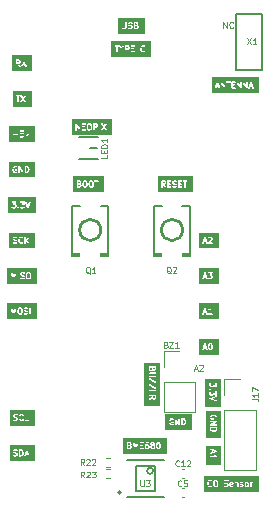
<source format=gto>
G04 #@! TF.GenerationSoftware,KiCad,Pcbnew,7.0.2*
G04 #@! TF.CreationDate,2023-08-11T05:28:22+05:00*
G04 #@! TF.ProjectId,Adafruit QT Py ESP32-C3,41646166-7275-4697-9420-515420507920,rev?*
G04 #@! TF.SameCoordinates,Original*
G04 #@! TF.FileFunction,Legend,Top*
G04 #@! TF.FilePolarity,Positive*
%FSLAX46Y46*%
G04 Gerber Fmt 4.6, Leading zero omitted, Abs format (unit mm)*
G04 Created by KiCad (PCBNEW 7.0.2) date 2023-08-11 05:28:22*
%MOMM*%
%LPD*%
G01*
G04 APERTURE LIST*
%ADD10C,0.125000*%
%ADD11C,0.120000*%
%ADD12C,0.203200*%
%ADD13C,0.152000*%
%ADD14C,0.254000*%
%ADD15C,0.152400*%
%ADD16C,0.200000*%
G04 APERTURE END LIST*
D10*
G36*
X155511047Y-131844285D02*
G01*
X155414047Y-131876618D01*
X155414047Y-131811951D01*
X155511047Y-131844285D01*
G37*
G36*
X156105179Y-133006190D02*
G01*
X154774821Y-133006190D01*
X154774821Y-132305936D01*
X155144214Y-132305936D01*
X155146190Y-132310262D01*
X155146190Y-132448510D01*
X155153892Y-132474740D01*
X155181630Y-132498776D01*
X155217960Y-132503999D01*
X155251347Y-132488752D01*
X155271190Y-132457875D01*
X155271190Y-132359166D01*
X155699166Y-132359166D01*
X155707596Y-132361796D01*
X155717144Y-132359166D01*
X155717677Y-132359166D01*
X155725748Y-132356795D01*
X155742982Y-132352049D01*
X155743363Y-132351623D01*
X155743907Y-132351464D01*
X155755553Y-132338023D01*
X155767480Y-132324718D01*
X155767570Y-132324155D01*
X155767943Y-132323726D01*
X155770478Y-132306088D01*
X155773313Y-132288480D01*
X155773085Y-132287958D01*
X155773166Y-132287396D01*
X155765766Y-132271192D01*
X155758629Y-132254843D01*
X155758155Y-132254527D01*
X155757919Y-132254009D01*
X155742899Y-132244356D01*
X155677080Y-132200478D01*
X155641008Y-132164406D01*
X155617716Y-132117820D01*
X155599097Y-132097804D01*
X155563538Y-132088710D01*
X155528708Y-132100285D01*
X155505664Y-132128854D01*
X155501724Y-132165345D01*
X155530235Y-132222368D01*
X155532471Y-132232645D01*
X155533992Y-132234166D01*
X155271190Y-132234166D01*
X155271190Y-132144822D01*
X155263488Y-132118592D01*
X155235750Y-132094556D01*
X155199420Y-132089333D01*
X155166033Y-132104580D01*
X155146190Y-132135457D01*
X155146190Y-132292191D01*
X155144214Y-132305936D01*
X154774821Y-132305936D01*
X154774821Y-132004018D01*
X155143921Y-132004018D01*
X155150454Y-132040135D01*
X155175477Y-132066988D01*
X155211044Y-132076048D01*
X155357284Y-132027301D01*
X155360817Y-132027809D01*
X155374480Y-132021569D01*
X155717728Y-131907153D01*
X155724771Y-131907408D01*
X155734804Y-131901461D01*
X155736980Y-131900736D01*
X155742494Y-131896903D01*
X155756345Y-131888694D01*
X155757434Y-131886519D01*
X155759428Y-131885134D01*
X155765575Y-131870274D01*
X155772789Y-131855880D01*
X155772530Y-131853463D01*
X155773459Y-131851219D01*
X155770595Y-131835391D01*
X155768882Y-131819385D01*
X155767357Y-131817491D01*
X155766925Y-131815102D01*
X155755957Y-131803332D01*
X155745864Y-131790796D01*
X155743559Y-131790027D01*
X155741903Y-131788250D01*
X155726304Y-131784276D01*
X155383093Y-131669872D01*
X155378607Y-131665985D01*
X155365988Y-131664170D01*
X155219928Y-131615484D01*
X155192609Y-131614496D01*
X155161035Y-131633210D01*
X155144591Y-131666024D01*
X155148498Y-131702519D01*
X155171516Y-131731108D01*
X155289047Y-131770285D01*
X155289047Y-131918285D01*
X155180400Y-131954501D01*
X155157952Y-131970103D01*
X155143921Y-132004018D01*
X154774821Y-132004018D01*
X154774821Y-131371071D01*
X156105179Y-131371071D01*
X156105179Y-133006190D01*
G37*
G36*
X155646190Y-129961761D02*
G01*
X155630252Y-130009571D01*
X155600238Y-130039585D01*
X155567827Y-130055792D01*
X155486711Y-130076071D01*
X155430670Y-130076071D01*
X155349552Y-130055791D01*
X155317141Y-130039586D01*
X155287126Y-130009571D01*
X155271190Y-129961760D01*
X155271190Y-129915357D01*
X155646190Y-129915357D01*
X155646190Y-129961761D01*
G37*
G36*
X156105179Y-130705239D02*
G01*
X154774821Y-130705239D01*
X154774821Y-129974260D01*
X155143594Y-129974260D01*
X155149039Y-129990596D01*
X155153892Y-130007122D01*
X155154814Y-130007921D01*
X155172143Y-130059908D01*
X155175329Y-130074550D01*
X155184358Y-130083579D01*
X155191651Y-130094072D01*
X155197108Y-130096329D01*
X155230383Y-130129605D01*
X155235753Y-130138646D01*
X155251150Y-130146345D01*
X155266273Y-130154602D01*
X155267490Y-130154514D01*
X155289830Y-130165685D01*
X155294776Y-130170945D01*
X155305922Y-130173731D01*
X155307825Y-130174683D01*
X155314615Y-130175904D01*
X155397838Y-130196710D01*
X155404624Y-130201071D01*
X155415281Y-130201071D01*
X155416537Y-130201385D01*
X155424257Y-130201071D01*
X155484117Y-130201071D01*
X155491758Y-130203656D01*
X155502098Y-130201071D01*
X155503391Y-130201071D01*
X155510798Y-130198895D01*
X155593999Y-130178095D01*
X155601179Y-130178871D01*
X155611458Y-130173731D01*
X155613519Y-130173216D01*
X155619464Y-130169728D01*
X155658202Y-130150358D01*
X155668478Y-130148123D01*
X155680646Y-130135954D01*
X155693267Y-130124215D01*
X155693569Y-130123031D01*
X155726695Y-130089906D01*
X155738369Y-130080508D01*
X155742408Y-130068390D01*
X155748530Y-130057179D01*
X155748108Y-130051289D01*
X155765505Y-129999103D01*
X155771190Y-129990257D01*
X155771190Y-129973051D01*
X155771813Y-129955824D01*
X155771190Y-129954772D01*
X155771190Y-129857331D01*
X155773166Y-129843587D01*
X155767398Y-129830957D01*
X155763488Y-129817640D01*
X155759894Y-129814526D01*
X155757919Y-129810200D01*
X155746242Y-129802696D01*
X155735750Y-129793604D01*
X155731041Y-129792927D01*
X155727042Y-129790357D01*
X155713165Y-129790357D01*
X155699420Y-129788381D01*
X155695093Y-129790357D01*
X155213165Y-129790357D01*
X155199420Y-129788381D01*
X155186790Y-129794148D01*
X155173473Y-129798059D01*
X155170359Y-129801652D01*
X155166033Y-129803628D01*
X155158529Y-129815304D01*
X155149437Y-129825797D01*
X155148760Y-129830505D01*
X155146190Y-129834505D01*
X155146190Y-129848382D01*
X155144214Y-129862127D01*
X155146190Y-129866453D01*
X155146190Y-129964068D01*
X155143594Y-129974260D01*
X154774821Y-129974260D01*
X154774821Y-129620664D01*
X155143818Y-129620664D01*
X155144463Y-129622296D01*
X155144214Y-129624031D01*
X155151156Y-129639233D01*
X155157308Y-129654799D01*
X155158732Y-129655823D01*
X155159461Y-129657418D01*
X155173525Y-129666456D01*
X155187111Y-129676222D01*
X155188863Y-129676313D01*
X155190338Y-129677261D01*
X155207060Y-129677261D01*
X155223765Y-129678131D01*
X155225288Y-129677261D01*
X155717677Y-129677261D01*
X155743907Y-129669559D01*
X155767943Y-129641821D01*
X155773166Y-129605491D01*
X155757919Y-129572104D01*
X155727042Y-129552261D01*
X155444038Y-129552261D01*
X155733333Y-129386949D01*
X155743907Y-129383845D01*
X155754864Y-129371200D01*
X155766454Y-129359153D01*
X155766793Y-129357433D01*
X155767943Y-129356107D01*
X155770324Y-129339543D01*
X155773561Y-129323144D01*
X155772916Y-129321513D01*
X155773166Y-129319777D01*
X155766214Y-129304554D01*
X155760071Y-129289010D01*
X155758648Y-129287987D01*
X155757919Y-129286390D01*
X155743843Y-129277344D01*
X155730269Y-129267586D01*
X155728516Y-129267494D01*
X155727042Y-129266547D01*
X155710320Y-129266547D01*
X155693615Y-129265677D01*
X155692092Y-129266547D01*
X155199703Y-129266547D01*
X155173473Y-129274249D01*
X155149437Y-129301987D01*
X155144214Y-129338317D01*
X155159461Y-129371704D01*
X155190338Y-129391547D01*
X155473342Y-129391547D01*
X155184048Y-129556857D01*
X155173473Y-129559963D01*
X155162512Y-129572611D01*
X155150926Y-129584656D01*
X155150586Y-129586374D01*
X155149437Y-129587701D01*
X155147056Y-129604255D01*
X155143818Y-129620664D01*
X154774821Y-129620664D01*
X154774821Y-129021877D01*
X155143594Y-129021877D01*
X155149037Y-129038207D01*
X155153892Y-129054740D01*
X155154814Y-129055539D01*
X155172143Y-129107524D01*
X155175329Y-129122169D01*
X155184359Y-129131199D01*
X155191651Y-129141691D01*
X155197109Y-129143949D01*
X155204139Y-129150979D01*
X155207080Y-129157418D01*
X155216868Y-129163708D01*
X155218470Y-129165310D01*
X155224393Y-129168544D01*
X155237957Y-129177261D01*
X155240357Y-129177261D01*
X155242463Y-129178411D01*
X155258551Y-129177261D01*
X155418501Y-129177261D01*
X155432246Y-129179237D01*
X155444875Y-129173469D01*
X155458193Y-129169559D01*
X155461306Y-129165965D01*
X155465633Y-129163990D01*
X155473136Y-129152313D01*
X155482229Y-129141821D01*
X155482905Y-129137112D01*
X155485476Y-129133113D01*
X155485476Y-129119235D01*
X155487452Y-129105491D01*
X155485475Y-129101164D01*
X155485476Y-129010536D01*
X155477774Y-128984306D01*
X155450036Y-128960270D01*
X155413706Y-128955047D01*
X155380319Y-128970294D01*
X155360476Y-129001171D01*
X155360476Y-129052261D01*
X155285484Y-129052261D01*
X155271190Y-129009380D01*
X155271190Y-128982047D01*
X155287127Y-128934236D01*
X155317142Y-128904222D01*
X155349552Y-128888016D01*
X155430669Y-128867738D01*
X155486710Y-128867738D01*
X155567827Y-128888017D01*
X155600238Y-128904223D01*
X155630253Y-128934237D01*
X155646190Y-128982048D01*
X155646190Y-129028578D01*
X155624959Y-129071039D01*
X155620118Y-129097944D01*
X155634178Y-129131847D01*
X155664336Y-129152767D01*
X155701017Y-129154061D01*
X155732574Y-129135318D01*
X155763086Y-129074294D01*
X155771190Y-129061685D01*
X155771190Y-129048912D01*
X155773452Y-129036341D01*
X155771190Y-129030886D01*
X155771190Y-128979741D01*
X155773786Y-128969550D01*
X155768342Y-128953219D01*
X155763488Y-128936687D01*
X155762565Y-128935887D01*
X155745236Y-128883901D01*
X155742051Y-128869258D01*
X155733019Y-128860226D01*
X155725729Y-128849737D01*
X155720272Y-128847479D01*
X155686997Y-128814205D01*
X155681627Y-128805163D01*
X155666221Y-128797460D01*
X155651107Y-128789207D01*
X155649889Y-128789294D01*
X155627549Y-128778123D01*
X155622604Y-128772864D01*
X155611457Y-128770077D01*
X155609555Y-128769126D01*
X155602764Y-128767904D01*
X155519541Y-128747098D01*
X155512756Y-128742738D01*
X155502099Y-128742738D01*
X155500843Y-128742424D01*
X155493123Y-128742738D01*
X155433263Y-128742738D01*
X155425622Y-128740153D01*
X155415282Y-128742738D01*
X155413989Y-128742738D01*
X155406581Y-128744913D01*
X155323381Y-128765713D01*
X155316201Y-128764938D01*
X155305921Y-128770077D01*
X155303861Y-128770593D01*
X155297915Y-128774080D01*
X155259177Y-128793450D01*
X155248901Y-128795686D01*
X155236724Y-128807863D01*
X155224113Y-128819594D01*
X155223810Y-128820776D01*
X155190688Y-128853899D01*
X155179011Y-128863301D01*
X155174971Y-128875419D01*
X155168850Y-128886630D01*
X155169271Y-128892519D01*
X155151874Y-128944705D01*
X155146190Y-128953552D01*
X155146190Y-128970757D01*
X155145567Y-128987985D01*
X155146190Y-128989036D01*
X155146190Y-129011685D01*
X155143594Y-129021877D01*
X154774821Y-129021877D01*
X154774821Y-128451071D01*
X156105179Y-128451071D01*
X156105179Y-130705239D01*
G37*
G36*
X156045179Y-128080475D02*
G01*
X154714821Y-128080475D01*
X154714821Y-127387826D01*
X155083921Y-127387826D01*
X155086785Y-127403659D01*
X155088498Y-127419660D01*
X155090021Y-127421552D01*
X155090454Y-127423943D01*
X155101424Y-127435715D01*
X155111515Y-127448249D01*
X155113819Y-127449017D01*
X155115477Y-127450796D01*
X155131078Y-127454770D01*
X155637451Y-127623562D01*
X155664771Y-127624549D01*
X155696345Y-127605836D01*
X155712788Y-127573022D01*
X155708882Y-127536527D01*
X155685864Y-127507938D01*
X155346332Y-127394760D01*
X155676980Y-127284545D01*
X155699428Y-127268943D01*
X155713459Y-127235028D01*
X155706926Y-127198911D01*
X155681903Y-127172059D01*
X155646336Y-127162998D01*
X155139651Y-127331891D01*
X155132609Y-127331637D01*
X155122575Y-127337583D01*
X155120400Y-127338309D01*
X155114885Y-127342141D01*
X155101035Y-127350351D01*
X155099945Y-127352525D01*
X155097952Y-127353911D01*
X155091804Y-127368770D01*
X155084591Y-127383165D01*
X155084849Y-127385581D01*
X155083921Y-127387826D01*
X154714821Y-127387826D01*
X154714821Y-126854134D01*
X155083928Y-126854134D01*
X155086190Y-126859588D01*
X155086190Y-126986630D01*
X155084581Y-127001536D01*
X155090293Y-127012960D01*
X155093892Y-127025216D01*
X155098355Y-127029083D01*
X155113093Y-127058559D01*
X155115329Y-127068835D01*
X155127495Y-127081001D01*
X155139237Y-127093624D01*
X155140420Y-127093926D01*
X155146571Y-127100077D01*
X155151943Y-127109121D01*
X155167348Y-127116823D01*
X155182463Y-127125077D01*
X155183680Y-127124989D01*
X155212966Y-127139633D01*
X155225576Y-127147737D01*
X155238348Y-127147737D01*
X155250920Y-127149999D01*
X155256375Y-127147737D01*
X155359607Y-127147737D01*
X155374513Y-127149346D01*
X155385937Y-127143633D01*
X155398193Y-127140035D01*
X155402060Y-127135571D01*
X155431536Y-127120833D01*
X155441812Y-127118598D01*
X155453978Y-127106431D01*
X155466601Y-127094690D01*
X155466903Y-127093506D01*
X155473054Y-127087355D01*
X155482098Y-127081984D01*
X155489800Y-127066578D01*
X155498054Y-127051464D01*
X155497966Y-127050246D01*
X155502782Y-127040615D01*
X155593845Y-127120295D01*
X155593892Y-127120454D01*
X155607762Y-127132473D01*
X155614297Y-127138191D01*
X155614433Y-127138254D01*
X155621630Y-127144490D01*
X155630751Y-127145801D01*
X155639109Y-127149667D01*
X155648536Y-127148358D01*
X155657960Y-127149713D01*
X155666338Y-127145886D01*
X155675463Y-127144620D01*
X155682688Y-127138420D01*
X155691347Y-127134466D01*
X155696325Y-127126718D01*
X155703318Y-127120719D01*
X155706045Y-127111594D01*
X155711190Y-127103589D01*
X155711190Y-127094381D01*
X155713829Y-127085552D01*
X155711190Y-127076401D01*
X155711190Y-126766726D01*
X155703488Y-126740496D01*
X155675750Y-126716460D01*
X155639420Y-126711237D01*
X155606033Y-126726484D01*
X155586190Y-126757361D01*
X155586190Y-126947501D01*
X155513058Y-126883511D01*
X155513012Y-126883353D01*
X155499141Y-126871333D01*
X155492607Y-126865616D01*
X155492470Y-126865552D01*
X155485274Y-126859317D01*
X155476152Y-126858005D01*
X155467795Y-126854140D01*
X155458367Y-126855448D01*
X155448944Y-126854094D01*
X155440565Y-126857920D01*
X155431441Y-126859187D01*
X155424216Y-126865386D01*
X155415557Y-126869341D01*
X155410576Y-126877091D01*
X155403587Y-126883089D01*
X155400861Y-126892208D01*
X155395714Y-126900218D01*
X155395714Y-126909429D01*
X155393076Y-126918255D01*
X155395714Y-126927402D01*
X155395714Y-126975244D01*
X155383037Y-127000596D01*
X155373573Y-127010060D01*
X155348221Y-127022737D01*
X155258683Y-127022737D01*
X155233330Y-127010060D01*
X155223866Y-127000596D01*
X155211190Y-126975244D01*
X155211190Y-126861896D01*
X155223866Y-126836544D01*
X155246859Y-126813551D01*
X155259960Y-126789557D01*
X155257341Y-126752948D01*
X155235345Y-126723566D01*
X155200955Y-126710739D01*
X155165091Y-126718542D01*
X155133847Y-126749786D01*
X155124806Y-126755157D01*
X155117107Y-126770552D01*
X155108849Y-126785678D01*
X155108936Y-126786895D01*
X155094293Y-126816180D01*
X155086190Y-126828790D01*
X155086190Y-126841562D01*
X155083928Y-126854134D01*
X154714821Y-126854134D01*
X154714821Y-126580590D01*
X155083717Y-126580590D01*
X155085220Y-126587503D01*
X155084214Y-126594507D01*
X155087152Y-126600941D01*
X155087657Y-126608000D01*
X155090508Y-126611809D01*
X155091519Y-126616454D01*
X155096520Y-126621456D01*
X155099461Y-126627894D01*
X155105412Y-126631718D01*
X155109652Y-126637382D01*
X155114109Y-126639044D01*
X155125145Y-126650080D01*
X155133465Y-126661194D01*
X155146470Y-126666044D01*
X155158654Y-126672697D01*
X155163397Y-126672357D01*
X155167854Y-126674020D01*
X155181416Y-126671069D01*
X155195264Y-126670079D01*
X155199072Y-126667227D01*
X155203719Y-126666217D01*
X155213533Y-126656402D01*
X155224646Y-126648083D01*
X155226308Y-126643626D01*
X155229223Y-126640710D01*
X155231526Y-126640035D01*
X155239142Y-126631245D01*
X155248455Y-126624274D01*
X155250927Y-126617645D01*
X155255562Y-126612297D01*
X155256569Y-126605291D01*
X155259960Y-126599081D01*
X155259620Y-126594338D01*
X155261282Y-126589884D01*
X155259778Y-126582970D01*
X155260785Y-126575967D01*
X155257846Y-126569531D01*
X155257341Y-126562472D01*
X155254490Y-126558664D01*
X155253480Y-126554020D01*
X155248478Y-126549018D01*
X155245538Y-126542580D01*
X155239585Y-126538754D01*
X155235345Y-126533090D01*
X155230887Y-126531427D01*
X155219862Y-126520402D01*
X155211538Y-126509282D01*
X155198525Y-126504428D01*
X155186346Y-126497778D01*
X155181604Y-126498116D01*
X155177149Y-126496455D01*
X155163586Y-126499404D01*
X155149736Y-126500395D01*
X155145927Y-126503245D01*
X155141284Y-126504256D01*
X155131471Y-126514067D01*
X155120354Y-126522391D01*
X155118691Y-126526847D01*
X155115776Y-126529762D01*
X155113473Y-126530439D01*
X155105856Y-126539228D01*
X155096544Y-126546200D01*
X155094071Y-126552828D01*
X155089437Y-126558177D01*
X155088429Y-126565182D01*
X155085040Y-126571390D01*
X155085379Y-126576133D01*
X155083717Y-126580590D01*
X154714821Y-126580590D01*
X154714821Y-126139849D01*
X155083928Y-126139849D01*
X155086190Y-126145303D01*
X155086190Y-126272345D01*
X155084581Y-126287251D01*
X155090293Y-126298675D01*
X155093892Y-126310931D01*
X155098355Y-126314798D01*
X155113093Y-126344274D01*
X155115329Y-126354550D01*
X155127495Y-126366716D01*
X155139237Y-126379339D01*
X155140420Y-126379641D01*
X155146571Y-126385792D01*
X155151943Y-126394836D01*
X155167348Y-126402538D01*
X155182463Y-126410792D01*
X155183680Y-126410704D01*
X155212966Y-126425348D01*
X155225576Y-126433452D01*
X155238348Y-126433452D01*
X155250920Y-126435714D01*
X155256375Y-126433452D01*
X155359607Y-126433452D01*
X155374513Y-126435061D01*
X155385937Y-126429348D01*
X155398193Y-126425750D01*
X155402060Y-126421286D01*
X155431536Y-126406548D01*
X155441812Y-126404313D01*
X155453978Y-126392146D01*
X155466601Y-126380405D01*
X155466903Y-126379221D01*
X155473054Y-126373070D01*
X155482098Y-126367699D01*
X155489800Y-126352293D01*
X155498054Y-126337179D01*
X155497966Y-126335961D01*
X155502782Y-126326330D01*
X155593845Y-126406010D01*
X155593892Y-126406169D01*
X155607762Y-126418188D01*
X155614297Y-126423906D01*
X155614433Y-126423969D01*
X155621630Y-126430205D01*
X155630751Y-126431516D01*
X155639109Y-126435382D01*
X155648536Y-126434073D01*
X155657960Y-126435428D01*
X155666338Y-126431601D01*
X155675463Y-126430335D01*
X155682688Y-126424135D01*
X155691347Y-126420181D01*
X155696325Y-126412433D01*
X155703318Y-126406434D01*
X155706045Y-126397309D01*
X155711190Y-126389304D01*
X155711190Y-126380096D01*
X155713829Y-126371267D01*
X155711190Y-126362116D01*
X155711190Y-126052441D01*
X155703488Y-126026211D01*
X155675750Y-126002175D01*
X155639420Y-125996952D01*
X155606033Y-126012199D01*
X155586190Y-126043076D01*
X155586190Y-126233216D01*
X155513058Y-126169226D01*
X155513012Y-126169068D01*
X155499141Y-126157048D01*
X155492607Y-126151331D01*
X155492470Y-126151267D01*
X155485274Y-126145032D01*
X155476152Y-126143720D01*
X155467795Y-126139855D01*
X155458367Y-126141163D01*
X155448944Y-126139809D01*
X155440565Y-126143635D01*
X155431441Y-126144902D01*
X155424216Y-126151101D01*
X155415557Y-126155056D01*
X155410576Y-126162806D01*
X155403587Y-126168804D01*
X155400861Y-126177923D01*
X155395714Y-126185933D01*
X155395714Y-126195144D01*
X155393076Y-126203970D01*
X155395714Y-126213117D01*
X155395714Y-126260959D01*
X155383037Y-126286311D01*
X155373573Y-126295775D01*
X155348221Y-126308452D01*
X155258683Y-126308452D01*
X155233330Y-126295775D01*
X155223866Y-126286311D01*
X155211190Y-126260959D01*
X155211190Y-126147611D01*
X155223866Y-126122259D01*
X155246859Y-126099266D01*
X155259960Y-126075272D01*
X155257341Y-126038663D01*
X155235345Y-126009281D01*
X155200955Y-125996454D01*
X155165091Y-126004257D01*
X155133847Y-126035501D01*
X155124806Y-126040872D01*
X155117107Y-126056267D01*
X155108849Y-126071393D01*
X155108936Y-126072610D01*
X155094293Y-126101895D01*
X155086190Y-126114505D01*
X155086190Y-126127277D01*
X155083928Y-126139849D01*
X154714821Y-126139849D01*
X154714821Y-125731071D01*
X156045179Y-125731071D01*
X156045179Y-128080475D01*
G37*
X156279047Y-95998809D02*
X156279047Y-95498809D01*
X156279047Y-95498809D02*
X156564761Y-95998809D01*
X156564761Y-95998809D02*
X156564761Y-95498809D01*
X157088571Y-95951190D02*
X157064762Y-95975000D01*
X157064762Y-95975000D02*
X156993333Y-95998809D01*
X156993333Y-95998809D02*
X156945714Y-95998809D01*
X156945714Y-95998809D02*
X156874286Y-95975000D01*
X156874286Y-95975000D02*
X156826667Y-95927380D01*
X156826667Y-95927380D02*
X156802857Y-95879761D01*
X156802857Y-95879761D02*
X156779048Y-95784523D01*
X156779048Y-95784523D02*
X156779048Y-95713095D01*
X156779048Y-95713095D02*
X156802857Y-95617857D01*
X156802857Y-95617857D02*
X156826667Y-95570238D01*
X156826667Y-95570238D02*
X156874286Y-95522619D01*
X156874286Y-95522619D02*
X156945714Y-95498809D01*
X156945714Y-95498809D02*
X156993333Y-95498809D01*
X156993333Y-95498809D02*
X157064762Y-95522619D01*
X157064762Y-95522619D02*
X157088571Y-95546428D01*
X153822858Y-124888452D02*
X154060953Y-124888452D01*
X153775239Y-125031309D02*
X153941905Y-124531309D01*
X153941905Y-124531309D02*
X154108572Y-125031309D01*
X154251429Y-124578928D02*
X154275238Y-124555119D01*
X154275238Y-124555119D02*
X154322857Y-124531309D01*
X154322857Y-124531309D02*
X154441905Y-124531309D01*
X154441905Y-124531309D02*
X154489524Y-124555119D01*
X154489524Y-124555119D02*
X154513333Y-124578928D01*
X154513333Y-124578928D02*
X154537143Y-124626547D01*
X154537143Y-124626547D02*
X154537143Y-124674166D01*
X154537143Y-124674166D02*
X154513333Y-124745595D01*
X154513333Y-124745595D02*
X154227619Y-125031309D01*
X154227619Y-125031309D02*
X154537143Y-125031309D01*
G36*
X152929572Y-129179746D02*
G01*
X152959586Y-129209761D01*
X152975792Y-129242171D01*
X152996071Y-129323287D01*
X152996071Y-129379329D01*
X152975791Y-129460446D01*
X152959585Y-129492857D01*
X152929571Y-129522873D01*
X152881763Y-129538809D01*
X152835357Y-129538809D01*
X152835357Y-129163809D01*
X152881762Y-129163809D01*
X152929572Y-129179746D01*
G37*
G36*
X153625239Y-130035179D02*
G01*
X151371071Y-130035179D01*
X151371071Y-129384377D01*
X151660153Y-129384377D01*
X151662738Y-129394717D01*
X151662738Y-129396010D01*
X151664913Y-129403417D01*
X151685713Y-129486618D01*
X151684938Y-129493798D01*
X151690077Y-129504077D01*
X151690593Y-129506138D01*
X151694080Y-129512083D01*
X151713450Y-129550822D01*
X151715686Y-129561097D01*
X151727854Y-129573265D01*
X151739594Y-129585886D01*
X151740777Y-129586188D01*
X151773900Y-129619311D01*
X151783302Y-129630989D01*
X151795416Y-129635027D01*
X151806629Y-129641150D01*
X151812521Y-129640728D01*
X151864705Y-129658123D01*
X151873552Y-129663809D01*
X151890759Y-129663809D01*
X151907986Y-129664432D01*
X151909037Y-129663809D01*
X151931686Y-129663809D01*
X151941876Y-129666405D01*
X151958204Y-129660962D01*
X151974740Y-129656107D01*
X151975539Y-129655184D01*
X152027525Y-129637856D01*
X152042171Y-129634670D01*
X152051200Y-129625639D01*
X152061690Y-129618350D01*
X152063948Y-129612891D01*
X152070981Y-129605858D01*
X152077418Y-129602919D01*
X152083708Y-129593130D01*
X152085311Y-129591528D01*
X152088546Y-129585602D01*
X152097261Y-129572042D01*
X152097261Y-129569642D01*
X152098412Y-129567534D01*
X152097261Y-129551445D01*
X152097261Y-129391497D01*
X152099237Y-129377753D01*
X152093469Y-129365123D01*
X152089559Y-129351806D01*
X152085965Y-129348692D01*
X152083990Y-129344366D01*
X152072313Y-129336862D01*
X152061821Y-129327770D01*
X152057112Y-129327093D01*
X152053113Y-129324523D01*
X152039236Y-129324523D01*
X152025491Y-129322547D01*
X152021164Y-129324523D01*
X151930536Y-129324523D01*
X151904306Y-129332225D01*
X151880270Y-129359963D01*
X151875047Y-129396293D01*
X151890294Y-129429680D01*
X151921171Y-129449523D01*
X151972261Y-129449523D01*
X151972261Y-129524516D01*
X151929381Y-129538809D01*
X151902046Y-129538809D01*
X151854237Y-129522872D01*
X151824222Y-129492857D01*
X151808016Y-129460446D01*
X151787738Y-129379330D01*
X151787738Y-129323288D01*
X151808017Y-129242171D01*
X151824223Y-129209760D01*
X151854237Y-129179745D01*
X151902048Y-129163809D01*
X151948578Y-129163809D01*
X151991039Y-129185040D01*
X152017944Y-129189881D01*
X152051848Y-129175821D01*
X152072767Y-129145663D01*
X152073800Y-129116384D01*
X152185677Y-129116384D01*
X152186547Y-129117906D01*
X152186547Y-129610296D01*
X152194249Y-129636526D01*
X152221987Y-129660562D01*
X152258317Y-129665785D01*
X152291704Y-129650538D01*
X152311547Y-129619661D01*
X152311547Y-129336657D01*
X152476858Y-129625952D01*
X152479963Y-129636526D01*
X152492607Y-129647483D01*
X152504655Y-129659073D01*
X152506374Y-129659412D01*
X152507701Y-129660562D01*
X152524264Y-129662943D01*
X152540664Y-129666180D01*
X152542294Y-129665535D01*
X152544031Y-129665785D01*
X152559253Y-129658833D01*
X152574798Y-129652690D01*
X152575820Y-129651267D01*
X152577418Y-129650538D01*
X152586463Y-129636462D01*
X152596222Y-129622888D01*
X152596313Y-129621135D01*
X152597261Y-129619661D01*
X152597261Y-129610579D01*
X152708381Y-129610579D01*
X152714148Y-129623208D01*
X152718059Y-129636526D01*
X152721652Y-129639639D01*
X152723628Y-129643966D01*
X152735304Y-129651469D01*
X152745797Y-129660562D01*
X152750505Y-129661238D01*
X152754505Y-129663809D01*
X152768382Y-129663809D01*
X152782127Y-129665785D01*
X152786454Y-129663809D01*
X152884069Y-129663809D01*
X152894259Y-129666405D01*
X152910592Y-129660960D01*
X152927122Y-129656107D01*
X152927921Y-129655184D01*
X152979903Y-129637857D01*
X152994551Y-129634671D01*
X153003582Y-129625639D01*
X153014072Y-129618349D01*
X153016329Y-129612891D01*
X153049603Y-129579616D01*
X153058646Y-129574246D01*
X153066351Y-129558836D01*
X153074602Y-129543725D01*
X153074515Y-129542508D01*
X153085685Y-129520168D01*
X153090945Y-129515223D01*
X153093731Y-129504076D01*
X153094683Y-129502174D01*
X153095904Y-129495383D01*
X153116710Y-129412160D01*
X153121071Y-129405375D01*
X153121071Y-129394718D01*
X153121385Y-129393462D01*
X153121071Y-129385742D01*
X153121071Y-129325882D01*
X153123656Y-129318241D01*
X153121071Y-129307900D01*
X153121071Y-129306608D01*
X153118895Y-129299200D01*
X153098095Y-129216000D01*
X153098871Y-129208820D01*
X153093731Y-129198540D01*
X153093216Y-129196480D01*
X153089728Y-129190534D01*
X153070358Y-129151796D01*
X153068123Y-129141520D01*
X153055945Y-129129343D01*
X153044215Y-129116732D01*
X153043032Y-129116429D01*
X153009909Y-129083307D01*
X153000508Y-129071630D01*
X152988389Y-129067590D01*
X152977179Y-129061469D01*
X152971289Y-129061890D01*
X152919103Y-129044493D01*
X152910257Y-129038809D01*
X152893051Y-129038809D01*
X152875824Y-129038186D01*
X152874773Y-129038809D01*
X152777332Y-129038809D01*
X152763587Y-129036833D01*
X152750957Y-129042600D01*
X152737640Y-129046511D01*
X152734526Y-129050104D01*
X152730200Y-129052080D01*
X152722696Y-129063756D01*
X152713604Y-129074249D01*
X152712927Y-129078957D01*
X152710357Y-129082957D01*
X152710357Y-129096834D01*
X152708381Y-129110579D01*
X152710357Y-129114905D01*
X152710357Y-129596834D01*
X152708381Y-129610579D01*
X152597261Y-129610579D01*
X152597261Y-129602938D01*
X152598131Y-129586234D01*
X152597261Y-129584711D01*
X152597261Y-129092322D01*
X152589559Y-129066092D01*
X152561821Y-129042056D01*
X152525491Y-129036833D01*
X152492104Y-129052080D01*
X152472261Y-129082957D01*
X152472261Y-129365961D01*
X152306950Y-129076667D01*
X152303845Y-129066092D01*
X152291196Y-129055131D01*
X152279152Y-129043545D01*
X152277433Y-129043205D01*
X152276107Y-129042056D01*
X152259552Y-129039675D01*
X152243144Y-129036437D01*
X152241511Y-129037082D01*
X152239777Y-129036833D01*
X152224574Y-129043775D01*
X152209009Y-129049927D01*
X152207984Y-129051351D01*
X152206390Y-129052080D01*
X152197351Y-129066144D01*
X152187586Y-129079730D01*
X152187494Y-129081482D01*
X152186547Y-129082957D01*
X152186547Y-129099679D01*
X152185677Y-129116384D01*
X152073800Y-129116384D01*
X152074061Y-129108982D01*
X152055318Y-129077425D01*
X151994294Y-129046912D01*
X151981685Y-129038809D01*
X151968913Y-129038809D01*
X151956341Y-129036547D01*
X151950887Y-129038809D01*
X151899741Y-129038809D01*
X151889550Y-129036213D01*
X151873219Y-129041656D01*
X151856687Y-129046511D01*
X151855887Y-129047433D01*
X151803901Y-129064762D01*
X151789258Y-129067948D01*
X151780226Y-129076979D01*
X151769737Y-129084270D01*
X151767479Y-129089726D01*
X151734205Y-129123001D01*
X151725163Y-129128372D01*
X151717460Y-129143777D01*
X151709207Y-129158892D01*
X151709294Y-129160109D01*
X151698123Y-129182449D01*
X151692864Y-129187395D01*
X151690077Y-129198541D01*
X151689126Y-129200444D01*
X151687904Y-129207234D01*
X151667098Y-129290457D01*
X151662738Y-129297243D01*
X151662738Y-129307899D01*
X151662424Y-129309156D01*
X151662738Y-129316875D01*
X151662738Y-129376735D01*
X151660153Y-129384377D01*
X151371071Y-129384377D01*
X151371071Y-128704821D01*
X153625239Y-128704821D01*
X153625239Y-130035179D01*
G37*
G36*
X155690119Y-134396485D02*
G01*
X155718325Y-134424691D01*
X155736071Y-134495669D01*
X155736071Y-134646946D01*
X155718325Y-134717927D01*
X155690119Y-134746133D01*
X155664769Y-134758809D01*
X155599039Y-134758809D01*
X155573688Y-134746134D01*
X155545482Y-134717926D01*
X155527738Y-134646949D01*
X155527738Y-134495669D01*
X155545482Y-134424690D01*
X155573689Y-134396484D01*
X155599040Y-134383809D01*
X155664768Y-134383809D01*
X155690119Y-134396485D01*
G37*
G36*
X157012453Y-134557651D02*
G01*
X156908690Y-134578404D01*
X156908690Y-134574158D01*
X156916584Y-134558369D01*
X156932372Y-134550476D01*
X156998101Y-134550476D01*
X157012453Y-134557651D01*
G37*
G36*
X158309167Y-134563151D02*
G01*
X158318633Y-134572618D01*
X158331308Y-134597967D01*
X158331308Y-134711316D01*
X158318633Y-134736667D01*
X158309167Y-134746133D01*
X158283816Y-134758809D01*
X158241896Y-134758809D01*
X158216545Y-134746134D01*
X158207079Y-134736668D01*
X158194404Y-134711316D01*
X158194404Y-134597968D01*
X158207079Y-134572616D01*
X158216546Y-134563150D01*
X158241896Y-134550476D01*
X158283815Y-134550476D01*
X158309167Y-134563151D01*
G37*
G36*
X159270000Y-135255179D02*
G01*
X154611071Y-135255179D01*
X154611071Y-134604377D01*
X154900153Y-134604377D01*
X154902738Y-134614717D01*
X154902738Y-134616010D01*
X154904913Y-134623417D01*
X154925713Y-134706618D01*
X154924938Y-134713798D01*
X154930077Y-134724077D01*
X154930593Y-134726138D01*
X154934080Y-134732083D01*
X154953450Y-134770822D01*
X154955686Y-134781097D01*
X154967854Y-134793265D01*
X154979594Y-134805886D01*
X154980777Y-134806188D01*
X155013900Y-134839311D01*
X155023302Y-134850989D01*
X155035416Y-134855027D01*
X155046629Y-134861150D01*
X155052521Y-134860728D01*
X155104705Y-134878123D01*
X155113552Y-134883809D01*
X155130759Y-134883809D01*
X155147986Y-134884432D01*
X155149037Y-134883809D01*
X155171686Y-134883809D01*
X155181876Y-134886405D01*
X155198204Y-134880962D01*
X155214740Y-134876107D01*
X155215539Y-134875184D01*
X155267525Y-134857856D01*
X155282171Y-134854670D01*
X155291200Y-134845639D01*
X155301690Y-134838350D01*
X155303948Y-134832891D01*
X155325311Y-134811528D01*
X155338412Y-134787534D01*
X155335793Y-134750925D01*
X155313797Y-134721543D01*
X155279407Y-134708716D01*
X155243543Y-134716519D01*
X155217189Y-134742873D01*
X155169381Y-134758809D01*
X155142046Y-134758809D01*
X155094237Y-134742872D01*
X155064222Y-134712857D01*
X155048016Y-134680446D01*
X155040904Y-134651996D01*
X155400153Y-134651996D01*
X155402738Y-134662336D01*
X155402738Y-134663629D01*
X155404913Y-134671036D01*
X155428176Y-134764091D01*
X155431876Y-134781097D01*
X155439190Y-134788411D01*
X155444426Y-134797336D01*
X155451904Y-134801125D01*
X155486929Y-134836151D01*
X155492301Y-134845195D01*
X155507711Y-134852899D01*
X155522819Y-134861150D01*
X155524037Y-134861062D01*
X155553325Y-134875706D01*
X155565933Y-134883809D01*
X155578706Y-134883809D01*
X155591278Y-134886071D01*
X155596732Y-134883809D01*
X155676157Y-134883809D01*
X155691059Y-134885418D01*
X155702483Y-134879706D01*
X155714740Y-134876107D01*
X155718607Y-134871644D01*
X155748081Y-134856906D01*
X155758360Y-134854671D01*
X155770541Y-134842488D01*
X155783147Y-134830764D01*
X155783449Y-134829580D01*
X155818263Y-134794765D01*
X155830944Y-134782843D01*
X155833453Y-134772804D01*
X155838411Y-134763725D01*
X155837813Y-134755365D01*
X155856709Y-134679781D01*
X155861071Y-134672994D01*
X155861071Y-134662334D01*
X155861384Y-134661082D01*
X155861071Y-134653379D01*
X155861071Y-134498262D01*
X155863656Y-134490621D01*
X155861071Y-134480281D01*
X155861071Y-134478989D01*
X155858896Y-134471582D01*
X155846885Y-134423540D01*
X156305238Y-134423540D01*
X156307500Y-134428994D01*
X156307500Y-134460799D01*
X156305891Y-134475702D01*
X156311602Y-134487126D01*
X156315202Y-134499383D01*
X156319664Y-134503250D01*
X156334402Y-134532725D01*
X156336638Y-134543002D01*
X156348815Y-134555179D01*
X156360545Y-134567790D01*
X156361727Y-134568092D01*
X156367884Y-134574248D01*
X156373254Y-134583290D01*
X156388654Y-134590990D01*
X156403773Y-134599245D01*
X156404990Y-134599157D01*
X156427329Y-134610327D01*
X156432275Y-134615587D01*
X156443422Y-134618373D01*
X156445325Y-134619325D01*
X156452110Y-134620545D01*
X156538658Y-134642182D01*
X156571073Y-134658389D01*
X156580537Y-134667854D01*
X156593214Y-134693206D01*
X156593214Y-134711316D01*
X156580537Y-134736668D01*
X156571072Y-134746133D01*
X156545722Y-134758809D01*
X156451570Y-134758809D01*
X156381238Y-134735365D01*
X156353919Y-134734378D01*
X156322345Y-134753091D01*
X156305901Y-134785905D01*
X156309808Y-134822401D01*
X156332826Y-134850989D01*
X156414229Y-134878123D01*
X156423076Y-134883809D01*
X156440283Y-134883809D01*
X156457510Y-134884432D01*
X156458561Y-134883809D01*
X156557110Y-134883809D01*
X156572012Y-134885418D01*
X156583436Y-134879706D01*
X156595693Y-134876107D01*
X156599560Y-134871644D01*
X156629036Y-134856905D01*
X156639314Y-134854670D01*
X156651491Y-134842491D01*
X156664100Y-134830764D01*
X156664402Y-134829580D01*
X156670556Y-134823426D01*
X156679598Y-134818056D01*
X156687298Y-134802656D01*
X156695555Y-134787534D01*
X156695467Y-134786317D01*
X156710110Y-134757032D01*
X156718214Y-134744423D01*
X156718214Y-134731650D01*
X156720476Y-134719079D01*
X156718214Y-134713624D01*
X156718214Y-134681821D01*
X156719823Y-134666915D01*
X156714110Y-134655490D01*
X156710512Y-134643235D01*
X156706048Y-134639367D01*
X156691311Y-134609892D01*
X156689076Y-134599617D01*
X156676905Y-134587445D01*
X156665167Y-134574827D01*
X156663984Y-134574524D01*
X156657831Y-134568371D01*
X156656659Y-134566397D01*
X156781428Y-134566397D01*
X156783690Y-134571851D01*
X156783690Y-134638127D01*
X156782781Y-134639728D01*
X156783690Y-134656360D01*
X156783690Y-134746512D01*
X156782081Y-134761415D01*
X156787792Y-134772838D01*
X156791392Y-134785097D01*
X156795855Y-134788964D01*
X156806976Y-134811208D01*
X156806891Y-134813638D01*
X156815111Y-134827477D01*
X156818116Y-134833488D01*
X156819678Y-134835167D01*
X156825634Y-134845195D01*
X156831936Y-134848346D01*
X156836735Y-134853505D01*
X156848033Y-134856394D01*
X156886658Y-134875706D01*
X156899266Y-134883809D01*
X156912039Y-134883809D01*
X156924611Y-134886071D01*
X156930065Y-134883809D01*
X157009490Y-134883809D01*
X157024392Y-134885418D01*
X157035816Y-134879706D01*
X157048073Y-134876107D01*
X157051940Y-134871644D01*
X157096463Y-134849383D01*
X157116480Y-134830764D01*
X157125574Y-134795205D01*
X157113998Y-134760375D01*
X157085430Y-134737331D01*
X157048939Y-134733391D01*
X156998102Y-134758809D01*
X156932372Y-134758809D01*
X156916584Y-134750915D01*
X156908690Y-134735126D01*
X156908690Y-134705879D01*
X157086014Y-134670414D01*
X157093555Y-134671499D01*
X157103653Y-134666887D01*
X157105355Y-134666547D01*
X157111799Y-134663167D01*
X157126942Y-134656252D01*
X157127936Y-134654703D01*
X157129565Y-134653850D01*
X157137787Y-134639375D01*
X157146785Y-134625375D01*
X157146785Y-134623537D01*
X157147694Y-134621937D01*
X157146785Y-134605304D01*
X157146785Y-134562773D01*
X157148394Y-134547867D01*
X157142681Y-134536442D01*
X157139083Y-134524187D01*
X157136269Y-134521749D01*
X157234920Y-134521749D01*
X157236070Y-134537836D01*
X157236070Y-134830296D01*
X157243772Y-134856526D01*
X157271510Y-134880562D01*
X157307840Y-134885785D01*
X157341227Y-134870538D01*
X157361070Y-134839661D01*
X157361070Y-134562317D01*
X157384753Y-134550476D01*
X157426672Y-134550476D01*
X157442461Y-134558370D01*
X157450356Y-134574158D01*
X157450356Y-134830296D01*
X157458058Y-134856526D01*
X157485796Y-134880562D01*
X157522126Y-134885785D01*
X157555513Y-134870538D01*
X157575356Y-134839661D01*
X157575356Y-134566397D01*
X157662380Y-134566397D01*
X157664642Y-134571851D01*
X157664642Y-134579847D01*
X157663033Y-134594750D01*
X157668744Y-134606174D01*
X157672344Y-134618431D01*
X157676806Y-134622298D01*
X157687928Y-134644541D01*
X157687843Y-134646971D01*
X157696062Y-134660809D01*
X157699068Y-134666821D01*
X157700630Y-134668500D01*
X157706586Y-134678528D01*
X157712888Y-134681679D01*
X157717687Y-134686838D01*
X157728985Y-134689727D01*
X157767610Y-134709039D01*
X157780218Y-134717142D01*
X157792991Y-134717142D01*
X157805563Y-134719404D01*
X157811017Y-134717142D01*
X157855244Y-134717142D01*
X157871033Y-134725036D01*
X157877502Y-134737975D01*
X157871033Y-134750914D01*
X157855245Y-134758809D01*
X157789515Y-134758809D01*
X157747054Y-134737579D01*
X157720149Y-134732738D01*
X157686246Y-134746798D01*
X157665327Y-134776957D01*
X157664034Y-134813638D01*
X157682777Y-134845195D01*
X157743801Y-134875706D01*
X157756409Y-134883809D01*
X157769182Y-134883809D01*
X157781754Y-134886071D01*
X157787208Y-134883809D01*
X157866633Y-134883809D01*
X157881535Y-134885418D01*
X157892959Y-134879706D01*
X157905216Y-134876107D01*
X157909083Y-134871644D01*
X157931327Y-134860522D01*
X157933757Y-134860608D01*
X157947598Y-134852386D01*
X157953606Y-134849383D01*
X157955285Y-134847821D01*
X157965313Y-134841865D01*
X157968464Y-134835562D01*
X157973623Y-134830764D01*
X157976512Y-134819464D01*
X157995823Y-134780841D01*
X158003927Y-134768232D01*
X158003926Y-134755458D01*
X158006189Y-134742887D01*
X158003927Y-134737433D01*
X158003927Y-134729437D01*
X158005536Y-134714535D01*
X157999823Y-134703110D01*
X157996225Y-134690854D01*
X157991762Y-134686986D01*
X157980641Y-134664744D01*
X157980727Y-134662315D01*
X157972507Y-134648475D01*
X157969501Y-134642463D01*
X157967938Y-134640783D01*
X157961984Y-134630758D01*
X157955681Y-134627606D01*
X157950882Y-134622447D01*
X157939583Y-134619557D01*
X157900960Y-134600245D01*
X157888351Y-134592142D01*
X157875579Y-134592142D01*
X157864824Y-134590207D01*
X158067142Y-134590207D01*
X158069404Y-134595661D01*
X158069404Y-134722704D01*
X158067795Y-134737607D01*
X158073506Y-134749031D01*
X158077106Y-134761288D01*
X158081568Y-134765155D01*
X158096306Y-134794630D01*
X158098542Y-134804907D01*
X158110719Y-134817084D01*
X158122449Y-134829695D01*
X158123631Y-134829997D01*
X158129788Y-134836153D01*
X158135158Y-134845195D01*
X158150558Y-134852895D01*
X158165677Y-134861150D01*
X158166894Y-134861062D01*
X158196182Y-134875706D01*
X158208790Y-134883809D01*
X158221563Y-134883809D01*
X158234135Y-134886071D01*
X158239589Y-134883809D01*
X158295204Y-134883809D01*
X158310106Y-134885418D01*
X158321530Y-134879706D01*
X158333787Y-134876107D01*
X158337654Y-134871644D01*
X158367129Y-134856906D01*
X158377406Y-134854671D01*
X158389583Y-134842493D01*
X158402194Y-134830764D01*
X158402496Y-134829581D01*
X158408652Y-134823424D01*
X158417694Y-134818055D01*
X158425394Y-134802654D01*
X158433649Y-134787536D01*
X158433561Y-134786318D01*
X158448205Y-134757030D01*
X158456308Y-134744423D01*
X158456308Y-134731650D01*
X158458570Y-134719078D01*
X158456308Y-134713624D01*
X158456308Y-134590206D01*
X158543332Y-134590206D01*
X158545594Y-134595660D01*
X158545594Y-134830296D01*
X158553296Y-134856526D01*
X158581034Y-134880562D01*
X158617364Y-134885785D01*
X158650751Y-134870538D01*
X158670594Y-134839661D01*
X158670594Y-134597968D01*
X158683270Y-134572616D01*
X158692735Y-134563150D01*
X158718086Y-134550476D01*
X158759938Y-134550476D01*
X158786168Y-134542774D01*
X158810204Y-134515036D01*
X158815427Y-134478706D01*
X158800180Y-134445319D01*
X158769303Y-134425476D01*
X158706698Y-134425476D01*
X158691796Y-134423867D01*
X158680371Y-134429579D01*
X158668115Y-134433178D01*
X158664247Y-134437640D01*
X158652324Y-134443602D01*
X158635154Y-134428723D01*
X158598824Y-134423500D01*
X158565437Y-134438747D01*
X158545594Y-134469624D01*
X158545594Y-134577634D01*
X158543332Y-134590206D01*
X158456308Y-134590206D01*
X158456308Y-134586580D01*
X158457917Y-134571678D01*
X158452204Y-134560253D01*
X158448606Y-134547997D01*
X158444143Y-134544129D01*
X158429405Y-134514653D01*
X158427170Y-134504377D01*
X158414995Y-134492202D01*
X158403263Y-134479590D01*
X158402079Y-134479287D01*
X158395924Y-134473132D01*
X158390554Y-134464090D01*
X158375147Y-134456387D01*
X158360035Y-134448135D01*
X158358817Y-134448222D01*
X158329532Y-134433580D01*
X158316922Y-134425476D01*
X158304149Y-134425476D01*
X158291577Y-134423214D01*
X158286123Y-134425476D01*
X158230508Y-134425476D01*
X158215606Y-134423867D01*
X158204181Y-134429579D01*
X158191925Y-134433178D01*
X158188057Y-134437640D01*
X158158581Y-134452378D01*
X158148305Y-134454614D01*
X158136130Y-134466788D01*
X158123518Y-134478521D01*
X158123215Y-134479704D01*
X158117060Y-134485859D01*
X158108018Y-134491230D01*
X158100315Y-134506636D01*
X158092063Y-134521749D01*
X158092150Y-134522966D01*
X158077508Y-134552251D01*
X158069404Y-134564862D01*
X158069404Y-134577635D01*
X158067142Y-134590207D01*
X157864824Y-134590207D01*
X157863007Y-134589880D01*
X157857553Y-134592142D01*
X157813324Y-134592142D01*
X157797536Y-134584248D01*
X157791066Y-134571309D01*
X157797536Y-134558369D01*
X157813324Y-134550476D01*
X157855244Y-134550476D01*
X157897705Y-134571706D01*
X157924611Y-134576547D01*
X157958514Y-134562486D01*
X157979433Y-134532327D01*
X157980726Y-134495647D01*
X157961983Y-134464090D01*
X157900961Y-134433580D01*
X157888351Y-134425476D01*
X157875578Y-134425476D01*
X157863006Y-134423214D01*
X157857552Y-134425476D01*
X157801936Y-134425476D01*
X157787034Y-134423867D01*
X157775609Y-134429579D01*
X157763353Y-134433178D01*
X157759485Y-134437640D01*
X157737241Y-134448762D01*
X157734813Y-134448677D01*
X157720978Y-134456893D01*
X157714962Y-134459902D01*
X157713280Y-134461465D01*
X157703256Y-134467420D01*
X157700105Y-134473721D01*
X157694946Y-134478521D01*
X157692056Y-134489819D01*
X157672746Y-134528441D01*
X157664642Y-134541052D01*
X157664642Y-134553825D01*
X157662380Y-134566397D01*
X157575356Y-134566397D01*
X157575356Y-134562773D01*
X157576965Y-134547867D01*
X157571252Y-134536442D01*
X157567654Y-134524187D01*
X157563190Y-134520319D01*
X157552068Y-134498075D01*
X157552154Y-134495647D01*
X157543935Y-134481809D01*
X157540928Y-134475795D01*
X157539365Y-134474115D01*
X157533411Y-134464090D01*
X157527108Y-134460939D01*
X157522309Y-134455779D01*
X157511009Y-134452889D01*
X157472389Y-134433580D01*
X157459779Y-134425476D01*
X157447006Y-134425476D01*
X157434434Y-134423214D01*
X157428980Y-134425476D01*
X157373365Y-134425476D01*
X157358463Y-134423867D01*
X157347038Y-134429579D01*
X157334782Y-134433178D01*
X157333061Y-134435163D01*
X157325630Y-134428723D01*
X157289300Y-134423500D01*
X157255913Y-134438747D01*
X157236070Y-134469624D01*
X157236070Y-134519642D01*
X157234920Y-134521749D01*
X157136269Y-134521749D01*
X157134619Y-134520319D01*
X157123497Y-134498075D01*
X157123583Y-134495647D01*
X157115364Y-134481809D01*
X157112357Y-134475795D01*
X157110794Y-134474115D01*
X157104840Y-134464090D01*
X157098537Y-134460939D01*
X157093738Y-134455779D01*
X157082438Y-134452889D01*
X157043818Y-134433580D01*
X157031208Y-134425476D01*
X157018435Y-134425476D01*
X157005863Y-134423214D01*
X157000409Y-134425476D01*
X156920984Y-134425476D01*
X156906082Y-134423867D01*
X156894657Y-134429579D01*
X156882401Y-134433178D01*
X156878533Y-134437640D01*
X156856289Y-134448762D01*
X156853861Y-134448677D01*
X156840026Y-134456893D01*
X156834010Y-134459902D01*
X156832328Y-134461465D01*
X156822304Y-134467420D01*
X156819153Y-134473721D01*
X156813994Y-134478521D01*
X156811104Y-134489819D01*
X156791794Y-134528441D01*
X156783690Y-134541052D01*
X156783690Y-134553825D01*
X156781428Y-134566397D01*
X156656659Y-134566397D01*
X156652460Y-134559328D01*
X156637052Y-134551624D01*
X156621942Y-134543373D01*
X156620723Y-134543460D01*
X156598384Y-134532291D01*
X156593439Y-134527031D01*
X156582288Y-134524243D01*
X156580388Y-134523293D01*
X156573607Y-134522072D01*
X156487051Y-134500433D01*
X156454641Y-134484229D01*
X156445175Y-134474763D01*
X156432500Y-134449411D01*
X156432500Y-134431301D01*
X156445175Y-134405949D01*
X156454640Y-134396485D01*
X156479993Y-134383809D01*
X156574142Y-134383809D01*
X156644475Y-134407254D01*
X156671795Y-134408242D01*
X156703369Y-134389528D01*
X156719813Y-134356714D01*
X156715906Y-134320219D01*
X156692889Y-134291630D01*
X156611482Y-134264493D01*
X156602637Y-134258809D01*
X156585431Y-134258809D01*
X156568204Y-134258186D01*
X156567153Y-134258809D01*
X156468607Y-134258809D01*
X156453701Y-134257200D01*
X156442276Y-134262912D01*
X156430021Y-134266511D01*
X156426153Y-134270974D01*
X156396678Y-134285711D01*
X156386403Y-134287947D01*
X156374231Y-134300117D01*
X156361613Y-134311856D01*
X156361310Y-134313038D01*
X156355157Y-134319191D01*
X156346114Y-134324563D01*
X156338410Y-134339970D01*
X156330159Y-134355081D01*
X156330246Y-134356299D01*
X156315604Y-134385584D01*
X156307500Y-134398195D01*
X156307500Y-134410968D01*
X156305238Y-134423540D01*
X155846885Y-134423540D01*
X155835632Y-134378529D01*
X155831932Y-134361520D01*
X155824615Y-134354203D01*
X155819381Y-134345282D01*
X155811905Y-134341493D01*
X155776878Y-134306467D01*
X155771508Y-134297425D01*
X155756102Y-134289722D01*
X155740988Y-134281469D01*
X155739770Y-134281556D01*
X155710484Y-134266912D01*
X155697875Y-134258809D01*
X155685103Y-134258809D01*
X155672531Y-134256547D01*
X155667077Y-134258809D01*
X155587654Y-134258809D01*
X155572748Y-134257200D01*
X155561323Y-134262912D01*
X155549068Y-134266511D01*
X155545200Y-134270974D01*
X155515724Y-134285712D01*
X155505448Y-134287948D01*
X155493271Y-134300125D01*
X155480660Y-134311856D01*
X155480357Y-134313038D01*
X155445544Y-134347852D01*
X155432864Y-134359776D01*
X155430355Y-134369811D01*
X155425397Y-134378892D01*
X155425994Y-134387253D01*
X155407098Y-134462838D01*
X155402738Y-134469624D01*
X155402738Y-134480280D01*
X155402424Y-134481537D01*
X155402738Y-134489256D01*
X155402738Y-134644354D01*
X155400153Y-134651996D01*
X155040904Y-134651996D01*
X155027738Y-134599330D01*
X155027738Y-134543288D01*
X155048017Y-134462171D01*
X155064223Y-134429760D01*
X155094237Y-134399745D01*
X155142048Y-134383809D01*
X155169380Y-134383809D01*
X155217191Y-134399746D01*
X155236922Y-134419477D01*
X155260915Y-134432578D01*
X155297525Y-134429961D01*
X155326907Y-134407965D01*
X155339734Y-134373575D01*
X155331932Y-134337711D01*
X155297528Y-134303307D01*
X155288127Y-134291630D01*
X155276008Y-134287590D01*
X155264798Y-134281469D01*
X155258908Y-134281890D01*
X155206720Y-134264493D01*
X155197875Y-134258809D01*
X155180669Y-134258809D01*
X155163442Y-134258186D01*
X155162391Y-134258809D01*
X155139741Y-134258809D01*
X155129550Y-134256213D01*
X155113219Y-134261656D01*
X155096687Y-134266511D01*
X155095887Y-134267433D01*
X155043901Y-134284762D01*
X155029258Y-134287948D01*
X155020226Y-134296979D01*
X155009737Y-134304270D01*
X155007479Y-134309726D01*
X154974205Y-134343001D01*
X154965163Y-134348372D01*
X154957460Y-134363777D01*
X154949207Y-134378892D01*
X154949294Y-134380109D01*
X154938123Y-134402449D01*
X154932864Y-134407395D01*
X154930077Y-134418541D01*
X154929126Y-134420444D01*
X154927904Y-134427234D01*
X154907098Y-134510457D01*
X154902738Y-134517243D01*
X154902738Y-134527899D01*
X154902424Y-134529156D01*
X154902738Y-134536875D01*
X154902738Y-134596735D01*
X154900153Y-134604377D01*
X154611071Y-134604377D01*
X154611071Y-133924821D01*
X159270000Y-133924821D01*
X159270000Y-135255179D01*
G37*
G36*
X149880121Y-131386961D02*
G01*
X149889585Y-131396425D01*
X149902262Y-131421777D01*
X149902262Y-131511316D01*
X149889585Y-131536668D01*
X149880120Y-131546133D01*
X149854770Y-131558809D01*
X149789040Y-131558809D01*
X149763689Y-131546134D01*
X149754223Y-131536668D01*
X149741548Y-131511316D01*
X149741548Y-131421777D01*
X149754223Y-131396425D01*
X149763688Y-131386961D01*
X149789041Y-131374285D01*
X149854769Y-131374285D01*
X149880121Y-131386961D01*
G37*
G36*
X150356311Y-131410770D02*
G01*
X150365775Y-131420235D01*
X150378452Y-131445587D01*
X150378452Y-131511316D01*
X150365775Y-131536668D01*
X150356310Y-131546133D01*
X150330960Y-131558809D01*
X150265230Y-131558809D01*
X150239879Y-131546134D01*
X150230413Y-131536668D01*
X150217738Y-131511316D01*
X150217738Y-131445587D01*
X150230413Y-131420235D01*
X150239880Y-131410769D01*
X150265230Y-131398095D01*
X150330959Y-131398095D01*
X150356311Y-131410770D01*
G37*
G36*
X150356311Y-131196485D02*
G01*
X150365775Y-131205949D01*
X150377027Y-131228451D01*
X150365775Y-131250954D01*
X150356311Y-131260418D01*
X150330959Y-131273095D01*
X150265231Y-131273095D01*
X150239878Y-131260418D01*
X150230413Y-131250953D01*
X150219162Y-131228452D01*
X150230413Y-131205949D01*
X150239878Y-131196485D01*
X150265231Y-131183809D01*
X150330959Y-131183809D01*
X150356311Y-131196485D01*
G37*
G36*
X150808691Y-131196485D02*
G01*
X150818157Y-131205950D01*
X150834361Y-131238360D01*
X150854642Y-131319478D01*
X150854642Y-131423137D01*
X150834361Y-131504257D01*
X150818157Y-131536667D01*
X150808691Y-131546133D01*
X150783340Y-131558809D01*
X150765229Y-131558809D01*
X150739878Y-131546133D01*
X150730413Y-131536668D01*
X150714206Y-131504256D01*
X150693928Y-131423140D01*
X150693928Y-131319478D01*
X150714207Y-131238361D01*
X150730413Y-131205949D01*
X150739877Y-131196485D01*
X150765230Y-131183809D01*
X150783339Y-131183809D01*
X150808691Y-131196485D01*
G37*
G36*
X148383381Y-131437841D02*
G01*
X148389586Y-131444045D01*
X148402261Y-131469395D01*
X148402261Y-131511316D01*
X148389586Y-131536667D01*
X148380120Y-131546133D01*
X148354769Y-131558809D01*
X148241547Y-131558809D01*
X148241547Y-131421904D01*
X148335571Y-131421904D01*
X148383381Y-131437841D01*
G37*
G36*
X148356311Y-131196485D02*
G01*
X148365775Y-131205949D01*
X148378452Y-131231301D01*
X148378452Y-131249411D01*
X148365775Y-131274763D01*
X148356310Y-131284228D01*
X148332032Y-131296367D01*
X148329633Y-131296281D01*
X148328582Y-131296904D01*
X148241547Y-131296904D01*
X148241547Y-131183809D01*
X148330959Y-131183809D01*
X148356311Y-131196485D01*
G37*
G36*
X151483809Y-132055179D02*
G01*
X147801071Y-132055179D01*
X147801071Y-131630579D01*
X148114571Y-131630579D01*
X148120338Y-131643208D01*
X148124249Y-131656526D01*
X148127842Y-131659639D01*
X148129818Y-131663966D01*
X148141494Y-131671469D01*
X148151987Y-131680562D01*
X148156695Y-131681238D01*
X148160695Y-131683809D01*
X148174572Y-131683809D01*
X148188317Y-131685785D01*
X148192644Y-131683809D01*
X148366157Y-131683809D01*
X148381059Y-131685418D01*
X148392483Y-131679706D01*
X148404740Y-131676107D01*
X148408607Y-131671644D01*
X148438082Y-131656906D01*
X148448359Y-131654671D01*
X148460536Y-131642493D01*
X148473147Y-131630764D01*
X148473449Y-131629581D01*
X148479605Y-131623424D01*
X148488647Y-131618055D01*
X148496347Y-131602654D01*
X148504602Y-131587536D01*
X148504514Y-131586318D01*
X148519158Y-131557030D01*
X148527261Y-131544423D01*
X148527261Y-131531650D01*
X148529523Y-131519078D01*
X148527261Y-131513624D01*
X148527261Y-131458008D01*
X148528870Y-131443106D01*
X148523157Y-131431681D01*
X148519559Y-131419425D01*
X148515096Y-131415557D01*
X148500359Y-131386082D01*
X148498123Y-131375805D01*
X148485952Y-131363634D01*
X148474216Y-131351018D01*
X148473032Y-131350715D01*
X148469379Y-131347063D01*
X148472536Y-131340751D01*
X148480793Y-131325629D01*
X148480705Y-131324412D01*
X148495348Y-131295127D01*
X148503452Y-131282518D01*
X148503452Y-131269745D01*
X148505714Y-131257174D01*
X148503452Y-131251719D01*
X148503452Y-131219916D01*
X148505061Y-131205010D01*
X148499348Y-131193585D01*
X148495750Y-131181330D01*
X148491286Y-131177462D01*
X148476548Y-131147986D01*
X148474313Y-131137711D01*
X148467711Y-131131109D01*
X148614650Y-131131109D01*
X148616547Y-131135173D01*
X148616547Y-131630296D01*
X148624249Y-131656526D01*
X148651987Y-131680562D01*
X148688317Y-131685785D01*
X148721704Y-131670538D01*
X148741547Y-131639661D01*
X148741547Y-131403031D01*
X148788843Y-131504381D01*
X148796136Y-131520703D01*
X148804414Y-131526119D01*
X148810950Y-131533538D01*
X148819449Y-131535958D01*
X148826848Y-131540799D01*
X148836737Y-131540880D01*
X148846250Y-131543589D01*
X148854712Y-131541028D01*
X148863551Y-131541101D01*
X148871913Y-131535823D01*
X148881380Y-131532959D01*
X148887113Y-131526231D01*
X148894590Y-131521513D01*
X148898772Y-131512549D01*
X148905187Y-131505023D01*
X148906372Y-131496263D01*
X148949880Y-131403033D01*
X148949880Y-131630296D01*
X148957582Y-131656526D01*
X148985320Y-131680562D01*
X149021650Y-131685785D01*
X149055037Y-131670538D01*
X149074880Y-131639661D01*
X149074880Y-131630579D01*
X149186000Y-131630579D01*
X149191767Y-131643208D01*
X149195678Y-131656526D01*
X149199271Y-131659639D01*
X149201247Y-131663966D01*
X149212923Y-131671469D01*
X149223416Y-131680562D01*
X149228124Y-131681238D01*
X149232124Y-131683809D01*
X149246001Y-131683809D01*
X149259746Y-131685785D01*
X149264073Y-131683809D01*
X149497558Y-131683809D01*
X149523788Y-131676107D01*
X149547824Y-131648369D01*
X149553047Y-131612039D01*
X149537800Y-131578652D01*
X149506923Y-131558809D01*
X149312976Y-131558809D01*
X149312976Y-131421904D01*
X149426130Y-131421904D01*
X149452360Y-131414202D01*
X149452521Y-131414016D01*
X149614286Y-131414016D01*
X149616548Y-131419470D01*
X149616548Y-131522704D01*
X149614939Y-131537607D01*
X149620650Y-131549031D01*
X149624250Y-131561288D01*
X149628712Y-131565155D01*
X149643450Y-131594630D01*
X149645686Y-131604907D01*
X149657863Y-131617084D01*
X149669593Y-131629695D01*
X149670775Y-131629997D01*
X149676932Y-131636153D01*
X149682302Y-131645195D01*
X149697702Y-131652895D01*
X149712821Y-131661150D01*
X149714038Y-131661062D01*
X149743326Y-131675706D01*
X149755934Y-131683809D01*
X149768707Y-131683809D01*
X149781279Y-131686071D01*
X149786733Y-131683809D01*
X149866158Y-131683809D01*
X149881060Y-131685418D01*
X149892484Y-131679706D01*
X149904741Y-131676107D01*
X149908608Y-131671644D01*
X149938084Y-131656905D01*
X149948362Y-131654670D01*
X149960539Y-131642491D01*
X149973148Y-131630764D01*
X149973450Y-131629580D01*
X149979604Y-131623426D01*
X149988646Y-131618056D01*
X149996346Y-131602656D01*
X150004603Y-131587534D01*
X150004515Y-131586317D01*
X150019158Y-131557032D01*
X150027262Y-131544423D01*
X150027262Y-131531650D01*
X150029524Y-131519079D01*
X150027262Y-131513624D01*
X150027262Y-131437826D01*
X150090476Y-131437826D01*
X150092738Y-131443280D01*
X150092737Y-131522704D01*
X150091129Y-131537607D01*
X150096840Y-131549031D01*
X150100440Y-131561288D01*
X150104902Y-131565155D01*
X150119640Y-131594630D01*
X150121876Y-131604907D01*
X150134053Y-131617084D01*
X150145783Y-131629695D01*
X150146965Y-131629997D01*
X150153122Y-131636153D01*
X150158492Y-131645195D01*
X150173892Y-131652895D01*
X150189011Y-131661150D01*
X150190228Y-131661062D01*
X150219516Y-131675706D01*
X150232124Y-131683809D01*
X150244897Y-131683809D01*
X150257469Y-131686071D01*
X150262923Y-131683809D01*
X150342348Y-131683809D01*
X150357250Y-131685418D01*
X150368674Y-131679706D01*
X150380931Y-131676107D01*
X150384798Y-131671644D01*
X150414274Y-131656905D01*
X150424552Y-131654670D01*
X150436729Y-131642491D01*
X150449338Y-131630764D01*
X150449640Y-131629580D01*
X150455794Y-131623426D01*
X150464836Y-131618056D01*
X150472536Y-131602656D01*
X150480793Y-131587534D01*
X150480705Y-131586317D01*
X150495348Y-131557032D01*
X150503452Y-131544423D01*
X150503452Y-131531650D01*
X150505714Y-131519079D01*
X150503452Y-131513624D01*
X150503452Y-131434202D01*
X150504101Y-131428187D01*
X150566343Y-131428187D01*
X150568928Y-131438527D01*
X150568928Y-131439820D01*
X150571103Y-131447227D01*
X150591903Y-131530428D01*
X150591128Y-131537608D01*
X150596267Y-131547887D01*
X150596783Y-131549948D01*
X150600270Y-131555893D01*
X150619639Y-131594630D01*
X150621875Y-131604906D01*
X150634045Y-131617077D01*
X150645784Y-131629696D01*
X150646966Y-131629998D01*
X150653119Y-131636151D01*
X150658491Y-131645195D01*
X150673901Y-131652899D01*
X150689009Y-131661150D01*
X150690227Y-131661062D01*
X150719515Y-131675706D01*
X150732123Y-131683809D01*
X150744896Y-131683809D01*
X150757468Y-131686071D01*
X150762922Y-131683809D01*
X150794728Y-131683809D01*
X150809630Y-131685418D01*
X150821054Y-131679706D01*
X150833311Y-131676107D01*
X150837178Y-131671644D01*
X150866653Y-131656906D01*
X150876930Y-131654671D01*
X150889107Y-131642493D01*
X150901718Y-131630764D01*
X150902020Y-131629581D01*
X150908176Y-131623424D01*
X150917218Y-131618055D01*
X150924918Y-131602654D01*
X150933173Y-131587536D01*
X150933085Y-131586318D01*
X150944255Y-131563979D01*
X150949515Y-131559034D01*
X150952301Y-131547886D01*
X150953253Y-131545984D01*
X150954473Y-131539198D01*
X150975280Y-131455972D01*
X150979642Y-131449185D01*
X150979642Y-131438525D01*
X150979955Y-131437273D01*
X150979642Y-131429570D01*
X150979642Y-131322071D01*
X150982227Y-131314430D01*
X150979642Y-131304090D01*
X150979642Y-131302798D01*
X150977467Y-131295391D01*
X150956665Y-131212189D01*
X150957441Y-131205011D01*
X150952301Y-131194731D01*
X150951786Y-131192670D01*
X150948299Y-131186727D01*
X150928930Y-131147987D01*
X150926694Y-131137710D01*
X150914523Y-131125539D01*
X150902787Y-131112923D01*
X150901603Y-131112620D01*
X150895449Y-131106466D01*
X150890079Y-131097425D01*
X150874683Y-131089726D01*
X150859558Y-131081468D01*
X150858340Y-131081555D01*
X150829055Y-131066912D01*
X150816446Y-131058809D01*
X150803674Y-131058809D01*
X150791102Y-131056547D01*
X150785648Y-131058809D01*
X150753844Y-131058809D01*
X150738938Y-131057200D01*
X150727513Y-131062912D01*
X150715258Y-131066511D01*
X150711390Y-131070974D01*
X150681914Y-131085712D01*
X150671639Y-131087948D01*
X150659472Y-131100114D01*
X150646850Y-131111856D01*
X150646547Y-131113039D01*
X150640396Y-131119190D01*
X150631353Y-131124562D01*
X150623650Y-131139967D01*
X150615397Y-131155082D01*
X150615484Y-131156299D01*
X150604313Y-131178639D01*
X150599054Y-131183585D01*
X150596267Y-131194731D01*
X150595316Y-131196634D01*
X150594094Y-131203424D01*
X150573288Y-131286647D01*
X150568928Y-131293433D01*
X150568928Y-131304089D01*
X150568614Y-131305346D01*
X150568928Y-131313065D01*
X150568928Y-131420545D01*
X150566343Y-131428187D01*
X150504101Y-131428187D01*
X150505061Y-131419296D01*
X150499348Y-131407871D01*
X150495750Y-131395616D01*
X150491286Y-131391748D01*
X150476549Y-131362273D01*
X150474314Y-131351998D01*
X150462143Y-131339826D01*
X150458616Y-131336035D01*
X150464836Y-131332342D01*
X150472538Y-131316936D01*
X150480792Y-131301822D01*
X150480704Y-131300604D01*
X150495348Y-131271318D01*
X150503452Y-131258709D01*
X150503452Y-131245936D01*
X150505714Y-131233365D01*
X150503452Y-131227910D01*
X150503452Y-131219916D01*
X150505061Y-131205010D01*
X150499348Y-131193585D01*
X150495750Y-131181330D01*
X150491286Y-131177462D01*
X150476548Y-131147986D01*
X150474313Y-131137711D01*
X150462146Y-131125544D01*
X150450405Y-131112922D01*
X150449221Y-131112619D01*
X150443070Y-131106468D01*
X150437699Y-131097425D01*
X150422293Y-131089722D01*
X150407179Y-131081469D01*
X150405961Y-131081556D01*
X150376675Y-131066912D01*
X150364066Y-131058809D01*
X150351294Y-131058809D01*
X150338722Y-131056547D01*
X150333268Y-131058809D01*
X150253845Y-131058809D01*
X150238939Y-131057200D01*
X150227514Y-131062912D01*
X150215259Y-131066511D01*
X150211391Y-131070974D01*
X150181916Y-131085711D01*
X150171641Y-131087947D01*
X150159469Y-131100117D01*
X150146851Y-131111856D01*
X150146548Y-131113038D01*
X150140395Y-131119191D01*
X150131352Y-131124563D01*
X150123648Y-131139970D01*
X150115397Y-131155081D01*
X150115484Y-131156299D01*
X150100842Y-131185584D01*
X150092738Y-131198195D01*
X150092738Y-131210968D01*
X150090476Y-131223540D01*
X150092738Y-131228994D01*
X150092738Y-131236990D01*
X150091129Y-131251893D01*
X150096840Y-131263317D01*
X150100440Y-131275574D01*
X150104902Y-131279441D01*
X150119641Y-131308917D01*
X150121877Y-131319195D01*
X150134055Y-131331372D01*
X150137572Y-131335154D01*
X150131352Y-131338849D01*
X150123649Y-131354255D01*
X150115397Y-131369368D01*
X150115484Y-131370585D01*
X150100842Y-131399870D01*
X150092738Y-131412481D01*
X150092738Y-131425254D01*
X150090476Y-131437826D01*
X150027262Y-131437826D01*
X150027262Y-131410392D01*
X150028871Y-131395486D01*
X150023158Y-131384061D01*
X150019560Y-131371806D01*
X150015096Y-131367938D01*
X150000358Y-131338462D01*
X149998123Y-131328187D01*
X149985956Y-131316020D01*
X149974215Y-131303398D01*
X149973031Y-131303095D01*
X149966880Y-131296944D01*
X149961509Y-131287901D01*
X149946103Y-131280198D01*
X149930989Y-131271945D01*
X149929771Y-131272032D01*
X149900485Y-131257388D01*
X149887876Y-131249285D01*
X149875104Y-131249285D01*
X149862532Y-131247023D01*
X149857078Y-131249285D01*
X149777655Y-131249285D01*
X149772398Y-131248717D01*
X149799045Y-131208747D01*
X149811307Y-131196485D01*
X149836660Y-131183809D01*
X149926130Y-131183809D01*
X149952360Y-131176107D01*
X149976396Y-131148369D01*
X149981619Y-131112039D01*
X149966372Y-131078652D01*
X149935495Y-131058809D01*
X149825274Y-131058809D01*
X149810368Y-131057200D01*
X149798943Y-131062912D01*
X149786688Y-131066511D01*
X149782820Y-131070974D01*
X149753345Y-131085711D01*
X149743070Y-131087947D01*
X149730898Y-131100117D01*
X149718280Y-131111856D01*
X149717977Y-131113038D01*
X149714641Y-131116374D01*
X149708653Y-131118989D01*
X149701905Y-131129110D01*
X149699928Y-131131088D01*
X149696943Y-131136553D01*
X149654827Y-131199728D01*
X149646674Y-131207395D01*
X149642659Y-131223453D01*
X149637727Y-131239263D01*
X149638240Y-131241128D01*
X149620908Y-131310457D01*
X149616548Y-131317243D01*
X149616548Y-131327899D01*
X149616234Y-131329156D01*
X149616547Y-131336875D01*
X149616548Y-131401444D01*
X149614286Y-131414016D01*
X149452521Y-131414016D01*
X149476396Y-131386464D01*
X149481619Y-131350134D01*
X149466372Y-131316747D01*
X149435495Y-131296904D01*
X149312976Y-131296904D01*
X149312976Y-131183809D01*
X149497558Y-131183809D01*
X149523788Y-131176107D01*
X149547824Y-131148369D01*
X149553047Y-131112039D01*
X149537800Y-131078652D01*
X149506923Y-131058809D01*
X149254951Y-131058809D01*
X149241206Y-131056833D01*
X149228576Y-131062600D01*
X149215259Y-131066511D01*
X149212145Y-131070104D01*
X149207819Y-131072080D01*
X149200315Y-131083756D01*
X149191223Y-131094249D01*
X149190546Y-131098957D01*
X149187976Y-131102957D01*
X149187976Y-131116834D01*
X149186000Y-131130579D01*
X149187976Y-131134905D01*
X149187976Y-131354929D01*
X149186000Y-131368674D01*
X149187976Y-131373000D01*
X149187976Y-131616834D01*
X149186000Y-131630579D01*
X149074880Y-131630579D01*
X149074880Y-131126039D01*
X149076930Y-131112569D01*
X149071160Y-131099654D01*
X149067178Y-131086092D01*
X149063789Y-131083155D01*
X149061959Y-131079058D01*
X149050122Y-131071312D01*
X149039440Y-131062056D01*
X149035000Y-131061417D01*
X149031246Y-131058961D01*
X149017102Y-131058844D01*
X149003110Y-131056833D01*
X148999030Y-131058695D01*
X148994543Y-131058659D01*
X148982582Y-131066207D01*
X148969723Y-131072080D01*
X148967297Y-131075853D01*
X148963504Y-131078248D01*
X148957523Y-131091062D01*
X148949880Y-131102957D01*
X148949880Y-131107442D01*
X148845713Y-131330657D01*
X148737683Y-131099164D01*
X148733845Y-131086092D01*
X148723155Y-131076829D01*
X148713811Y-131066223D01*
X148709498Y-131064995D01*
X148706107Y-131062056D01*
X148692107Y-131060043D01*
X148678511Y-131056172D01*
X148674217Y-131057471D01*
X148669777Y-131056833D01*
X148656915Y-131062706D01*
X148643381Y-131066802D01*
X148640471Y-131070216D01*
X148636390Y-131072080D01*
X148628744Y-131083977D01*
X148619574Y-131094738D01*
X148618972Y-131099183D01*
X148616547Y-131102957D01*
X148616547Y-131117096D01*
X148614650Y-131131109D01*
X148467711Y-131131109D01*
X148462146Y-131125544D01*
X148450405Y-131112922D01*
X148449221Y-131112619D01*
X148443070Y-131106468D01*
X148437699Y-131097425D01*
X148422293Y-131089722D01*
X148407179Y-131081469D01*
X148405961Y-131081556D01*
X148376675Y-131066912D01*
X148364066Y-131058809D01*
X148351294Y-131058809D01*
X148338722Y-131056547D01*
X148333268Y-131058809D01*
X148183522Y-131058809D01*
X148169777Y-131056833D01*
X148157147Y-131062600D01*
X148143830Y-131066511D01*
X148140716Y-131070104D01*
X148136390Y-131072080D01*
X148128886Y-131083756D01*
X148119794Y-131094249D01*
X148119117Y-131098957D01*
X148116547Y-131102957D01*
X148116547Y-131116834D01*
X148114571Y-131130579D01*
X148116547Y-131134905D01*
X148116547Y-131354929D01*
X148114571Y-131368674D01*
X148116547Y-131373000D01*
X148116547Y-131616834D01*
X148114571Y-131630579D01*
X147801071Y-131630579D01*
X147801071Y-130724821D01*
X151483809Y-130724821D01*
X151483809Y-132055179D01*
G37*
G36*
X148957131Y-95877841D02*
G01*
X148963336Y-95884045D01*
X148976011Y-95909395D01*
X148976011Y-95951316D01*
X148963336Y-95976667D01*
X148953870Y-95986133D01*
X148928519Y-95998809D01*
X148815297Y-95998809D01*
X148815297Y-95861904D01*
X148909321Y-95861904D01*
X148957131Y-95877841D01*
G37*
G36*
X148930061Y-95636485D02*
G01*
X148939525Y-95645949D01*
X148952202Y-95671301D01*
X148952202Y-95689411D01*
X148939525Y-95714763D01*
X148930060Y-95724228D01*
X148905782Y-95736367D01*
X148903383Y-95736281D01*
X148902332Y-95736904D01*
X148815297Y-95736904D01*
X148815297Y-95623809D01*
X148904709Y-95623809D01*
X148930061Y-95636485D01*
G37*
G36*
X149605179Y-96495179D02*
G01*
X147374821Y-96495179D01*
X147374821Y-95977608D01*
X147688688Y-95977608D01*
X147694400Y-95989032D01*
X147697999Y-96001288D01*
X147702462Y-96005155D01*
X147717199Y-96034630D01*
X147719435Y-96044906D01*
X147731605Y-96057077D01*
X147743344Y-96069696D01*
X147744526Y-96069998D01*
X147750679Y-96076151D01*
X147756051Y-96085195D01*
X147771461Y-96092899D01*
X147786569Y-96101150D01*
X147787787Y-96101062D01*
X147817075Y-96115706D01*
X147829683Y-96123809D01*
X147842456Y-96123809D01*
X147855028Y-96126071D01*
X147860482Y-96123809D01*
X147939907Y-96123809D01*
X147954809Y-96125418D01*
X147966233Y-96119706D01*
X147978490Y-96116107D01*
X147982357Y-96111644D01*
X148011832Y-96096906D01*
X148022109Y-96094671D01*
X148034286Y-96082493D01*
X148046897Y-96070764D01*
X148047199Y-96069581D01*
X148053355Y-96063424D01*
X148062397Y-96058055D01*
X148070097Y-96042654D01*
X148078352Y-96027536D01*
X148078264Y-96026318D01*
X148092908Y-95997030D01*
X148101011Y-95984423D01*
X148101011Y-95971650D01*
X148103273Y-95959078D01*
X148101011Y-95953624D01*
X148101011Y-95663540D01*
X148188036Y-95663540D01*
X148190297Y-95668994D01*
X148190298Y-95700799D01*
X148188689Y-95715702D01*
X148194400Y-95727126D01*
X148198000Y-95739383D01*
X148202462Y-95743250D01*
X148217200Y-95772725D01*
X148219436Y-95783002D01*
X148231613Y-95795179D01*
X148243343Y-95807790D01*
X148244525Y-95808092D01*
X148250682Y-95814248D01*
X148256052Y-95823290D01*
X148271452Y-95830990D01*
X148286571Y-95839245D01*
X148287788Y-95839157D01*
X148310127Y-95850327D01*
X148315073Y-95855587D01*
X148326220Y-95858373D01*
X148328123Y-95859325D01*
X148334908Y-95860545D01*
X148421456Y-95882182D01*
X148453871Y-95898389D01*
X148463335Y-95907854D01*
X148476012Y-95933206D01*
X148476012Y-95951316D01*
X148463335Y-95976668D01*
X148453870Y-95986133D01*
X148428520Y-95998809D01*
X148334368Y-95998809D01*
X148264036Y-95975365D01*
X148236717Y-95974378D01*
X148205143Y-95993091D01*
X148188699Y-96025905D01*
X148192606Y-96062401D01*
X148215624Y-96090989D01*
X148297027Y-96118123D01*
X148305874Y-96123809D01*
X148323081Y-96123809D01*
X148340308Y-96124432D01*
X148341359Y-96123809D01*
X148439908Y-96123809D01*
X148454810Y-96125418D01*
X148466234Y-96119706D01*
X148478491Y-96116107D01*
X148482358Y-96111644D01*
X148511834Y-96096905D01*
X148522112Y-96094670D01*
X148534289Y-96082491D01*
X148546898Y-96070764D01*
X148546945Y-96070579D01*
X148688321Y-96070579D01*
X148694088Y-96083208D01*
X148697999Y-96096526D01*
X148701592Y-96099639D01*
X148703568Y-96103966D01*
X148715244Y-96111469D01*
X148725737Y-96120562D01*
X148730445Y-96121238D01*
X148734445Y-96123809D01*
X148748322Y-96123809D01*
X148762067Y-96125785D01*
X148766394Y-96123809D01*
X148939907Y-96123809D01*
X148954809Y-96125418D01*
X148966233Y-96119706D01*
X148978490Y-96116107D01*
X148982357Y-96111644D01*
X149011832Y-96096906D01*
X149022109Y-96094671D01*
X149034286Y-96082493D01*
X149046897Y-96070764D01*
X149047199Y-96069581D01*
X149053355Y-96063424D01*
X149062397Y-96058055D01*
X149070097Y-96042654D01*
X149078352Y-96027536D01*
X149078264Y-96026318D01*
X149092908Y-95997030D01*
X149101011Y-95984423D01*
X149101011Y-95971650D01*
X149103273Y-95959078D01*
X149101011Y-95953624D01*
X149101011Y-95898008D01*
X149102620Y-95883106D01*
X149096907Y-95871681D01*
X149093309Y-95859425D01*
X149088846Y-95855557D01*
X149074109Y-95826082D01*
X149071873Y-95815805D01*
X149059702Y-95803634D01*
X149047966Y-95791018D01*
X149046782Y-95790715D01*
X149043129Y-95787063D01*
X149046286Y-95780751D01*
X149054543Y-95765629D01*
X149054455Y-95764412D01*
X149069098Y-95735127D01*
X149077202Y-95722518D01*
X149077202Y-95709745D01*
X149079464Y-95697174D01*
X149077201Y-95691719D01*
X149077202Y-95659916D01*
X149078811Y-95645010D01*
X149073098Y-95633585D01*
X149069500Y-95621330D01*
X149065036Y-95617462D01*
X149050298Y-95587986D01*
X149048063Y-95577711D01*
X149035896Y-95565544D01*
X149024155Y-95552922D01*
X149022971Y-95552619D01*
X149016820Y-95546468D01*
X149011449Y-95537425D01*
X148996043Y-95529722D01*
X148980929Y-95521469D01*
X148979711Y-95521556D01*
X148950425Y-95506912D01*
X148937816Y-95498809D01*
X148925044Y-95498809D01*
X148912472Y-95496547D01*
X148907018Y-95498809D01*
X148757272Y-95498809D01*
X148743527Y-95496833D01*
X148730897Y-95502600D01*
X148717580Y-95506511D01*
X148714466Y-95510104D01*
X148710140Y-95512080D01*
X148702636Y-95523756D01*
X148693544Y-95534249D01*
X148692867Y-95538957D01*
X148690297Y-95542957D01*
X148690297Y-95556834D01*
X148688321Y-95570579D01*
X148690297Y-95574905D01*
X148690297Y-95794929D01*
X148688321Y-95808674D01*
X148690297Y-95813000D01*
X148690297Y-96056834D01*
X148688321Y-96070579D01*
X148546945Y-96070579D01*
X148547200Y-96069580D01*
X148553354Y-96063426D01*
X148562396Y-96058056D01*
X148570096Y-96042656D01*
X148578353Y-96027534D01*
X148578265Y-96026317D01*
X148592908Y-95997032D01*
X148601012Y-95984423D01*
X148601012Y-95971650D01*
X148603274Y-95959079D01*
X148601012Y-95953624D01*
X148601012Y-95921821D01*
X148602621Y-95906915D01*
X148596908Y-95895490D01*
X148593310Y-95883235D01*
X148588846Y-95879367D01*
X148574109Y-95849892D01*
X148571874Y-95839617D01*
X148559703Y-95827445D01*
X148547965Y-95814827D01*
X148546782Y-95814524D01*
X148540629Y-95808371D01*
X148535258Y-95799328D01*
X148519850Y-95791624D01*
X148504740Y-95783373D01*
X148503521Y-95783460D01*
X148481182Y-95772291D01*
X148476237Y-95767031D01*
X148465086Y-95764243D01*
X148463186Y-95763293D01*
X148456405Y-95762072D01*
X148369849Y-95740433D01*
X148337439Y-95724229D01*
X148327973Y-95714763D01*
X148315298Y-95689411D01*
X148315298Y-95671301D01*
X148327973Y-95645949D01*
X148337438Y-95636485D01*
X148362791Y-95623809D01*
X148456940Y-95623809D01*
X148527273Y-95647254D01*
X148554593Y-95648242D01*
X148586167Y-95629528D01*
X148602611Y-95596714D01*
X148598704Y-95560219D01*
X148575687Y-95531630D01*
X148494280Y-95504493D01*
X148485435Y-95498809D01*
X148468229Y-95498809D01*
X148451002Y-95498186D01*
X148449951Y-95498809D01*
X148351405Y-95498809D01*
X148336499Y-95497200D01*
X148325074Y-95502912D01*
X148312819Y-95506511D01*
X148308951Y-95510974D01*
X148279476Y-95525711D01*
X148269201Y-95527947D01*
X148257029Y-95540117D01*
X148244411Y-95551856D01*
X148244108Y-95553038D01*
X148237955Y-95559191D01*
X148228912Y-95564563D01*
X148221208Y-95579970D01*
X148212957Y-95595081D01*
X148213044Y-95596299D01*
X148198402Y-95625584D01*
X148190298Y-95638195D01*
X148190298Y-95650968D01*
X148188036Y-95663540D01*
X148101011Y-95663540D01*
X148101011Y-95552322D01*
X148093309Y-95526092D01*
X148065571Y-95502056D01*
X148029241Y-95496833D01*
X147995854Y-95512080D01*
X147976011Y-95542957D01*
X147976011Y-95951316D01*
X147963336Y-95976667D01*
X147953870Y-95986133D01*
X147928519Y-95998809D01*
X147862789Y-95998809D01*
X147837438Y-95986133D01*
X147827973Y-95976668D01*
X147815297Y-95951316D01*
X147815297Y-95552322D01*
X147807595Y-95526092D01*
X147779857Y-95502056D01*
X147743527Y-95496833D01*
X147710140Y-95512080D01*
X147690297Y-95542957D01*
X147690297Y-95962702D01*
X147688688Y-95977608D01*
X147374821Y-95977608D01*
X147374821Y-95164821D01*
X149605179Y-95164821D01*
X149605179Y-96495179D01*
G37*
G36*
X139835833Y-116806485D02*
G01*
X139864039Y-116834691D01*
X139881785Y-116905669D01*
X139881785Y-117056946D01*
X139864039Y-117127927D01*
X139835833Y-117156133D01*
X139810483Y-117168809D01*
X139744753Y-117168809D01*
X139719402Y-117156134D01*
X139691196Y-117127926D01*
X139673452Y-117056949D01*
X139673452Y-116905669D01*
X139691196Y-116834690D01*
X139719403Y-116806484D01*
X139744754Y-116793809D01*
X139810482Y-116793809D01*
X139835833Y-116806485D01*
G37*
G36*
X140510953Y-117665179D02*
G01*
X137971071Y-117665179D01*
X137971071Y-116741109D01*
X138284650Y-116741109D01*
X138286547Y-116745173D01*
X138286547Y-117240296D01*
X138294249Y-117266526D01*
X138321987Y-117290562D01*
X138358317Y-117295785D01*
X138391704Y-117280538D01*
X138411547Y-117249661D01*
X138411547Y-117013031D01*
X138458843Y-117114381D01*
X138466136Y-117130703D01*
X138474414Y-117136119D01*
X138480950Y-117143538D01*
X138489449Y-117145958D01*
X138496848Y-117150799D01*
X138506737Y-117150880D01*
X138516250Y-117153589D01*
X138524712Y-117151028D01*
X138533551Y-117151101D01*
X138541913Y-117145823D01*
X138551380Y-117142959D01*
X138557113Y-117136231D01*
X138564590Y-117131513D01*
X138568772Y-117122549D01*
X138575187Y-117115023D01*
X138576372Y-117106263D01*
X138619880Y-117013033D01*
X138619880Y-117240296D01*
X138627582Y-117266526D01*
X138655320Y-117290562D01*
X138691650Y-117295785D01*
X138725037Y-117280538D01*
X138744880Y-117249661D01*
X138744880Y-117240296D01*
X138857976Y-117240296D01*
X138865678Y-117266526D01*
X138893416Y-117290562D01*
X138929746Y-117295785D01*
X138963133Y-117280538D01*
X138982976Y-117249661D01*
X138982976Y-116833540D01*
X139070000Y-116833540D01*
X139072262Y-116838994D01*
X139072262Y-116870799D01*
X139070653Y-116885702D01*
X139076364Y-116897126D01*
X139079964Y-116909383D01*
X139084426Y-116913250D01*
X139099164Y-116942725D01*
X139101400Y-116953002D01*
X139113577Y-116965179D01*
X139125307Y-116977790D01*
X139126489Y-116978092D01*
X139132646Y-116984248D01*
X139138016Y-116993290D01*
X139153416Y-117000990D01*
X139168535Y-117009245D01*
X139169752Y-117009157D01*
X139192091Y-117020327D01*
X139197037Y-117025587D01*
X139208184Y-117028373D01*
X139210087Y-117029325D01*
X139216872Y-117030545D01*
X139303420Y-117052182D01*
X139335835Y-117068389D01*
X139345299Y-117077854D01*
X139357976Y-117103206D01*
X139357976Y-117121316D01*
X139345299Y-117146668D01*
X139335834Y-117156133D01*
X139310484Y-117168809D01*
X139216332Y-117168809D01*
X139146000Y-117145365D01*
X139118681Y-117144378D01*
X139087107Y-117163091D01*
X139070663Y-117195905D01*
X139074570Y-117232401D01*
X139097588Y-117260989D01*
X139178991Y-117288123D01*
X139187838Y-117293809D01*
X139205045Y-117293809D01*
X139222272Y-117294432D01*
X139223323Y-117293809D01*
X139321872Y-117293809D01*
X139336774Y-117295418D01*
X139348198Y-117289706D01*
X139360455Y-117286107D01*
X139364322Y-117281644D01*
X139393798Y-117266905D01*
X139404076Y-117264670D01*
X139416253Y-117252491D01*
X139428862Y-117240764D01*
X139429164Y-117239580D01*
X139435318Y-117233426D01*
X139444360Y-117228056D01*
X139452060Y-117212656D01*
X139460317Y-117197534D01*
X139460229Y-117196317D01*
X139474872Y-117167032D01*
X139482976Y-117154423D01*
X139482976Y-117141650D01*
X139485238Y-117129079D01*
X139482976Y-117123624D01*
X139482976Y-117091821D01*
X139484585Y-117076915D01*
X139478872Y-117065490D01*
X139477846Y-117061996D01*
X139545867Y-117061996D01*
X139548452Y-117072336D01*
X139548452Y-117073629D01*
X139550627Y-117081036D01*
X139573890Y-117174091D01*
X139577590Y-117191097D01*
X139584904Y-117198411D01*
X139590140Y-117207336D01*
X139597618Y-117211125D01*
X139632643Y-117246151D01*
X139638015Y-117255195D01*
X139653425Y-117262899D01*
X139668533Y-117271150D01*
X139669751Y-117271062D01*
X139699039Y-117285706D01*
X139711647Y-117293809D01*
X139724420Y-117293809D01*
X139736992Y-117296071D01*
X139742446Y-117293809D01*
X139821871Y-117293809D01*
X139836773Y-117295418D01*
X139848197Y-117289706D01*
X139860454Y-117286107D01*
X139864321Y-117281644D01*
X139893795Y-117266906D01*
X139904074Y-117264671D01*
X139916255Y-117252488D01*
X139928861Y-117240764D01*
X139929163Y-117239580D01*
X139963977Y-117204765D01*
X139976658Y-117192843D01*
X139979167Y-117182804D01*
X139984125Y-117173725D01*
X139983527Y-117165365D01*
X140002423Y-117089781D01*
X140006785Y-117082994D01*
X140006785Y-117072334D01*
X140007098Y-117071082D01*
X140006785Y-117063379D01*
X140006785Y-116908262D01*
X140009370Y-116900621D01*
X140006785Y-116890281D01*
X140006785Y-116888989D01*
X140004610Y-116881582D01*
X139981346Y-116788529D01*
X139977646Y-116771520D01*
X139970329Y-116764203D01*
X139965095Y-116755282D01*
X139957619Y-116751493D01*
X139922592Y-116716467D01*
X139917222Y-116707425D01*
X139901816Y-116699722D01*
X139886702Y-116691469D01*
X139885484Y-116691556D01*
X139856198Y-116676912D01*
X139843589Y-116668809D01*
X139830817Y-116668809D01*
X139818245Y-116666547D01*
X139812791Y-116668809D01*
X139733368Y-116668809D01*
X139718462Y-116667200D01*
X139707037Y-116672912D01*
X139694782Y-116676511D01*
X139690914Y-116680974D01*
X139661438Y-116695712D01*
X139651162Y-116697948D01*
X139638985Y-116710125D01*
X139626374Y-116721856D01*
X139626071Y-116723038D01*
X139591258Y-116757852D01*
X139578578Y-116769776D01*
X139576069Y-116779811D01*
X139571111Y-116788892D01*
X139571708Y-116797253D01*
X139552812Y-116872838D01*
X139548452Y-116879624D01*
X139548452Y-116890280D01*
X139548138Y-116891537D01*
X139548452Y-116899256D01*
X139548452Y-117054354D01*
X139545867Y-117061996D01*
X139477846Y-117061996D01*
X139475274Y-117053235D01*
X139470810Y-117049367D01*
X139456073Y-117019892D01*
X139453838Y-117009617D01*
X139441667Y-116997445D01*
X139429929Y-116984827D01*
X139428746Y-116984524D01*
X139422593Y-116978371D01*
X139417222Y-116969328D01*
X139401814Y-116961624D01*
X139386704Y-116953373D01*
X139385485Y-116953460D01*
X139363146Y-116942291D01*
X139358201Y-116937031D01*
X139347050Y-116934243D01*
X139345150Y-116933293D01*
X139338369Y-116932072D01*
X139251813Y-116910433D01*
X139219403Y-116894229D01*
X139209937Y-116884763D01*
X139197262Y-116859411D01*
X139197262Y-116841301D01*
X139209937Y-116815949D01*
X139219402Y-116806485D01*
X139244755Y-116793809D01*
X139338904Y-116793809D01*
X139409237Y-116817254D01*
X139436557Y-116818242D01*
X139468131Y-116799528D01*
X139484575Y-116766714D01*
X139480668Y-116730219D01*
X139457651Y-116701630D01*
X139376244Y-116674493D01*
X139367399Y-116668809D01*
X139350193Y-116668809D01*
X139332966Y-116668186D01*
X139331915Y-116668809D01*
X139233369Y-116668809D01*
X139218463Y-116667200D01*
X139207038Y-116672912D01*
X139194783Y-116676511D01*
X139190915Y-116680974D01*
X139161440Y-116695711D01*
X139151165Y-116697947D01*
X139138993Y-116710117D01*
X139126375Y-116721856D01*
X139126072Y-116723038D01*
X139119919Y-116729191D01*
X139110876Y-116734563D01*
X139103172Y-116749970D01*
X139094921Y-116765081D01*
X139095008Y-116766299D01*
X139080366Y-116795584D01*
X139072262Y-116808195D01*
X139072262Y-116820968D01*
X139070000Y-116833540D01*
X138982976Y-116833540D01*
X138982976Y-116722322D01*
X138975274Y-116696092D01*
X138947536Y-116672056D01*
X138911206Y-116666833D01*
X138877819Y-116682080D01*
X138857976Y-116712957D01*
X138857976Y-117240296D01*
X138744880Y-117240296D01*
X138744880Y-116736039D01*
X138746930Y-116722569D01*
X138741160Y-116709654D01*
X138737178Y-116696092D01*
X138733789Y-116693155D01*
X138731959Y-116689058D01*
X138720122Y-116681312D01*
X138709440Y-116672056D01*
X138705000Y-116671417D01*
X138701246Y-116668961D01*
X138687102Y-116668844D01*
X138673110Y-116666833D01*
X138669030Y-116668695D01*
X138664543Y-116668659D01*
X138652582Y-116676207D01*
X138639723Y-116682080D01*
X138637297Y-116685853D01*
X138633504Y-116688248D01*
X138627523Y-116701062D01*
X138619880Y-116712957D01*
X138619880Y-116717442D01*
X138515713Y-116940657D01*
X138407683Y-116709164D01*
X138403845Y-116696092D01*
X138393155Y-116686829D01*
X138383811Y-116676223D01*
X138379498Y-116674995D01*
X138376107Y-116672056D01*
X138362107Y-116670043D01*
X138348511Y-116666172D01*
X138344217Y-116667471D01*
X138339777Y-116666833D01*
X138326915Y-116672706D01*
X138313381Y-116676802D01*
X138310471Y-116680216D01*
X138306390Y-116682080D01*
X138298744Y-116693977D01*
X138289574Y-116704738D01*
X138288972Y-116709183D01*
X138286547Y-116712957D01*
X138286547Y-116727096D01*
X138284650Y-116741109D01*
X137971071Y-116741109D01*
X137971071Y-116334821D01*
X140510953Y-116334821D01*
X140510953Y-117665179D01*
G37*
G36*
X155806619Y-100875952D02*
G01*
X155741952Y-100875952D01*
X155774285Y-100778951D01*
X155806619Y-100875952D01*
G37*
G36*
X158639953Y-100875952D02*
G01*
X158575286Y-100875952D01*
X158607619Y-100778951D01*
X158639953Y-100875952D01*
G37*
G36*
X159293334Y-101515179D02*
G01*
X155301071Y-101515179D01*
X155301071Y-101097390D01*
X155544496Y-101097390D01*
X155563210Y-101128964D01*
X155596024Y-101145408D01*
X155632519Y-101141501D01*
X155661108Y-101118483D01*
X155700285Y-101000952D01*
X155848285Y-101000952D01*
X155884501Y-101109599D01*
X155900103Y-101132047D01*
X155934018Y-101146078D01*
X155970135Y-101139544D01*
X155996987Y-101114522D01*
X156006048Y-101078955D01*
X155957301Y-100932714D01*
X155957809Y-100929182D01*
X155951569Y-100915518D01*
X155845191Y-100596384D01*
X156044248Y-100596384D01*
X156045118Y-100597906D01*
X156045118Y-101090296D01*
X156052820Y-101116526D01*
X156080558Y-101140562D01*
X156116888Y-101145785D01*
X156150275Y-101130538D01*
X156170118Y-101099661D01*
X156170118Y-100816657D01*
X156335429Y-101105952D01*
X156338534Y-101116526D01*
X156351178Y-101127483D01*
X156363226Y-101139073D01*
X156364945Y-101139412D01*
X156366272Y-101140562D01*
X156382835Y-101142943D01*
X156399235Y-101146180D01*
X156400865Y-101145535D01*
X156402602Y-101145785D01*
X156417824Y-101138833D01*
X156433369Y-101132690D01*
X156434391Y-101131267D01*
X156435989Y-101130538D01*
X156445034Y-101116462D01*
X156454793Y-101102888D01*
X156454884Y-101101135D01*
X156455832Y-101099661D01*
X156455832Y-101082938D01*
X156456702Y-101066234D01*
X156455832Y-101064711D01*
X156455832Y-100590579D01*
X156495524Y-100590579D01*
X156510771Y-100623966D01*
X156541648Y-100643809D01*
X156640357Y-100643809D01*
X156640357Y-101090296D01*
X156648059Y-101116526D01*
X156675797Y-101140562D01*
X156712127Y-101145785D01*
X156745514Y-101130538D01*
X156765357Y-101099661D01*
X156765357Y-101090579D01*
X156947904Y-101090579D01*
X156953671Y-101103208D01*
X156957582Y-101116526D01*
X156961175Y-101119639D01*
X156963151Y-101123966D01*
X156974827Y-101131469D01*
X156985320Y-101140562D01*
X156990028Y-101141238D01*
X156994028Y-101143809D01*
X157007905Y-101143809D01*
X157021650Y-101145785D01*
X157025977Y-101143809D01*
X157259462Y-101143809D01*
X157285692Y-101136107D01*
X157309728Y-101108369D01*
X157314951Y-101072039D01*
X157299704Y-101038652D01*
X157268827Y-101018809D01*
X157074880Y-101018809D01*
X157074880Y-100881904D01*
X157188034Y-100881904D01*
X157214264Y-100874202D01*
X157238300Y-100846464D01*
X157243523Y-100810134D01*
X157228276Y-100776747D01*
X157197399Y-100756904D01*
X157074880Y-100756904D01*
X157074880Y-100643809D01*
X157259462Y-100643809D01*
X157285692Y-100636107D01*
X157309728Y-100608369D01*
X157311451Y-100596384D01*
X157401391Y-100596384D01*
X157402261Y-100597906D01*
X157402261Y-101090296D01*
X157409963Y-101116526D01*
X157437701Y-101140562D01*
X157474031Y-101145785D01*
X157507418Y-101130538D01*
X157527261Y-101099661D01*
X157527261Y-100816657D01*
X157692572Y-101105952D01*
X157695677Y-101116526D01*
X157708321Y-101127483D01*
X157720369Y-101139073D01*
X157722088Y-101139412D01*
X157723415Y-101140562D01*
X157739978Y-101142943D01*
X157756378Y-101146180D01*
X157758008Y-101145535D01*
X157759745Y-101145785D01*
X157774967Y-101138833D01*
X157790512Y-101132690D01*
X157791534Y-101131267D01*
X157793132Y-101130538D01*
X157802177Y-101116462D01*
X157811936Y-101102888D01*
X157812027Y-101101135D01*
X157812975Y-101099661D01*
X157812975Y-101082938D01*
X157813845Y-101066234D01*
X157812975Y-101064711D01*
X157812975Y-100596384D01*
X157925201Y-100596384D01*
X157926071Y-100597906D01*
X157926071Y-101090296D01*
X157933773Y-101116526D01*
X157961511Y-101140562D01*
X157997841Y-101145785D01*
X158031228Y-101130538D01*
X158051071Y-101099661D01*
X158051071Y-100816657D01*
X158216382Y-101105952D01*
X158219487Y-101116526D01*
X158232131Y-101127483D01*
X158244179Y-101139073D01*
X158245898Y-101139412D01*
X158247225Y-101140562D01*
X158263788Y-101142943D01*
X158280188Y-101146180D01*
X158281818Y-101145535D01*
X158283555Y-101145785D01*
X158298777Y-101138833D01*
X158314322Y-101132690D01*
X158315344Y-101131267D01*
X158316942Y-101130538D01*
X158325987Y-101116462D01*
X158335746Y-101102888D01*
X158335837Y-101101135D01*
X158336785Y-101099661D01*
X158336785Y-101097390D01*
X158377830Y-101097390D01*
X158396544Y-101128964D01*
X158429358Y-101145408D01*
X158465853Y-101141501D01*
X158494442Y-101118483D01*
X158533619Y-101000952D01*
X158681619Y-101000952D01*
X158717835Y-101109599D01*
X158733437Y-101132047D01*
X158767352Y-101146078D01*
X158803469Y-101139544D01*
X158830321Y-101114522D01*
X158839382Y-101078955D01*
X158790635Y-100932714D01*
X158791143Y-100929182D01*
X158784903Y-100915518D01*
X158670487Y-100572270D01*
X158670742Y-100565228D01*
X158664795Y-100555194D01*
X158664070Y-100553019D01*
X158660237Y-100547504D01*
X158652028Y-100533654D01*
X158649853Y-100532564D01*
X158648468Y-100530571D01*
X158633608Y-100524423D01*
X158619214Y-100517210D01*
X158616797Y-100517468D01*
X158614553Y-100516540D01*
X158598719Y-100519404D01*
X158582719Y-100521117D01*
X158580826Y-100522640D01*
X158578436Y-100523073D01*
X158566658Y-100534047D01*
X158554130Y-100544135D01*
X158553362Y-100546437D01*
X158551583Y-100548096D01*
X158547607Y-100563701D01*
X158433206Y-100906905D01*
X158429319Y-100911392D01*
X158427504Y-100924010D01*
X158378818Y-101070071D01*
X158377830Y-101097390D01*
X158336785Y-101097390D01*
X158336785Y-101082938D01*
X158337655Y-101066234D01*
X158336785Y-101064711D01*
X158336785Y-100572322D01*
X158329083Y-100546092D01*
X158301345Y-100522056D01*
X158265015Y-100516833D01*
X158231628Y-100532080D01*
X158211785Y-100562957D01*
X158211785Y-100845961D01*
X158046474Y-100556667D01*
X158043369Y-100546092D01*
X158030720Y-100535131D01*
X158018676Y-100523545D01*
X158016957Y-100523205D01*
X158015631Y-100522056D01*
X157999076Y-100519675D01*
X157982668Y-100516437D01*
X157981035Y-100517082D01*
X157979301Y-100516833D01*
X157964098Y-100523775D01*
X157948533Y-100529927D01*
X157947508Y-100531351D01*
X157945914Y-100532080D01*
X157936875Y-100546144D01*
X157927110Y-100559730D01*
X157927018Y-100561482D01*
X157926071Y-100562957D01*
X157926071Y-100579679D01*
X157925201Y-100596384D01*
X157812975Y-100596384D01*
X157812975Y-100572322D01*
X157805273Y-100546092D01*
X157777535Y-100522056D01*
X157741205Y-100516833D01*
X157707818Y-100532080D01*
X157687975Y-100562957D01*
X157687975Y-100845961D01*
X157522664Y-100556667D01*
X157519559Y-100546092D01*
X157506910Y-100535131D01*
X157494866Y-100523545D01*
X157493147Y-100523205D01*
X157491821Y-100522056D01*
X157475266Y-100519675D01*
X157458858Y-100516437D01*
X157457225Y-100517082D01*
X157455491Y-100516833D01*
X157440288Y-100523775D01*
X157424723Y-100529927D01*
X157423698Y-100531351D01*
X157422104Y-100532080D01*
X157413065Y-100546144D01*
X157403300Y-100559730D01*
X157403208Y-100561482D01*
X157402261Y-100562957D01*
X157402261Y-100579679D01*
X157401391Y-100596384D01*
X157311451Y-100596384D01*
X157314951Y-100572039D01*
X157299704Y-100538652D01*
X157268827Y-100518809D01*
X157016855Y-100518809D01*
X157003110Y-100516833D01*
X156990480Y-100522600D01*
X156977163Y-100526511D01*
X156974049Y-100530104D01*
X156969723Y-100532080D01*
X156962219Y-100543756D01*
X156953127Y-100554249D01*
X156952450Y-100558957D01*
X156949880Y-100562957D01*
X156949880Y-100576834D01*
X156947904Y-100590579D01*
X156949880Y-100594905D01*
X156949880Y-100814929D01*
X156947904Y-100828674D01*
X156949880Y-100833000D01*
X156949880Y-101076834D01*
X156947904Y-101090579D01*
X156765357Y-101090579D01*
X156765357Y-100643809D01*
X156854701Y-100643809D01*
X156880931Y-100636107D01*
X156904967Y-100608369D01*
X156910190Y-100572039D01*
X156894943Y-100538652D01*
X156864066Y-100518809D01*
X156707332Y-100518809D01*
X156693587Y-100516833D01*
X156689260Y-100518809D01*
X156551013Y-100518809D01*
X156524783Y-100526511D01*
X156500747Y-100554249D01*
X156495524Y-100590579D01*
X156455832Y-100590579D01*
X156455832Y-100572322D01*
X156448130Y-100546092D01*
X156420392Y-100522056D01*
X156384062Y-100516833D01*
X156350675Y-100532080D01*
X156330832Y-100562957D01*
X156330832Y-100845961D01*
X156165521Y-100556667D01*
X156162416Y-100546092D01*
X156149767Y-100535131D01*
X156137723Y-100523545D01*
X156136004Y-100523205D01*
X156134678Y-100522056D01*
X156118123Y-100519675D01*
X156101715Y-100516437D01*
X156100082Y-100517082D01*
X156098348Y-100516833D01*
X156083145Y-100523775D01*
X156067580Y-100529927D01*
X156066555Y-100531351D01*
X156064961Y-100532080D01*
X156055922Y-100546144D01*
X156046157Y-100559730D01*
X156046065Y-100561482D01*
X156045118Y-100562957D01*
X156045118Y-100579679D01*
X156044248Y-100596384D01*
X155845191Y-100596384D01*
X155837153Y-100572270D01*
X155837408Y-100565228D01*
X155831461Y-100555194D01*
X155830736Y-100553019D01*
X155826903Y-100547504D01*
X155818694Y-100533654D01*
X155816519Y-100532564D01*
X155815134Y-100530571D01*
X155800274Y-100524423D01*
X155785880Y-100517210D01*
X155783463Y-100517468D01*
X155781219Y-100516540D01*
X155765385Y-100519404D01*
X155749385Y-100521117D01*
X155747492Y-100522640D01*
X155745102Y-100523073D01*
X155733324Y-100534047D01*
X155720796Y-100544135D01*
X155720028Y-100546437D01*
X155718249Y-100548096D01*
X155714273Y-100563701D01*
X155599872Y-100906905D01*
X155595985Y-100911392D01*
X155594170Y-100924010D01*
X155545484Y-101070071D01*
X155544496Y-101097390D01*
X155301071Y-101097390D01*
X155301071Y-100184821D01*
X159293334Y-100184821D01*
X159293334Y-101515179D01*
G37*
G36*
X144620119Y-109046485D02*
G01*
X144648325Y-109074691D01*
X144666071Y-109145669D01*
X144666071Y-109296946D01*
X144648325Y-109367927D01*
X144620119Y-109396133D01*
X144594769Y-109408809D01*
X144529039Y-109408809D01*
X144503688Y-109396134D01*
X144475482Y-109367926D01*
X144457738Y-109296949D01*
X144457738Y-109145669D01*
X144475482Y-109074690D01*
X144503689Y-109046484D01*
X144529040Y-109033809D01*
X144594768Y-109033809D01*
X144620119Y-109046485D01*
G37*
G36*
X145143929Y-109046485D02*
G01*
X145172135Y-109074691D01*
X145189881Y-109145669D01*
X145189881Y-109296946D01*
X145172135Y-109367927D01*
X145143929Y-109396133D01*
X145118579Y-109408809D01*
X145052849Y-109408809D01*
X145027498Y-109396134D01*
X144999292Y-109367926D01*
X144981548Y-109296949D01*
X144981548Y-109145669D01*
X144999292Y-109074690D01*
X145027499Y-109046484D01*
X145052850Y-109033809D01*
X145118578Y-109033809D01*
X145143929Y-109046485D01*
G37*
G36*
X144123381Y-109287841D02*
G01*
X144129586Y-109294045D01*
X144142261Y-109319395D01*
X144142261Y-109361316D01*
X144129586Y-109386667D01*
X144120120Y-109396133D01*
X144094769Y-109408809D01*
X143981547Y-109408809D01*
X143981547Y-109271904D01*
X144075571Y-109271904D01*
X144123381Y-109287841D01*
G37*
G36*
X144096311Y-109046485D02*
G01*
X144105775Y-109055949D01*
X144118452Y-109081301D01*
X144118452Y-109099411D01*
X144105775Y-109124763D01*
X144096310Y-109134228D01*
X144072032Y-109146367D01*
X144069633Y-109146281D01*
X144068582Y-109146904D01*
X143981547Y-109146904D01*
X143981547Y-109033809D01*
X144070959Y-109033809D01*
X144096311Y-109046485D01*
G37*
G36*
X146200001Y-109905179D02*
G01*
X143541071Y-109905179D01*
X143541071Y-109480579D01*
X143854571Y-109480579D01*
X143860338Y-109493208D01*
X143864249Y-109506526D01*
X143867842Y-109509639D01*
X143869818Y-109513966D01*
X143881494Y-109521469D01*
X143891987Y-109530562D01*
X143896695Y-109531238D01*
X143900695Y-109533809D01*
X143914572Y-109533809D01*
X143928317Y-109535785D01*
X143932644Y-109533809D01*
X144106157Y-109533809D01*
X144121059Y-109535418D01*
X144132483Y-109529706D01*
X144144740Y-109526107D01*
X144148607Y-109521644D01*
X144178082Y-109506906D01*
X144188359Y-109504671D01*
X144200536Y-109492493D01*
X144213147Y-109480764D01*
X144213449Y-109479581D01*
X144219605Y-109473424D01*
X144228647Y-109468055D01*
X144236347Y-109452654D01*
X144244602Y-109437536D01*
X144244514Y-109436318D01*
X144259158Y-109407030D01*
X144267261Y-109394423D01*
X144267261Y-109381650D01*
X144269523Y-109369078D01*
X144267261Y-109363624D01*
X144267261Y-109308008D01*
X144267910Y-109301996D01*
X144330153Y-109301996D01*
X144332738Y-109312336D01*
X144332738Y-109313629D01*
X144334913Y-109321036D01*
X144358176Y-109414091D01*
X144361876Y-109431097D01*
X144369190Y-109438411D01*
X144374426Y-109447336D01*
X144381904Y-109451125D01*
X144416929Y-109486151D01*
X144422301Y-109495195D01*
X144437711Y-109502899D01*
X144452819Y-109511150D01*
X144454037Y-109511062D01*
X144483325Y-109525706D01*
X144495933Y-109533809D01*
X144508706Y-109533809D01*
X144521278Y-109536071D01*
X144526732Y-109533809D01*
X144606157Y-109533809D01*
X144621059Y-109535418D01*
X144632483Y-109529706D01*
X144644740Y-109526107D01*
X144648607Y-109521644D01*
X144678081Y-109506906D01*
X144688360Y-109504671D01*
X144700541Y-109492488D01*
X144713147Y-109480764D01*
X144713449Y-109479580D01*
X144748263Y-109444765D01*
X144760944Y-109432843D01*
X144763453Y-109422804D01*
X144768411Y-109413725D01*
X144767813Y-109405365D01*
X144786709Y-109329781D01*
X144791071Y-109322994D01*
X144791071Y-109312334D01*
X144791384Y-109311082D01*
X144791071Y-109303379D01*
X144791071Y-109301996D01*
X144853963Y-109301996D01*
X144856548Y-109312336D01*
X144856548Y-109313629D01*
X144858723Y-109321036D01*
X144881986Y-109414091D01*
X144885686Y-109431097D01*
X144893000Y-109438411D01*
X144898236Y-109447336D01*
X144905714Y-109451125D01*
X144940739Y-109486151D01*
X144946111Y-109495195D01*
X144961521Y-109502899D01*
X144976629Y-109511150D01*
X144977847Y-109511062D01*
X145007135Y-109525706D01*
X145019743Y-109533809D01*
X145032516Y-109533809D01*
X145045088Y-109536071D01*
X145050542Y-109533809D01*
X145129967Y-109533809D01*
X145144869Y-109535418D01*
X145156293Y-109529706D01*
X145168550Y-109526107D01*
X145172417Y-109521644D01*
X145201891Y-109506906D01*
X145212170Y-109504671D01*
X145224351Y-109492488D01*
X145236957Y-109480764D01*
X145237259Y-109479580D01*
X145272073Y-109444765D01*
X145284754Y-109432843D01*
X145287263Y-109422804D01*
X145292221Y-109413725D01*
X145291623Y-109405365D01*
X145310519Y-109329781D01*
X145314881Y-109322994D01*
X145314881Y-109312334D01*
X145315194Y-109311082D01*
X145314881Y-109303379D01*
X145314881Y-109148262D01*
X145317466Y-109140621D01*
X145314881Y-109130281D01*
X145314881Y-109128989D01*
X145312706Y-109121582D01*
X145289442Y-109028529D01*
X145285742Y-109011520D01*
X145278425Y-109004203D01*
X145273191Y-108995282D01*
X145265715Y-108991493D01*
X145254801Y-108980579D01*
X145330763Y-108980579D01*
X145346010Y-109013966D01*
X145376887Y-109033809D01*
X145475596Y-109033809D01*
X145475596Y-109480296D01*
X145483298Y-109506526D01*
X145511036Y-109530562D01*
X145547366Y-109535785D01*
X145580753Y-109520538D01*
X145600596Y-109489661D01*
X145600596Y-109033809D01*
X145689940Y-109033809D01*
X145716170Y-109026107D01*
X145740206Y-108998369D01*
X145745429Y-108962039D01*
X145730182Y-108928652D01*
X145699305Y-108908809D01*
X145542571Y-108908809D01*
X145528826Y-108906833D01*
X145524499Y-108908809D01*
X145386252Y-108908809D01*
X145360022Y-108916511D01*
X145335986Y-108944249D01*
X145330763Y-108980579D01*
X145254801Y-108980579D01*
X145230688Y-108956467D01*
X145225318Y-108947425D01*
X145209912Y-108939722D01*
X145194798Y-108931469D01*
X145193580Y-108931556D01*
X145164294Y-108916912D01*
X145151685Y-108908809D01*
X145138913Y-108908809D01*
X145126341Y-108906547D01*
X145120887Y-108908809D01*
X145041464Y-108908809D01*
X145026558Y-108907200D01*
X145015133Y-108912912D01*
X145002878Y-108916511D01*
X144999010Y-108920974D01*
X144969534Y-108935712D01*
X144959258Y-108937948D01*
X144947081Y-108950125D01*
X144934470Y-108961856D01*
X144934167Y-108963038D01*
X144899354Y-108997852D01*
X144886674Y-109009776D01*
X144884165Y-109019811D01*
X144879207Y-109028892D01*
X144879804Y-109037253D01*
X144860908Y-109112838D01*
X144856548Y-109119624D01*
X144856548Y-109130280D01*
X144856234Y-109131537D01*
X144856548Y-109139256D01*
X144856548Y-109294354D01*
X144853963Y-109301996D01*
X144791071Y-109301996D01*
X144791071Y-109148262D01*
X144793656Y-109140621D01*
X144791071Y-109130281D01*
X144791071Y-109128989D01*
X144788896Y-109121582D01*
X144765632Y-109028529D01*
X144761932Y-109011520D01*
X144754615Y-109004203D01*
X144749381Y-108995282D01*
X144741905Y-108991493D01*
X144706878Y-108956467D01*
X144701508Y-108947425D01*
X144686102Y-108939722D01*
X144670988Y-108931469D01*
X144669770Y-108931556D01*
X144640484Y-108916912D01*
X144627875Y-108908809D01*
X144615103Y-108908809D01*
X144602531Y-108906547D01*
X144597077Y-108908809D01*
X144517654Y-108908809D01*
X144502748Y-108907200D01*
X144491323Y-108912912D01*
X144479068Y-108916511D01*
X144475200Y-108920974D01*
X144445724Y-108935712D01*
X144435448Y-108937948D01*
X144423271Y-108950125D01*
X144410660Y-108961856D01*
X144410357Y-108963038D01*
X144375544Y-108997852D01*
X144362864Y-109009776D01*
X144360355Y-109019811D01*
X144355397Y-109028892D01*
X144355994Y-109037253D01*
X144337098Y-109112838D01*
X144332738Y-109119624D01*
X144332738Y-109130280D01*
X144332424Y-109131537D01*
X144332738Y-109139256D01*
X144332738Y-109294354D01*
X144330153Y-109301996D01*
X144267910Y-109301996D01*
X144268870Y-109293106D01*
X144263157Y-109281681D01*
X144259559Y-109269425D01*
X144255096Y-109265557D01*
X144240359Y-109236082D01*
X144238123Y-109225805D01*
X144225952Y-109213634D01*
X144214216Y-109201018D01*
X144213032Y-109200715D01*
X144209379Y-109197063D01*
X144212536Y-109190751D01*
X144220793Y-109175629D01*
X144220705Y-109174412D01*
X144235348Y-109145127D01*
X144243452Y-109132518D01*
X144243452Y-109119745D01*
X144245714Y-109107174D01*
X144243452Y-109101719D01*
X144243452Y-109069916D01*
X144245061Y-109055010D01*
X144239348Y-109043585D01*
X144235750Y-109031330D01*
X144231286Y-109027462D01*
X144216548Y-108997986D01*
X144214313Y-108987711D01*
X144202146Y-108975544D01*
X144190405Y-108962922D01*
X144189221Y-108962619D01*
X144183070Y-108956468D01*
X144177699Y-108947425D01*
X144162293Y-108939722D01*
X144147179Y-108931469D01*
X144145961Y-108931556D01*
X144116675Y-108916912D01*
X144104066Y-108908809D01*
X144091294Y-108908809D01*
X144078722Y-108906547D01*
X144073268Y-108908809D01*
X143923522Y-108908809D01*
X143909777Y-108906833D01*
X143897147Y-108912600D01*
X143883830Y-108916511D01*
X143880716Y-108920104D01*
X143876390Y-108922080D01*
X143868886Y-108933756D01*
X143859794Y-108944249D01*
X143859117Y-108948957D01*
X143856547Y-108952957D01*
X143856547Y-108966834D01*
X143854571Y-108980579D01*
X143856547Y-108984905D01*
X143856547Y-109204929D01*
X143854571Y-109218674D01*
X143856547Y-109223000D01*
X143856547Y-109466834D01*
X143854571Y-109480579D01*
X143541071Y-109480579D01*
X143541071Y-108574821D01*
X146200001Y-108574821D01*
X146200001Y-109905179D01*
G37*
G36*
X140415714Y-111665179D02*
G01*
X138066310Y-111665179D01*
X138066310Y-111179043D01*
X138331694Y-111179043D01*
X138339496Y-111214907D01*
X138370742Y-111246153D01*
X138376112Y-111255195D01*
X138391512Y-111262895D01*
X138406631Y-111271150D01*
X138407848Y-111271062D01*
X138437136Y-111285706D01*
X138449744Y-111293809D01*
X138462517Y-111293809D01*
X138475089Y-111296071D01*
X138480543Y-111293809D01*
X138607587Y-111293809D01*
X138622489Y-111295418D01*
X138633913Y-111289706D01*
X138646170Y-111286107D01*
X138650037Y-111281644D01*
X138679513Y-111266905D01*
X138689791Y-111264670D01*
X138701968Y-111252491D01*
X138714577Y-111240764D01*
X138714879Y-111239580D01*
X138721033Y-111233426D01*
X138730075Y-111228056D01*
X138737775Y-111212656D01*
X138743128Y-111202853D01*
X138831694Y-111202853D01*
X138834644Y-111216414D01*
X138835635Y-111230265D01*
X138838485Y-111234072D01*
X138839496Y-111238717D01*
X138849309Y-111248530D01*
X138857632Y-111259647D01*
X138862087Y-111261308D01*
X138865001Y-111264222D01*
X138865678Y-111266526D01*
X138874467Y-111274142D01*
X138881438Y-111283454D01*
X138888066Y-111285926D01*
X138893416Y-111290562D01*
X138900422Y-111291569D01*
X138906630Y-111294959D01*
X138911372Y-111294619D01*
X138915828Y-111296282D01*
X138922742Y-111294778D01*
X138929746Y-111295785D01*
X138936180Y-111292846D01*
X138943240Y-111292342D01*
X138947048Y-111289491D01*
X138951692Y-111288481D01*
X138956695Y-111283478D01*
X138963133Y-111280538D01*
X138966957Y-111274586D01*
X138972622Y-111270346D01*
X138974284Y-111265889D01*
X138985316Y-111254857D01*
X138996432Y-111246536D01*
X139001283Y-111233529D01*
X139007936Y-111221347D01*
X139007596Y-111216603D01*
X139009259Y-111212147D01*
X139006308Y-111198586D01*
X139005319Y-111184737D01*
X139002467Y-111180927D01*
X139002057Y-111179043D01*
X139045979Y-111179043D01*
X139053781Y-111214907D01*
X139085027Y-111246153D01*
X139090397Y-111255195D01*
X139105797Y-111262895D01*
X139120916Y-111271150D01*
X139122133Y-111271062D01*
X139151421Y-111285706D01*
X139164029Y-111293809D01*
X139176802Y-111293809D01*
X139189374Y-111296071D01*
X139194828Y-111293809D01*
X139321872Y-111293809D01*
X139336774Y-111295418D01*
X139348198Y-111289706D01*
X139360455Y-111286107D01*
X139364322Y-111281644D01*
X139393798Y-111266905D01*
X139404076Y-111264670D01*
X139416253Y-111252491D01*
X139428862Y-111240764D01*
X139429164Y-111239580D01*
X139435318Y-111233426D01*
X139444360Y-111228056D01*
X139452060Y-111212656D01*
X139460317Y-111197534D01*
X139460229Y-111196317D01*
X139474872Y-111167032D01*
X139482976Y-111154423D01*
X139482976Y-111141650D01*
X139485238Y-111129079D01*
X139482976Y-111123624D01*
X139482976Y-111020392D01*
X139484585Y-111005486D01*
X139478872Y-110994061D01*
X139475274Y-110981806D01*
X139470810Y-110977938D01*
X139456072Y-110948462D01*
X139453837Y-110938187D01*
X139441670Y-110926020D01*
X139429929Y-110913398D01*
X139428745Y-110913095D01*
X139422594Y-110906944D01*
X139417223Y-110897901D01*
X139401817Y-110890198D01*
X139386703Y-110881945D01*
X139385485Y-110882032D01*
X139375854Y-110877216D01*
X139455534Y-110786153D01*
X139455693Y-110786107D01*
X139467712Y-110772236D01*
X139473430Y-110765702D01*
X139473493Y-110765565D01*
X139479729Y-110758369D01*
X139481040Y-110749247D01*
X139484906Y-110740890D01*
X139483903Y-110733663D01*
X139498237Y-110733663D01*
X139667130Y-111240347D01*
X139666876Y-111247390D01*
X139672822Y-111257423D01*
X139673548Y-111259599D01*
X139677380Y-111265113D01*
X139685590Y-111278964D01*
X139687764Y-111280053D01*
X139689150Y-111282047D01*
X139704009Y-111288194D01*
X139718404Y-111295408D01*
X139720820Y-111295149D01*
X139723065Y-111296078D01*
X139738898Y-111293213D01*
X139754899Y-111291501D01*
X139756791Y-111289977D01*
X139759182Y-111289545D01*
X139770951Y-111278576D01*
X139783488Y-111268484D01*
X139784256Y-111266178D01*
X139786034Y-111264522D01*
X139790006Y-111248927D01*
X139958801Y-110742548D01*
X139959788Y-110715228D01*
X139941075Y-110683654D01*
X139908261Y-110667211D01*
X139871766Y-110671117D01*
X139843177Y-110694135D01*
X139729999Y-111033666D01*
X139619784Y-110703019D01*
X139604182Y-110680571D01*
X139570267Y-110666540D01*
X139534150Y-110673073D01*
X139507297Y-110698096D01*
X139498237Y-110733663D01*
X139483903Y-110733663D01*
X139483597Y-110731462D01*
X139484952Y-110722039D01*
X139481125Y-110713660D01*
X139479859Y-110704536D01*
X139473659Y-110697310D01*
X139469705Y-110688652D01*
X139461957Y-110683673D01*
X139455958Y-110676681D01*
X139446833Y-110673953D01*
X139438828Y-110668809D01*
X139429620Y-110668809D01*
X139420791Y-110666170D01*
X139411641Y-110668809D01*
X139101965Y-110668809D01*
X139075735Y-110676511D01*
X139051699Y-110704249D01*
X139046476Y-110740579D01*
X139061723Y-110773966D01*
X139092600Y-110793809D01*
X139282740Y-110793809D01*
X139218750Y-110866940D01*
X139218592Y-110866987D01*
X139206572Y-110880857D01*
X139200855Y-110887392D01*
X139200791Y-110887528D01*
X139194556Y-110894725D01*
X139193244Y-110903846D01*
X139189379Y-110912204D01*
X139190687Y-110921631D01*
X139189333Y-110931055D01*
X139193159Y-110939433D01*
X139194426Y-110948558D01*
X139200625Y-110955782D01*
X139204580Y-110964442D01*
X139212330Y-110969422D01*
X139218328Y-110976412D01*
X139227447Y-110979137D01*
X139235457Y-110984285D01*
X139244668Y-110984285D01*
X139253494Y-110986923D01*
X139262642Y-110984285D01*
X139310483Y-110984285D01*
X139335835Y-110996961D01*
X139345299Y-111006425D01*
X139357976Y-111031777D01*
X139357976Y-111121316D01*
X139345299Y-111146668D01*
X139335834Y-111156133D01*
X139310484Y-111168809D01*
X139197135Y-111168809D01*
X139171784Y-111156134D01*
X139148791Y-111133141D01*
X139124798Y-111120040D01*
X139088188Y-111122657D01*
X139058806Y-111144653D01*
X139045979Y-111179043D01*
X139002057Y-111179043D01*
X139001457Y-111176282D01*
X138991645Y-111166470D01*
X138983324Y-111155354D01*
X138978865Y-111153690D01*
X138975950Y-111150775D01*
X138975274Y-111148473D01*
X138966484Y-111140856D01*
X138959512Y-111131543D01*
X138952883Y-111129070D01*
X138947536Y-111124437D01*
X138940529Y-111123429D01*
X138934322Y-111120040D01*
X138929580Y-111120378D01*
X138925122Y-111118716D01*
X138918207Y-111120220D01*
X138911206Y-111119214D01*
X138904771Y-111122152D01*
X138897712Y-111122657D01*
X138893903Y-111125508D01*
X138889258Y-111126519D01*
X138884255Y-111131521D01*
X138877819Y-111134461D01*
X138873994Y-111140412D01*
X138868330Y-111144653D01*
X138866667Y-111149110D01*
X138855637Y-111160140D01*
X138844521Y-111168463D01*
X138839669Y-111181469D01*
X138833016Y-111193655D01*
X138833355Y-111198398D01*
X138831694Y-111202853D01*
X138743128Y-111202853D01*
X138746032Y-111197534D01*
X138745944Y-111196317D01*
X138760587Y-111167032D01*
X138768691Y-111154423D01*
X138768691Y-111141650D01*
X138770953Y-111129079D01*
X138768691Y-111123624D01*
X138768691Y-111020392D01*
X138770300Y-111005486D01*
X138764587Y-110994061D01*
X138760989Y-110981806D01*
X138756525Y-110977938D01*
X138741787Y-110948462D01*
X138739552Y-110938187D01*
X138727385Y-110926020D01*
X138715644Y-110913398D01*
X138714460Y-110913095D01*
X138708309Y-110906944D01*
X138702938Y-110897901D01*
X138687532Y-110890198D01*
X138672418Y-110881945D01*
X138671200Y-110882032D01*
X138661569Y-110877216D01*
X138741249Y-110786153D01*
X138741408Y-110786107D01*
X138753427Y-110772236D01*
X138759145Y-110765702D01*
X138759208Y-110765565D01*
X138765444Y-110758369D01*
X138766755Y-110749247D01*
X138770621Y-110740890D01*
X138769312Y-110731462D01*
X138770667Y-110722039D01*
X138766840Y-110713660D01*
X138765574Y-110704536D01*
X138759374Y-110697310D01*
X138755420Y-110688652D01*
X138747672Y-110683673D01*
X138741673Y-110676681D01*
X138732548Y-110673953D01*
X138724543Y-110668809D01*
X138715335Y-110668809D01*
X138706506Y-110666170D01*
X138697356Y-110668809D01*
X138387680Y-110668809D01*
X138361450Y-110676511D01*
X138337414Y-110704249D01*
X138332191Y-110740579D01*
X138347438Y-110773966D01*
X138378315Y-110793809D01*
X138568455Y-110793809D01*
X138504465Y-110866940D01*
X138504307Y-110866987D01*
X138492287Y-110880857D01*
X138486570Y-110887392D01*
X138486506Y-110887528D01*
X138480271Y-110894725D01*
X138478959Y-110903846D01*
X138475094Y-110912204D01*
X138476402Y-110921631D01*
X138475048Y-110931055D01*
X138478874Y-110939433D01*
X138480141Y-110948558D01*
X138486340Y-110955782D01*
X138490295Y-110964442D01*
X138498045Y-110969422D01*
X138504043Y-110976412D01*
X138513162Y-110979137D01*
X138521172Y-110984285D01*
X138530383Y-110984285D01*
X138539209Y-110986923D01*
X138548357Y-110984285D01*
X138596198Y-110984285D01*
X138621550Y-110996961D01*
X138631014Y-111006425D01*
X138643691Y-111031777D01*
X138643691Y-111121316D01*
X138631014Y-111146668D01*
X138621549Y-111156133D01*
X138596199Y-111168809D01*
X138482850Y-111168809D01*
X138457499Y-111156134D01*
X138434506Y-111133141D01*
X138410513Y-111120040D01*
X138373903Y-111122657D01*
X138344521Y-111144653D01*
X138331694Y-111179043D01*
X138066310Y-111179043D01*
X138066310Y-110334821D01*
X140415714Y-110334821D01*
X140415714Y-111665179D01*
G37*
G36*
X138966787Y-98806485D02*
G01*
X138976253Y-98815950D01*
X138988928Y-98841300D01*
X138988928Y-98883221D01*
X138976252Y-98908572D01*
X138966787Y-98918037D01*
X138941435Y-98930714D01*
X138887998Y-98930714D01*
X138872951Y-98929154D01*
X138869864Y-98930714D01*
X138828214Y-98930714D01*
X138828214Y-98793809D01*
X138941435Y-98793809D01*
X138966787Y-98806485D01*
G37*
G36*
X140094286Y-99665179D02*
G01*
X138387738Y-99665179D01*
X138387738Y-99002484D01*
X138701238Y-99002484D01*
X138703214Y-99006810D01*
X138703214Y-99240296D01*
X138710916Y-99266526D01*
X138738654Y-99290562D01*
X138774984Y-99295785D01*
X138808371Y-99280538D01*
X138828214Y-99249661D01*
X138828214Y-99055714D01*
X138852221Y-99055714D01*
X139005380Y-99274513D01*
X139026731Y-99291585D01*
X139063239Y-99295369D01*
X139095997Y-99278814D01*
X139114605Y-99247177D01*
X139113934Y-99230215D01*
X139152965Y-99230215D01*
X139162712Y-99265600D01*
X139190043Y-99290098D01*
X139226280Y-99295932D01*
X139259918Y-99281248D01*
X139384761Y-99093982D01*
X139504410Y-99273455D01*
X139525368Y-99291008D01*
X139561780Y-99295621D01*
X139594906Y-99279814D01*
X139614228Y-99248608D01*
X139613611Y-99211910D01*
X139459876Y-98981308D01*
X139608416Y-98758500D01*
X139616558Y-98732403D01*
X139606811Y-98697018D01*
X139579480Y-98672520D01*
X139543243Y-98666686D01*
X139509605Y-98681370D01*
X139384761Y-98868635D01*
X139265113Y-98689163D01*
X139244155Y-98671610D01*
X139207743Y-98666997D01*
X139174617Y-98682804D01*
X139155295Y-98714010D01*
X139155912Y-98750708D01*
X139309646Y-98981309D01*
X139161107Y-99204118D01*
X139152965Y-99230215D01*
X139113934Y-99230215D01*
X139113154Y-99210502D01*
X138996024Y-99043173D01*
X139024749Y-99028811D01*
X139035025Y-99026576D01*
X139047196Y-99014405D01*
X139059815Y-99002667D01*
X139060117Y-99001484D01*
X139066270Y-98995331D01*
X139075314Y-98989960D01*
X139083018Y-98974549D01*
X139091269Y-98959442D01*
X139091181Y-98958223D01*
X139105825Y-98928935D01*
X139113928Y-98916328D01*
X139113928Y-98903555D01*
X139116190Y-98890983D01*
X139113928Y-98885529D01*
X139113928Y-98829913D01*
X139115537Y-98815011D01*
X139109824Y-98803586D01*
X139106226Y-98791330D01*
X139101763Y-98787462D01*
X139087026Y-98757987D01*
X139084790Y-98747710D01*
X139072619Y-98735539D01*
X139060883Y-98722923D01*
X139059699Y-98722620D01*
X139053545Y-98716466D01*
X139048175Y-98707425D01*
X139032779Y-98699726D01*
X139017654Y-98691468D01*
X139016436Y-98691555D01*
X138987151Y-98676912D01*
X138974542Y-98668809D01*
X138961770Y-98668809D01*
X138949198Y-98666547D01*
X138943744Y-98668809D01*
X138770189Y-98668809D01*
X138756444Y-98666833D01*
X138743814Y-98672600D01*
X138730497Y-98676511D01*
X138727383Y-98680104D01*
X138723057Y-98682080D01*
X138715553Y-98693756D01*
X138706461Y-98704249D01*
X138705784Y-98708957D01*
X138703214Y-98712957D01*
X138703214Y-98726834D01*
X138701238Y-98740579D01*
X138703214Y-98744905D01*
X138703214Y-98988739D01*
X138701238Y-99002484D01*
X138387738Y-99002484D01*
X138387738Y-98334821D01*
X140094286Y-98334821D01*
X140094286Y-99665179D01*
G37*
G36*
X139184334Y-131809746D02*
G01*
X139214348Y-131839761D01*
X139230554Y-131872171D01*
X139250833Y-131953287D01*
X139250833Y-132009329D01*
X139230553Y-132090446D01*
X139214347Y-132122857D01*
X139184333Y-132152873D01*
X139136525Y-132168809D01*
X139090119Y-132168809D01*
X139090119Y-131793809D01*
X139136524Y-131793809D01*
X139184334Y-131809746D01*
G37*
G36*
X139655191Y-132025952D02*
G01*
X139590524Y-132025952D01*
X139622857Y-131928951D01*
X139655191Y-132025952D01*
G37*
G36*
X140308572Y-132665179D02*
G01*
X138173453Y-132665179D01*
X138173453Y-131833540D01*
X138462858Y-131833540D01*
X138465120Y-131838994D01*
X138465120Y-131870799D01*
X138463511Y-131885702D01*
X138469222Y-131897126D01*
X138472822Y-131909383D01*
X138477284Y-131913250D01*
X138492022Y-131942725D01*
X138494258Y-131953002D01*
X138506435Y-131965179D01*
X138518165Y-131977790D01*
X138519347Y-131978092D01*
X138525504Y-131984248D01*
X138530874Y-131993290D01*
X138546274Y-132000990D01*
X138561393Y-132009245D01*
X138562610Y-132009157D01*
X138584949Y-132020327D01*
X138589895Y-132025587D01*
X138601042Y-132028373D01*
X138602945Y-132029325D01*
X138609730Y-132030545D01*
X138696278Y-132052182D01*
X138728693Y-132068389D01*
X138738157Y-132077854D01*
X138750834Y-132103206D01*
X138750834Y-132121316D01*
X138738157Y-132146668D01*
X138728692Y-132156133D01*
X138703342Y-132168809D01*
X138609190Y-132168809D01*
X138538858Y-132145365D01*
X138511539Y-132144378D01*
X138479965Y-132163091D01*
X138463521Y-132195905D01*
X138467428Y-132232401D01*
X138490446Y-132260989D01*
X138571849Y-132288123D01*
X138580696Y-132293809D01*
X138597903Y-132293809D01*
X138615130Y-132294432D01*
X138616181Y-132293809D01*
X138714730Y-132293809D01*
X138729632Y-132295418D01*
X138741056Y-132289706D01*
X138753313Y-132286107D01*
X138757180Y-132281644D01*
X138786656Y-132266905D01*
X138796934Y-132264670D01*
X138809111Y-132252491D01*
X138821720Y-132240764D01*
X138821767Y-132240579D01*
X138963143Y-132240579D01*
X138968910Y-132253208D01*
X138972821Y-132266526D01*
X138976414Y-132269639D01*
X138978390Y-132273966D01*
X138990066Y-132281469D01*
X139000559Y-132290562D01*
X139005267Y-132291238D01*
X139009267Y-132293809D01*
X139023144Y-132293809D01*
X139036889Y-132295785D01*
X139041216Y-132293809D01*
X139138831Y-132293809D01*
X139149021Y-132296405D01*
X139165354Y-132290960D01*
X139181884Y-132286107D01*
X139182683Y-132285184D01*
X139234665Y-132267857D01*
X139249313Y-132264671D01*
X139258344Y-132255639D01*
X139268834Y-132248349D01*
X139269231Y-132247390D01*
X139393068Y-132247390D01*
X139411782Y-132278964D01*
X139444596Y-132295408D01*
X139481091Y-132291501D01*
X139509680Y-132268483D01*
X139548857Y-132150952D01*
X139696857Y-132150952D01*
X139733073Y-132259599D01*
X139748675Y-132282047D01*
X139782590Y-132296078D01*
X139818707Y-132289544D01*
X139845559Y-132264522D01*
X139854620Y-132228955D01*
X139805873Y-132082714D01*
X139806381Y-132079182D01*
X139800141Y-132065518D01*
X139685725Y-131722270D01*
X139685980Y-131715228D01*
X139680033Y-131705194D01*
X139679308Y-131703019D01*
X139675475Y-131697504D01*
X139667266Y-131683654D01*
X139665091Y-131682564D01*
X139663706Y-131680571D01*
X139648846Y-131674423D01*
X139634452Y-131667210D01*
X139632035Y-131667468D01*
X139629791Y-131666540D01*
X139613957Y-131669404D01*
X139597957Y-131671117D01*
X139596064Y-131672640D01*
X139593674Y-131673073D01*
X139581896Y-131684047D01*
X139569368Y-131694135D01*
X139568600Y-131696437D01*
X139566821Y-131698096D01*
X139562845Y-131713701D01*
X139448444Y-132056905D01*
X139444557Y-132061392D01*
X139442742Y-132074010D01*
X139394056Y-132220071D01*
X139393068Y-132247390D01*
X139269231Y-132247390D01*
X139271091Y-132242891D01*
X139304365Y-132209616D01*
X139313408Y-132204246D01*
X139321113Y-132188836D01*
X139329364Y-132173725D01*
X139329277Y-132172508D01*
X139340447Y-132150168D01*
X139345707Y-132145223D01*
X139348493Y-132134076D01*
X139349445Y-132132174D01*
X139350666Y-132125383D01*
X139371472Y-132042160D01*
X139375833Y-132035375D01*
X139375833Y-132024718D01*
X139376147Y-132023462D01*
X139375833Y-132015742D01*
X139375833Y-131955882D01*
X139378418Y-131948241D01*
X139375833Y-131937900D01*
X139375833Y-131936608D01*
X139373657Y-131929200D01*
X139352857Y-131846000D01*
X139353633Y-131838820D01*
X139348493Y-131828540D01*
X139347978Y-131826480D01*
X139344490Y-131820534D01*
X139325120Y-131781796D01*
X139322885Y-131771520D01*
X139310707Y-131759343D01*
X139298977Y-131746732D01*
X139297794Y-131746429D01*
X139264671Y-131713307D01*
X139255270Y-131701630D01*
X139243151Y-131697590D01*
X139231941Y-131691469D01*
X139226051Y-131691890D01*
X139173865Y-131674493D01*
X139165019Y-131668809D01*
X139147813Y-131668809D01*
X139130586Y-131668186D01*
X139129535Y-131668809D01*
X139032094Y-131668809D01*
X139018349Y-131666833D01*
X139005719Y-131672600D01*
X138992402Y-131676511D01*
X138989288Y-131680104D01*
X138984962Y-131682080D01*
X138977458Y-131693756D01*
X138968366Y-131704249D01*
X138967689Y-131708957D01*
X138965119Y-131712957D01*
X138965119Y-131726834D01*
X138963143Y-131740579D01*
X138965119Y-131744905D01*
X138965119Y-132226834D01*
X138963143Y-132240579D01*
X138821767Y-132240579D01*
X138822022Y-132239580D01*
X138828176Y-132233426D01*
X138837218Y-132228056D01*
X138844918Y-132212656D01*
X138853175Y-132197534D01*
X138853087Y-132196317D01*
X138867730Y-132167032D01*
X138875834Y-132154423D01*
X138875834Y-132141650D01*
X138878096Y-132129079D01*
X138875833Y-132123624D01*
X138875834Y-132091821D01*
X138877443Y-132076915D01*
X138871730Y-132065490D01*
X138868132Y-132053235D01*
X138863668Y-132049367D01*
X138848931Y-132019892D01*
X138846696Y-132009617D01*
X138834525Y-131997445D01*
X138822787Y-131984827D01*
X138821604Y-131984524D01*
X138815451Y-131978371D01*
X138810080Y-131969328D01*
X138794672Y-131961624D01*
X138779562Y-131953373D01*
X138778343Y-131953460D01*
X138756004Y-131942291D01*
X138751059Y-131937031D01*
X138739908Y-131934243D01*
X138738008Y-131933293D01*
X138731227Y-131932072D01*
X138644671Y-131910433D01*
X138612261Y-131894229D01*
X138602795Y-131884763D01*
X138590120Y-131859411D01*
X138590120Y-131841301D01*
X138602795Y-131815949D01*
X138612260Y-131806485D01*
X138637613Y-131793809D01*
X138731762Y-131793809D01*
X138802095Y-131817254D01*
X138829415Y-131818242D01*
X138860989Y-131799528D01*
X138877433Y-131766714D01*
X138873526Y-131730219D01*
X138850509Y-131701630D01*
X138769102Y-131674493D01*
X138760257Y-131668809D01*
X138743051Y-131668809D01*
X138725824Y-131668186D01*
X138724773Y-131668809D01*
X138626227Y-131668809D01*
X138611321Y-131667200D01*
X138599896Y-131672912D01*
X138587641Y-131676511D01*
X138583773Y-131680974D01*
X138554298Y-131695711D01*
X138544023Y-131697947D01*
X138531851Y-131710117D01*
X138519233Y-131721856D01*
X138518930Y-131723038D01*
X138512777Y-131729191D01*
X138503734Y-131734563D01*
X138496030Y-131749970D01*
X138487779Y-131765081D01*
X138487866Y-131766299D01*
X138473224Y-131795584D01*
X138465120Y-131808195D01*
X138465120Y-131820968D01*
X138462858Y-131833540D01*
X138173453Y-131833540D01*
X138173453Y-131334821D01*
X140308572Y-131334821D01*
X140308572Y-132665179D01*
G37*
G36*
X139672429Y-107809746D02*
G01*
X139702443Y-107839761D01*
X139718649Y-107872171D01*
X139738928Y-107953287D01*
X139738928Y-108009329D01*
X139718648Y-108090446D01*
X139702442Y-108122857D01*
X139672428Y-108152873D01*
X139624620Y-108168809D01*
X139578214Y-108168809D01*
X139578214Y-107793809D01*
X139624619Y-107793809D01*
X139672429Y-107809746D01*
G37*
G36*
X140368096Y-108665179D02*
G01*
X138113928Y-108665179D01*
X138113928Y-108014377D01*
X138403010Y-108014377D01*
X138405595Y-108024717D01*
X138405595Y-108026010D01*
X138407770Y-108033417D01*
X138428570Y-108116618D01*
X138427795Y-108123798D01*
X138432934Y-108134077D01*
X138433450Y-108136138D01*
X138436937Y-108142083D01*
X138456307Y-108180822D01*
X138458543Y-108191097D01*
X138470711Y-108203265D01*
X138482451Y-108215886D01*
X138483634Y-108216188D01*
X138516757Y-108249311D01*
X138526159Y-108260989D01*
X138538273Y-108265027D01*
X138549486Y-108271150D01*
X138555378Y-108270728D01*
X138607562Y-108288123D01*
X138616409Y-108293809D01*
X138633616Y-108293809D01*
X138650843Y-108294432D01*
X138651894Y-108293809D01*
X138674543Y-108293809D01*
X138684733Y-108296405D01*
X138701061Y-108290962D01*
X138717597Y-108286107D01*
X138718396Y-108285184D01*
X138770382Y-108267856D01*
X138785028Y-108264670D01*
X138794057Y-108255639D01*
X138804547Y-108248350D01*
X138806805Y-108242891D01*
X138813838Y-108235858D01*
X138820275Y-108232919D01*
X138826565Y-108223130D01*
X138828168Y-108221528D01*
X138831403Y-108215602D01*
X138840118Y-108202042D01*
X138840118Y-108199642D01*
X138841269Y-108197534D01*
X138840118Y-108181445D01*
X138840118Y-108021497D01*
X138842094Y-108007753D01*
X138836326Y-107995123D01*
X138832416Y-107981806D01*
X138828822Y-107978692D01*
X138826847Y-107974366D01*
X138815170Y-107966862D01*
X138804678Y-107957770D01*
X138799969Y-107957093D01*
X138795970Y-107954523D01*
X138782093Y-107954523D01*
X138768348Y-107952547D01*
X138764021Y-107954523D01*
X138673393Y-107954523D01*
X138647163Y-107962225D01*
X138623127Y-107989963D01*
X138617904Y-108026293D01*
X138633151Y-108059680D01*
X138664028Y-108079523D01*
X138715118Y-108079523D01*
X138715118Y-108154516D01*
X138672238Y-108168809D01*
X138644903Y-108168809D01*
X138597094Y-108152872D01*
X138567079Y-108122857D01*
X138550873Y-108090446D01*
X138530595Y-108009330D01*
X138530595Y-107953288D01*
X138550874Y-107872171D01*
X138567080Y-107839760D01*
X138597094Y-107809745D01*
X138644905Y-107793809D01*
X138691435Y-107793809D01*
X138733896Y-107815040D01*
X138760801Y-107819881D01*
X138794705Y-107805821D01*
X138815624Y-107775663D01*
X138816657Y-107746384D01*
X138928534Y-107746384D01*
X138929404Y-107747906D01*
X138929404Y-108240296D01*
X138937106Y-108266526D01*
X138964844Y-108290562D01*
X139001174Y-108295785D01*
X139034561Y-108280538D01*
X139054404Y-108249661D01*
X139054404Y-107966657D01*
X139219715Y-108255952D01*
X139222820Y-108266526D01*
X139235464Y-108277483D01*
X139247512Y-108289073D01*
X139249231Y-108289412D01*
X139250558Y-108290562D01*
X139267121Y-108292943D01*
X139283521Y-108296180D01*
X139285151Y-108295535D01*
X139286888Y-108295785D01*
X139302110Y-108288833D01*
X139317655Y-108282690D01*
X139318677Y-108281267D01*
X139320275Y-108280538D01*
X139329320Y-108266462D01*
X139339079Y-108252888D01*
X139339170Y-108251135D01*
X139340118Y-108249661D01*
X139340118Y-108240579D01*
X139451238Y-108240579D01*
X139457005Y-108253208D01*
X139460916Y-108266526D01*
X139464509Y-108269639D01*
X139466485Y-108273966D01*
X139478161Y-108281469D01*
X139488654Y-108290562D01*
X139493362Y-108291238D01*
X139497362Y-108293809D01*
X139511239Y-108293809D01*
X139524984Y-108295785D01*
X139529311Y-108293809D01*
X139626926Y-108293809D01*
X139637116Y-108296405D01*
X139653449Y-108290960D01*
X139669979Y-108286107D01*
X139670778Y-108285184D01*
X139722760Y-108267857D01*
X139737408Y-108264671D01*
X139746439Y-108255639D01*
X139756929Y-108248349D01*
X139759186Y-108242891D01*
X139792460Y-108209616D01*
X139801503Y-108204246D01*
X139809208Y-108188836D01*
X139817459Y-108173725D01*
X139817372Y-108172508D01*
X139828542Y-108150168D01*
X139833802Y-108145223D01*
X139836588Y-108134076D01*
X139837540Y-108132174D01*
X139838761Y-108125383D01*
X139859567Y-108042160D01*
X139863928Y-108035375D01*
X139863928Y-108024718D01*
X139864242Y-108023462D01*
X139863928Y-108015742D01*
X139863928Y-107955882D01*
X139866513Y-107948241D01*
X139863928Y-107937900D01*
X139863928Y-107936608D01*
X139861752Y-107929200D01*
X139840952Y-107846000D01*
X139841728Y-107838820D01*
X139836588Y-107828540D01*
X139836073Y-107826480D01*
X139832585Y-107820534D01*
X139813215Y-107781796D01*
X139810980Y-107771520D01*
X139798802Y-107759343D01*
X139787072Y-107746732D01*
X139785889Y-107746429D01*
X139752766Y-107713307D01*
X139743365Y-107701630D01*
X139731246Y-107697590D01*
X139720036Y-107691469D01*
X139714146Y-107691890D01*
X139661960Y-107674493D01*
X139653114Y-107668809D01*
X139635908Y-107668809D01*
X139618681Y-107668186D01*
X139617630Y-107668809D01*
X139520189Y-107668809D01*
X139506444Y-107666833D01*
X139493814Y-107672600D01*
X139480497Y-107676511D01*
X139477383Y-107680104D01*
X139473057Y-107682080D01*
X139465553Y-107693756D01*
X139456461Y-107704249D01*
X139455784Y-107708957D01*
X139453214Y-107712957D01*
X139453214Y-107726834D01*
X139451238Y-107740579D01*
X139453214Y-107744905D01*
X139453214Y-108226834D01*
X139451238Y-108240579D01*
X139340118Y-108240579D01*
X139340118Y-108232938D01*
X139340988Y-108216234D01*
X139340118Y-108214711D01*
X139340118Y-107722322D01*
X139332416Y-107696092D01*
X139304678Y-107672056D01*
X139268348Y-107666833D01*
X139234961Y-107682080D01*
X139215118Y-107712957D01*
X139215118Y-107995961D01*
X139049807Y-107706667D01*
X139046702Y-107696092D01*
X139034053Y-107685131D01*
X139022009Y-107673545D01*
X139020290Y-107673205D01*
X139018964Y-107672056D01*
X139002409Y-107669675D01*
X138986001Y-107666437D01*
X138984368Y-107667082D01*
X138982634Y-107666833D01*
X138967431Y-107673775D01*
X138951866Y-107679927D01*
X138950841Y-107681351D01*
X138949247Y-107682080D01*
X138940208Y-107696144D01*
X138930443Y-107709730D01*
X138930351Y-107711482D01*
X138929404Y-107712957D01*
X138929404Y-107729679D01*
X138928534Y-107746384D01*
X138816657Y-107746384D01*
X138816918Y-107738982D01*
X138798175Y-107707425D01*
X138737151Y-107676912D01*
X138724542Y-107668809D01*
X138711770Y-107668809D01*
X138699198Y-107666547D01*
X138693744Y-107668809D01*
X138642598Y-107668809D01*
X138632407Y-107666213D01*
X138616076Y-107671656D01*
X138599544Y-107676511D01*
X138598744Y-107677433D01*
X138546758Y-107694762D01*
X138532115Y-107697948D01*
X138523083Y-107706979D01*
X138512594Y-107714270D01*
X138510336Y-107719726D01*
X138477062Y-107753001D01*
X138468020Y-107758372D01*
X138460317Y-107773777D01*
X138452064Y-107788892D01*
X138452151Y-107790109D01*
X138440980Y-107812449D01*
X138435721Y-107817395D01*
X138432934Y-107828541D01*
X138431983Y-107830444D01*
X138430761Y-107837234D01*
X138409955Y-107920457D01*
X138405595Y-107927243D01*
X138405595Y-107937899D01*
X138405281Y-107939156D01*
X138405595Y-107946875D01*
X138405595Y-108006735D01*
X138403010Y-108014377D01*
X138113928Y-108014377D01*
X138113928Y-107334821D01*
X140368096Y-107334821D01*
X140368096Y-108665179D01*
G37*
G36*
X139121548Y-119806485D02*
G01*
X139149754Y-119834691D01*
X139167500Y-119905669D01*
X139167500Y-120056946D01*
X139149754Y-120127927D01*
X139121548Y-120156133D01*
X139096198Y-120168809D01*
X139030468Y-120168809D01*
X139005117Y-120156134D01*
X138976911Y-120127926D01*
X138959167Y-120056949D01*
X138959167Y-119905669D01*
X138976911Y-119834690D01*
X139005118Y-119806484D01*
X139030469Y-119793809D01*
X139096197Y-119793809D01*
X139121548Y-119806485D01*
G37*
G36*
X140510953Y-120665179D02*
G01*
X137971071Y-120665179D01*
X137971071Y-119741109D01*
X138284650Y-119741109D01*
X138286547Y-119745173D01*
X138286547Y-120240296D01*
X138294249Y-120266526D01*
X138321987Y-120290562D01*
X138358317Y-120295785D01*
X138391704Y-120280538D01*
X138411547Y-120249661D01*
X138411547Y-120013031D01*
X138458843Y-120114381D01*
X138466136Y-120130703D01*
X138474414Y-120136119D01*
X138480950Y-120143538D01*
X138489449Y-120145958D01*
X138496848Y-120150799D01*
X138506737Y-120150880D01*
X138516250Y-120153589D01*
X138524712Y-120151028D01*
X138533551Y-120151101D01*
X138541913Y-120145823D01*
X138551380Y-120142959D01*
X138557113Y-120136231D01*
X138564590Y-120131513D01*
X138568772Y-120122549D01*
X138575187Y-120115023D01*
X138576372Y-120106263D01*
X138619880Y-120013033D01*
X138619880Y-120240296D01*
X138627582Y-120266526D01*
X138655320Y-120290562D01*
X138691650Y-120295785D01*
X138725037Y-120280538D01*
X138744880Y-120249661D01*
X138744880Y-120061996D01*
X138831582Y-120061996D01*
X138834167Y-120072336D01*
X138834167Y-120073629D01*
X138836342Y-120081036D01*
X138859605Y-120174091D01*
X138863305Y-120191097D01*
X138870619Y-120198411D01*
X138875855Y-120207336D01*
X138883333Y-120211125D01*
X138918358Y-120246151D01*
X138923730Y-120255195D01*
X138939140Y-120262899D01*
X138954248Y-120271150D01*
X138955466Y-120271062D01*
X138984754Y-120285706D01*
X138997362Y-120293809D01*
X139010135Y-120293809D01*
X139022707Y-120296071D01*
X139028161Y-120293809D01*
X139107586Y-120293809D01*
X139122488Y-120295418D01*
X139133912Y-120289706D01*
X139146169Y-120286107D01*
X139150036Y-120281644D01*
X139179510Y-120266906D01*
X139189789Y-120264671D01*
X139201970Y-120252488D01*
X139214576Y-120240764D01*
X139214878Y-120239580D01*
X139249692Y-120204765D01*
X139262373Y-120192843D01*
X139264882Y-120182804D01*
X139269840Y-120173725D01*
X139269242Y-120165365D01*
X139288138Y-120089781D01*
X139292500Y-120082994D01*
X139292500Y-120072334D01*
X139292813Y-120071082D01*
X139292500Y-120063379D01*
X139292500Y-119908262D01*
X139295085Y-119900621D01*
X139292500Y-119890281D01*
X139292500Y-119888989D01*
X139290325Y-119881582D01*
X139278314Y-119833540D01*
X139355715Y-119833540D01*
X139357977Y-119838994D01*
X139357977Y-119870799D01*
X139356368Y-119885702D01*
X139362079Y-119897126D01*
X139365679Y-119909383D01*
X139370141Y-119913250D01*
X139384879Y-119942725D01*
X139387115Y-119953002D01*
X139399292Y-119965179D01*
X139411022Y-119977790D01*
X139412204Y-119978092D01*
X139418361Y-119984248D01*
X139423731Y-119993290D01*
X139439131Y-120000990D01*
X139454250Y-120009245D01*
X139455467Y-120009157D01*
X139477806Y-120020327D01*
X139482752Y-120025587D01*
X139493899Y-120028373D01*
X139495802Y-120029325D01*
X139502587Y-120030545D01*
X139589135Y-120052182D01*
X139621550Y-120068389D01*
X139631014Y-120077854D01*
X139643691Y-120103206D01*
X139643691Y-120121316D01*
X139631014Y-120146668D01*
X139621549Y-120156133D01*
X139596199Y-120168809D01*
X139502047Y-120168809D01*
X139431715Y-120145365D01*
X139404396Y-120144378D01*
X139372822Y-120163091D01*
X139356378Y-120195905D01*
X139360285Y-120232401D01*
X139383303Y-120260989D01*
X139464706Y-120288123D01*
X139473553Y-120293809D01*
X139490760Y-120293809D01*
X139507987Y-120294432D01*
X139509038Y-120293809D01*
X139607587Y-120293809D01*
X139622489Y-120295418D01*
X139633913Y-120289706D01*
X139646170Y-120286107D01*
X139650037Y-120281644D01*
X139679513Y-120266905D01*
X139689791Y-120264670D01*
X139701968Y-120252491D01*
X139714577Y-120240764D01*
X139714696Y-120240296D01*
X139857976Y-120240296D01*
X139865678Y-120266526D01*
X139893416Y-120290562D01*
X139929746Y-120295785D01*
X139963133Y-120280538D01*
X139982976Y-120249661D01*
X139982976Y-119722322D01*
X139975274Y-119696092D01*
X139947536Y-119672056D01*
X139911206Y-119666833D01*
X139877819Y-119682080D01*
X139857976Y-119712957D01*
X139857976Y-120240296D01*
X139714696Y-120240296D01*
X139714879Y-120239580D01*
X139721033Y-120233426D01*
X139730075Y-120228056D01*
X139737775Y-120212656D01*
X139746032Y-120197534D01*
X139745944Y-120196317D01*
X139760587Y-120167032D01*
X139768691Y-120154423D01*
X139768691Y-120141650D01*
X139770953Y-120129079D01*
X139768691Y-120123624D01*
X139768691Y-120091821D01*
X139770300Y-120076915D01*
X139764587Y-120065490D01*
X139760989Y-120053235D01*
X139756525Y-120049367D01*
X139741788Y-120019892D01*
X139739553Y-120009617D01*
X139727382Y-119997445D01*
X139715644Y-119984827D01*
X139714461Y-119984524D01*
X139708308Y-119978371D01*
X139702937Y-119969328D01*
X139687529Y-119961624D01*
X139672419Y-119953373D01*
X139671200Y-119953460D01*
X139648861Y-119942291D01*
X139643916Y-119937031D01*
X139632765Y-119934243D01*
X139630865Y-119933293D01*
X139624084Y-119932072D01*
X139537528Y-119910433D01*
X139505118Y-119894229D01*
X139495652Y-119884763D01*
X139482977Y-119859411D01*
X139482977Y-119841301D01*
X139495652Y-119815949D01*
X139505117Y-119806485D01*
X139530470Y-119793809D01*
X139624619Y-119793809D01*
X139694952Y-119817254D01*
X139722272Y-119818242D01*
X139753846Y-119799528D01*
X139770290Y-119766714D01*
X139766383Y-119730219D01*
X139743366Y-119701630D01*
X139661959Y-119674493D01*
X139653114Y-119668809D01*
X139635908Y-119668809D01*
X139618681Y-119668186D01*
X139617630Y-119668809D01*
X139519084Y-119668809D01*
X139504178Y-119667200D01*
X139492753Y-119672912D01*
X139480498Y-119676511D01*
X139476630Y-119680974D01*
X139447155Y-119695711D01*
X139436880Y-119697947D01*
X139424708Y-119710117D01*
X139412090Y-119721856D01*
X139411787Y-119723038D01*
X139405634Y-119729191D01*
X139396591Y-119734563D01*
X139388887Y-119749970D01*
X139380636Y-119765081D01*
X139380723Y-119766299D01*
X139366081Y-119795584D01*
X139357977Y-119808195D01*
X139357977Y-119820968D01*
X139355715Y-119833540D01*
X139278314Y-119833540D01*
X139267061Y-119788529D01*
X139263361Y-119771520D01*
X139256044Y-119764203D01*
X139250810Y-119755282D01*
X139243334Y-119751493D01*
X139208307Y-119716467D01*
X139202937Y-119707425D01*
X139187531Y-119699722D01*
X139172417Y-119691469D01*
X139171199Y-119691556D01*
X139141913Y-119676912D01*
X139129304Y-119668809D01*
X139116532Y-119668809D01*
X139103960Y-119666547D01*
X139098506Y-119668809D01*
X139019083Y-119668809D01*
X139004177Y-119667200D01*
X138992752Y-119672912D01*
X138980497Y-119676511D01*
X138976629Y-119680974D01*
X138947153Y-119695712D01*
X138936877Y-119697948D01*
X138924700Y-119710125D01*
X138912089Y-119721856D01*
X138911786Y-119723038D01*
X138876973Y-119757852D01*
X138864293Y-119769776D01*
X138861784Y-119779811D01*
X138856826Y-119788892D01*
X138857423Y-119797253D01*
X138838527Y-119872838D01*
X138834167Y-119879624D01*
X138834167Y-119890280D01*
X138833853Y-119891537D01*
X138834167Y-119899256D01*
X138834167Y-120054354D01*
X138831582Y-120061996D01*
X138744880Y-120061996D01*
X138744880Y-119736039D01*
X138746930Y-119722569D01*
X138741160Y-119709654D01*
X138737178Y-119696092D01*
X138733789Y-119693155D01*
X138731959Y-119689058D01*
X138720122Y-119681312D01*
X138709440Y-119672056D01*
X138705000Y-119671417D01*
X138701246Y-119668961D01*
X138687102Y-119668844D01*
X138673110Y-119666833D01*
X138669030Y-119668695D01*
X138664543Y-119668659D01*
X138652582Y-119676207D01*
X138639723Y-119682080D01*
X138637297Y-119685853D01*
X138633504Y-119688248D01*
X138627523Y-119701062D01*
X138619880Y-119712957D01*
X138619880Y-119717442D01*
X138515713Y-119940657D01*
X138407683Y-119709164D01*
X138403845Y-119696092D01*
X138393155Y-119686829D01*
X138383811Y-119676223D01*
X138379498Y-119674995D01*
X138376107Y-119672056D01*
X138362107Y-119670043D01*
X138348511Y-119666172D01*
X138344217Y-119667471D01*
X138339777Y-119666833D01*
X138326915Y-119672706D01*
X138313381Y-119676802D01*
X138310471Y-119680216D01*
X138306390Y-119682080D01*
X138298744Y-119693977D01*
X138289574Y-119704738D01*
X138288972Y-119709183D01*
X138286547Y-119712957D01*
X138286547Y-119727096D01*
X138284650Y-119741109D01*
X137971071Y-119741109D01*
X137971071Y-119334821D01*
X140510953Y-119334821D01*
X140510953Y-120665179D01*
G37*
G36*
X140034762Y-102665179D02*
G01*
X138447262Y-102665179D01*
X138447262Y-101740579D01*
X138689334Y-101740579D01*
X138704581Y-101773966D01*
X138735458Y-101793809D01*
X138834167Y-101793809D01*
X138834167Y-102240296D01*
X138841869Y-102266526D01*
X138869607Y-102290562D01*
X138905937Y-102295785D01*
X138939324Y-102280538D01*
X138959167Y-102249661D01*
X138959167Y-101793809D01*
X139048511Y-101793809D01*
X139074741Y-101786107D01*
X139098777Y-101758369D01*
X139099259Y-101755014D01*
X139250122Y-101981309D01*
X139101583Y-102204118D01*
X139093441Y-102230215D01*
X139103188Y-102265600D01*
X139130519Y-102290098D01*
X139166756Y-102295932D01*
X139200394Y-102281248D01*
X139325237Y-102093982D01*
X139444886Y-102273455D01*
X139465844Y-102291008D01*
X139502256Y-102295621D01*
X139535382Y-102279814D01*
X139554704Y-102248608D01*
X139554087Y-102211910D01*
X139400352Y-101981308D01*
X139548892Y-101758500D01*
X139557034Y-101732403D01*
X139547287Y-101697018D01*
X139519956Y-101672520D01*
X139483719Y-101666686D01*
X139450081Y-101681370D01*
X139325237Y-101868635D01*
X139205589Y-101689163D01*
X139184631Y-101671610D01*
X139148219Y-101666997D01*
X139115093Y-101682804D01*
X139098396Y-101709769D01*
X139088753Y-101688652D01*
X139057876Y-101668809D01*
X138901142Y-101668809D01*
X138887397Y-101666833D01*
X138883070Y-101668809D01*
X138744823Y-101668809D01*
X138718593Y-101676511D01*
X138694557Y-101704249D01*
X138689334Y-101740579D01*
X138447262Y-101740579D01*
X138447262Y-101334821D01*
X140034762Y-101334821D01*
X140034762Y-102665179D01*
G37*
G36*
X148191965Y-97596485D02*
G01*
X148201431Y-97605950D01*
X148214106Y-97631300D01*
X148214106Y-97673221D01*
X148201430Y-97698572D01*
X148191965Y-97708037D01*
X148166613Y-97720714D01*
X148053392Y-97720714D01*
X148053392Y-97583809D01*
X148166613Y-97583809D01*
X148191965Y-97596485D01*
G37*
G36*
X150176607Y-98455179D02*
G01*
X146803393Y-98455179D01*
X146803393Y-97530579D01*
X147045465Y-97530579D01*
X147060712Y-97563966D01*
X147091589Y-97583809D01*
X147190298Y-97583809D01*
X147190298Y-98030296D01*
X147198000Y-98056526D01*
X147225738Y-98080562D01*
X147262068Y-98085785D01*
X147295455Y-98070538D01*
X147315298Y-98039661D01*
X147315298Y-97583809D01*
X147404642Y-97583809D01*
X147430872Y-97576107D01*
X147442870Y-97562260D01*
X147595059Y-97801414D01*
X147595059Y-98030296D01*
X147602761Y-98056526D01*
X147630499Y-98080562D01*
X147666829Y-98085785D01*
X147700216Y-98070538D01*
X147720059Y-98039661D01*
X147720059Y-97801414D01*
X147725742Y-97792484D01*
X147926416Y-97792484D01*
X147928392Y-97796810D01*
X147928392Y-98030296D01*
X147936094Y-98056526D01*
X147963832Y-98080562D01*
X148000162Y-98085785D01*
X148033549Y-98070538D01*
X148053392Y-98039661D01*
X148053392Y-98030579D01*
X148426416Y-98030579D01*
X148432183Y-98043208D01*
X148436094Y-98056526D01*
X148439687Y-98059639D01*
X148441663Y-98063966D01*
X148453339Y-98071469D01*
X148463832Y-98080562D01*
X148468540Y-98081238D01*
X148472540Y-98083809D01*
X148486417Y-98083809D01*
X148500162Y-98085785D01*
X148504489Y-98083809D01*
X148737974Y-98083809D01*
X148764204Y-98076107D01*
X148788240Y-98048369D01*
X148793463Y-98012039D01*
X148778216Y-97978652D01*
X148747339Y-97958809D01*
X148553392Y-97958809D01*
X148553392Y-97821904D01*
X148666546Y-97821904D01*
X148692776Y-97814202D01*
X148701290Y-97804377D01*
X149235331Y-97804377D01*
X149237916Y-97814717D01*
X149237916Y-97816010D01*
X149240091Y-97823417D01*
X149260891Y-97906618D01*
X149260116Y-97913798D01*
X149265255Y-97924077D01*
X149265771Y-97926138D01*
X149269258Y-97932083D01*
X149288628Y-97970822D01*
X149290864Y-97981097D01*
X149303032Y-97993265D01*
X149314772Y-98005886D01*
X149315955Y-98006188D01*
X149349078Y-98039311D01*
X149358480Y-98050989D01*
X149370594Y-98055027D01*
X149381807Y-98061150D01*
X149387699Y-98060728D01*
X149439883Y-98078123D01*
X149448730Y-98083809D01*
X149465937Y-98083809D01*
X149483164Y-98084432D01*
X149484215Y-98083809D01*
X149506864Y-98083809D01*
X149517054Y-98086405D01*
X149533382Y-98080962D01*
X149549918Y-98076107D01*
X149550717Y-98075184D01*
X149602703Y-98057856D01*
X149617349Y-98054670D01*
X149626378Y-98045639D01*
X149636868Y-98038350D01*
X149639126Y-98032891D01*
X149660489Y-98011528D01*
X149673590Y-97987534D01*
X149670971Y-97950925D01*
X149648975Y-97921543D01*
X149614585Y-97908716D01*
X149578721Y-97916519D01*
X149552367Y-97942873D01*
X149504559Y-97958809D01*
X149477224Y-97958809D01*
X149429415Y-97942872D01*
X149399400Y-97912857D01*
X149383194Y-97880446D01*
X149362916Y-97799330D01*
X149362916Y-97743288D01*
X149383195Y-97662171D01*
X149399401Y-97629760D01*
X149429415Y-97599745D01*
X149477226Y-97583809D01*
X149504558Y-97583809D01*
X149552369Y-97599746D01*
X149572100Y-97619477D01*
X149596093Y-97632578D01*
X149632703Y-97629961D01*
X149662085Y-97607965D01*
X149674912Y-97573575D01*
X149667110Y-97537711D01*
X149632706Y-97503307D01*
X149623305Y-97491630D01*
X149611186Y-97487590D01*
X149599976Y-97481469D01*
X149594086Y-97481890D01*
X149541898Y-97464493D01*
X149533053Y-97458809D01*
X149515847Y-97458809D01*
X149498620Y-97458186D01*
X149497569Y-97458809D01*
X149474919Y-97458809D01*
X149464728Y-97456213D01*
X149448397Y-97461656D01*
X149431865Y-97466511D01*
X149431065Y-97467433D01*
X149379079Y-97484762D01*
X149364436Y-97487948D01*
X149355404Y-97496979D01*
X149344915Y-97504270D01*
X149342657Y-97509726D01*
X149309383Y-97543001D01*
X149300341Y-97548372D01*
X149292638Y-97563777D01*
X149284385Y-97578892D01*
X149284472Y-97580109D01*
X149273301Y-97602449D01*
X149268042Y-97607395D01*
X149265255Y-97618541D01*
X149264304Y-97620444D01*
X149263082Y-97627234D01*
X149242276Y-97710457D01*
X149237916Y-97717243D01*
X149237916Y-97727899D01*
X149237602Y-97729156D01*
X149237916Y-97736875D01*
X149237916Y-97796735D01*
X149235331Y-97804377D01*
X148701290Y-97804377D01*
X148716812Y-97786464D01*
X148722035Y-97750134D01*
X148706788Y-97716747D01*
X148675911Y-97696904D01*
X148553392Y-97696904D01*
X148553392Y-97583809D01*
X148737974Y-97583809D01*
X148764204Y-97576107D01*
X148788240Y-97548369D01*
X148793463Y-97512039D01*
X148778216Y-97478652D01*
X148747339Y-97458809D01*
X148495367Y-97458809D01*
X148481622Y-97456833D01*
X148468992Y-97462600D01*
X148455675Y-97466511D01*
X148452561Y-97470104D01*
X148448235Y-97472080D01*
X148440731Y-97483756D01*
X148431639Y-97494249D01*
X148430962Y-97498957D01*
X148428392Y-97502957D01*
X148428392Y-97516834D01*
X148426416Y-97530579D01*
X148428392Y-97534905D01*
X148428392Y-97754929D01*
X148426416Y-97768674D01*
X148428392Y-97773000D01*
X148428392Y-98016834D01*
X148426416Y-98030579D01*
X148053392Y-98030579D01*
X148053392Y-97845714D01*
X148177999Y-97845714D01*
X148192905Y-97847323D01*
X148204329Y-97841610D01*
X148216585Y-97838012D01*
X148220452Y-97833548D01*
X148249927Y-97818811D01*
X148260203Y-97816576D01*
X148272374Y-97804405D01*
X148284993Y-97792667D01*
X148285295Y-97791484D01*
X148291448Y-97785331D01*
X148300492Y-97779960D01*
X148308196Y-97764549D01*
X148316447Y-97749442D01*
X148316359Y-97748223D01*
X148331003Y-97718935D01*
X148339106Y-97706328D01*
X148339106Y-97693555D01*
X148341368Y-97680983D01*
X148339106Y-97675529D01*
X148339106Y-97619913D01*
X148340715Y-97605011D01*
X148335002Y-97593586D01*
X148331404Y-97581330D01*
X148326941Y-97577462D01*
X148312204Y-97547987D01*
X148309968Y-97537710D01*
X148297797Y-97525539D01*
X148286061Y-97512923D01*
X148284877Y-97512620D01*
X148278723Y-97506466D01*
X148273353Y-97497425D01*
X148257957Y-97489726D01*
X148242832Y-97481468D01*
X148241614Y-97481555D01*
X148212329Y-97466912D01*
X148199720Y-97458809D01*
X148186948Y-97458809D01*
X148174376Y-97456547D01*
X148168922Y-97458809D01*
X147995367Y-97458809D01*
X147981622Y-97456833D01*
X147968992Y-97462600D01*
X147955675Y-97466511D01*
X147952561Y-97470104D01*
X147948235Y-97472080D01*
X147940731Y-97483756D01*
X147931639Y-97494249D01*
X147930962Y-97498957D01*
X147928392Y-97502957D01*
X147928392Y-97516834D01*
X147926416Y-97530579D01*
X147928392Y-97534905D01*
X147928392Y-97778739D01*
X147926416Y-97792484D01*
X147725742Y-97792484D01*
X147881780Y-97547281D01*
X147889364Y-97521017D01*
X147878867Y-97485847D01*
X147851021Y-97461936D01*
X147814668Y-97456875D01*
X147781350Y-97472271D01*
X147657559Y-97666798D01*
X147538797Y-97480172D01*
X147518217Y-97462178D01*
X147481911Y-97456792D01*
X147448457Y-97471890D01*
X147444308Y-97478282D01*
X147414007Y-97458809D01*
X147257273Y-97458809D01*
X147243528Y-97456833D01*
X147239201Y-97458809D01*
X147100954Y-97458809D01*
X147074724Y-97466511D01*
X147050688Y-97494249D01*
X147045465Y-97530579D01*
X146803393Y-97530579D01*
X146803393Y-97124821D01*
X150176607Y-97124821D01*
X150176607Y-98455179D01*
G37*
G36*
X140344286Y-114665179D02*
G01*
X138137738Y-114665179D01*
X138137738Y-113833540D01*
X138427143Y-113833540D01*
X138429405Y-113838994D01*
X138429405Y-113870799D01*
X138427796Y-113885702D01*
X138433507Y-113897126D01*
X138437107Y-113909383D01*
X138441569Y-113913250D01*
X138456307Y-113942725D01*
X138458543Y-113953002D01*
X138470720Y-113965179D01*
X138482450Y-113977790D01*
X138483632Y-113978092D01*
X138489789Y-113984248D01*
X138495159Y-113993290D01*
X138510559Y-114000990D01*
X138525678Y-114009245D01*
X138526895Y-114009157D01*
X138549234Y-114020327D01*
X138554180Y-114025587D01*
X138565327Y-114028373D01*
X138567230Y-114029325D01*
X138574015Y-114030545D01*
X138660563Y-114052182D01*
X138692978Y-114068389D01*
X138702442Y-114077854D01*
X138715119Y-114103206D01*
X138715119Y-114121316D01*
X138702442Y-114146668D01*
X138692977Y-114156133D01*
X138667627Y-114168809D01*
X138573475Y-114168809D01*
X138503143Y-114145365D01*
X138475824Y-114144378D01*
X138444250Y-114163091D01*
X138427806Y-114195905D01*
X138431713Y-114232401D01*
X138454731Y-114260989D01*
X138536134Y-114288123D01*
X138544981Y-114293809D01*
X138562188Y-114293809D01*
X138579415Y-114294432D01*
X138580466Y-114293809D01*
X138679015Y-114293809D01*
X138693917Y-114295418D01*
X138705341Y-114289706D01*
X138717598Y-114286107D01*
X138721465Y-114281644D01*
X138750941Y-114266905D01*
X138761219Y-114264670D01*
X138773396Y-114252491D01*
X138786005Y-114240764D01*
X138786307Y-114239580D01*
X138792461Y-114233426D01*
X138801503Y-114228056D01*
X138809203Y-114212656D01*
X138817460Y-114197534D01*
X138817372Y-114196317D01*
X138832015Y-114167032D01*
X138840119Y-114154423D01*
X138840119Y-114141650D01*
X138842381Y-114129079D01*
X138840119Y-114123624D01*
X138840119Y-114091821D01*
X138841728Y-114076915D01*
X138836015Y-114065490D01*
X138832417Y-114053235D01*
X138827953Y-114049367D01*
X138813216Y-114019892D01*
X138812016Y-114014377D01*
X138903010Y-114014377D01*
X138905595Y-114024717D01*
X138905595Y-114026010D01*
X138907770Y-114033417D01*
X138928570Y-114116618D01*
X138927795Y-114123798D01*
X138932934Y-114134077D01*
X138933450Y-114136138D01*
X138936937Y-114142083D01*
X138956307Y-114180822D01*
X138958543Y-114191097D01*
X138970711Y-114203265D01*
X138982451Y-114215886D01*
X138983634Y-114216188D01*
X139016757Y-114249311D01*
X139026159Y-114260989D01*
X139038273Y-114265027D01*
X139049486Y-114271150D01*
X139055378Y-114270728D01*
X139107562Y-114288123D01*
X139116409Y-114293809D01*
X139133616Y-114293809D01*
X139150843Y-114294432D01*
X139151894Y-114293809D01*
X139174543Y-114293809D01*
X139184733Y-114296405D01*
X139201061Y-114290962D01*
X139217597Y-114286107D01*
X139218396Y-114285184D01*
X139270382Y-114267856D01*
X139285028Y-114264670D01*
X139294057Y-114255639D01*
X139304547Y-114248350D01*
X139306805Y-114242891D01*
X139328168Y-114221528D01*
X139341269Y-114197534D01*
X139338650Y-114160925D01*
X139316654Y-114131543D01*
X139282264Y-114118716D01*
X139246400Y-114126519D01*
X139220046Y-114152873D01*
X139172238Y-114168809D01*
X139144903Y-114168809D01*
X139097094Y-114152872D01*
X139067079Y-114122857D01*
X139050873Y-114090446D01*
X139030595Y-114009330D01*
X139030595Y-114003177D01*
X139428254Y-114003177D01*
X139429404Y-114019264D01*
X139429404Y-114240296D01*
X139437106Y-114266526D01*
X139464844Y-114290562D01*
X139501174Y-114295785D01*
X139534561Y-114280538D01*
X139554404Y-114249661D01*
X139554404Y-114042911D01*
X139556570Y-114040744D01*
X139733010Y-114275998D01*
X139754910Y-114292361D01*
X139791522Y-114294947D01*
X139823719Y-114277328D01*
X139841281Y-114245098D01*
X139838629Y-114208491D01*
X139645856Y-113951458D01*
X139828167Y-113769148D01*
X139841268Y-113745155D01*
X139838651Y-113708545D01*
X139816655Y-113679162D01*
X139782265Y-113666336D01*
X139746401Y-113674138D01*
X139554404Y-113866135D01*
X139554404Y-113722322D01*
X139546702Y-113696092D01*
X139518964Y-113672056D01*
X139482634Y-113666833D01*
X139449247Y-113682080D01*
X139429404Y-113712957D01*
X139429404Y-114001070D01*
X139428254Y-114003177D01*
X139030595Y-114003177D01*
X139030595Y-113953288D01*
X139050874Y-113872171D01*
X139067080Y-113839760D01*
X139097094Y-113809745D01*
X139144905Y-113793809D01*
X139172237Y-113793809D01*
X139220048Y-113809746D01*
X139239779Y-113829477D01*
X139263772Y-113842578D01*
X139300382Y-113839961D01*
X139329764Y-113817965D01*
X139342591Y-113783575D01*
X139334789Y-113747711D01*
X139300385Y-113713307D01*
X139290984Y-113701630D01*
X139278865Y-113697590D01*
X139267655Y-113691469D01*
X139261765Y-113691890D01*
X139209577Y-113674493D01*
X139200732Y-113668809D01*
X139183526Y-113668809D01*
X139166299Y-113668186D01*
X139165248Y-113668809D01*
X139142598Y-113668809D01*
X139132407Y-113666213D01*
X139116076Y-113671656D01*
X139099544Y-113676511D01*
X139098744Y-113677433D01*
X139046758Y-113694762D01*
X139032115Y-113697948D01*
X139023083Y-113706979D01*
X139012594Y-113714270D01*
X139010336Y-113719726D01*
X138977062Y-113753001D01*
X138968020Y-113758372D01*
X138960317Y-113773777D01*
X138952064Y-113788892D01*
X138952151Y-113790109D01*
X138940980Y-113812449D01*
X138935721Y-113817395D01*
X138932934Y-113828541D01*
X138931983Y-113830444D01*
X138930761Y-113837234D01*
X138909955Y-113920457D01*
X138905595Y-113927243D01*
X138905595Y-113937899D01*
X138905281Y-113939156D01*
X138905595Y-113946875D01*
X138905595Y-114006735D01*
X138903010Y-114014377D01*
X138812016Y-114014377D01*
X138810981Y-114009617D01*
X138798810Y-113997445D01*
X138787072Y-113984827D01*
X138785889Y-113984524D01*
X138779736Y-113978371D01*
X138774365Y-113969328D01*
X138758957Y-113961624D01*
X138743847Y-113953373D01*
X138742628Y-113953460D01*
X138720289Y-113942291D01*
X138715344Y-113937031D01*
X138704193Y-113934243D01*
X138702293Y-113933293D01*
X138695512Y-113932072D01*
X138608956Y-113910433D01*
X138576546Y-113894229D01*
X138567080Y-113884763D01*
X138554405Y-113859411D01*
X138554405Y-113841301D01*
X138567080Y-113815949D01*
X138576545Y-113806485D01*
X138601898Y-113793809D01*
X138696047Y-113793809D01*
X138766380Y-113817254D01*
X138793700Y-113818242D01*
X138825274Y-113799528D01*
X138841718Y-113766714D01*
X138837811Y-113730219D01*
X138814794Y-113701630D01*
X138733387Y-113674493D01*
X138724542Y-113668809D01*
X138707336Y-113668809D01*
X138690109Y-113668186D01*
X138689058Y-113668809D01*
X138590512Y-113668809D01*
X138575606Y-113667200D01*
X138564181Y-113672912D01*
X138551926Y-113676511D01*
X138548058Y-113680974D01*
X138518583Y-113695711D01*
X138508308Y-113697947D01*
X138496136Y-113710117D01*
X138483518Y-113721856D01*
X138483215Y-113723038D01*
X138477062Y-113729191D01*
X138468019Y-113734563D01*
X138460315Y-113749970D01*
X138452064Y-113765081D01*
X138452151Y-113766299D01*
X138437509Y-113795584D01*
X138429405Y-113808195D01*
X138429405Y-113820968D01*
X138427143Y-113833540D01*
X138137738Y-113833540D01*
X138137738Y-113334821D01*
X140344286Y-113334821D01*
X140344286Y-114665179D01*
G37*
G36*
X140368096Y-105665179D02*
G01*
X138113929Y-105665179D01*
X138113929Y-105050103D01*
X138427429Y-105050103D01*
X138442676Y-105083490D01*
X138473553Y-105103333D01*
X138619881Y-105103333D01*
X138619881Y-105240296D01*
X138627583Y-105266526D01*
X138655321Y-105290562D01*
X138691651Y-105295785D01*
X138725038Y-105280538D01*
X138744881Y-105249661D01*
X138744881Y-105179042D01*
X139022171Y-105179042D01*
X139029972Y-105214906D01*
X139061216Y-105246151D01*
X139066588Y-105255195D01*
X139081998Y-105262899D01*
X139097106Y-105271150D01*
X139098324Y-105271062D01*
X139127612Y-105285706D01*
X139140220Y-105293809D01*
X139152993Y-105293809D01*
X139165565Y-105296071D01*
X139171019Y-105293809D01*
X139274254Y-105293809D01*
X139289156Y-105295418D01*
X139300580Y-105289706D01*
X139312837Y-105286107D01*
X139316704Y-105281644D01*
X139346180Y-105266905D01*
X139356458Y-105264670D01*
X139368635Y-105252491D01*
X139381244Y-105240764D01*
X139381546Y-105239580D01*
X139387700Y-105233426D01*
X139396742Y-105228056D01*
X139404442Y-105212656D01*
X139412699Y-105197534D01*
X139412611Y-105196317D01*
X139427254Y-105167032D01*
X139435358Y-105154423D01*
X139435358Y-105141650D01*
X139437620Y-105129079D01*
X139435358Y-105123624D01*
X139435358Y-105020392D01*
X139436967Y-105005486D01*
X139431254Y-104994061D01*
X139427656Y-104981806D01*
X139423192Y-104977938D01*
X139408454Y-104948462D01*
X139406219Y-104938187D01*
X139394052Y-104926020D01*
X139382311Y-104913398D01*
X139381127Y-104913095D01*
X139374976Y-104906944D01*
X139369605Y-104897901D01*
X139354199Y-104890198D01*
X139339085Y-104881945D01*
X139337867Y-104882032D01*
X139308581Y-104867388D01*
X139295972Y-104859285D01*
X139283200Y-104859285D01*
X139270628Y-104857023D01*
X139265174Y-104859285D01*
X139161941Y-104859285D01*
X139160977Y-104859181D01*
X139167515Y-104793809D01*
X139358035Y-104793809D01*
X139384265Y-104786107D01*
X139408301Y-104758369D01*
X139411853Y-104733663D01*
X139450619Y-104733663D01*
X139619512Y-105240347D01*
X139619258Y-105247390D01*
X139625204Y-105257423D01*
X139625930Y-105259599D01*
X139629762Y-105265113D01*
X139637972Y-105278964D01*
X139640146Y-105280053D01*
X139641532Y-105282047D01*
X139656391Y-105288194D01*
X139670786Y-105295408D01*
X139673202Y-105295149D01*
X139675447Y-105296078D01*
X139691280Y-105293213D01*
X139707281Y-105291501D01*
X139709173Y-105289977D01*
X139711564Y-105289545D01*
X139723333Y-105278576D01*
X139735870Y-105268484D01*
X139736638Y-105266178D01*
X139738416Y-105264522D01*
X139742388Y-105248927D01*
X139911183Y-104742548D01*
X139912170Y-104715228D01*
X139893457Y-104683654D01*
X139860643Y-104667211D01*
X139824148Y-104671117D01*
X139795559Y-104694135D01*
X139682381Y-105033666D01*
X139572166Y-104703019D01*
X139556564Y-104680571D01*
X139522649Y-104666540D01*
X139486532Y-104673073D01*
X139459679Y-104698096D01*
X139450619Y-104733663D01*
X139411853Y-104733663D01*
X139413524Y-104722039D01*
X139398277Y-104688652D01*
X139367400Y-104668809D01*
X139118568Y-104668809D01*
X139108144Y-104666231D01*
X139092048Y-104671721D01*
X139075736Y-104676511D01*
X139074783Y-104677610D01*
X139073406Y-104678080D01*
X139062841Y-104691391D01*
X139051700Y-104704249D01*
X139051492Y-104705691D01*
X139050589Y-104706830D01*
X139048898Y-104723735D01*
X139046477Y-104740579D01*
X139047081Y-104741903D01*
X139026215Y-104950574D01*
X139023494Y-104955558D01*
X139024420Y-104968521D01*
X139024060Y-104972128D01*
X139025057Y-104977430D01*
X139026111Y-104992168D01*
X139028406Y-104995234D01*
X139029114Y-104998994D01*
X139039253Y-105009723D01*
X139048107Y-105021550D01*
X139051693Y-105022887D01*
X139054323Y-105025670D01*
X139068658Y-105029215D01*
X139082497Y-105034377D01*
X139086237Y-105033563D01*
X139089953Y-105034482D01*
X139103930Y-105029714D01*
X139118361Y-105026575D01*
X139121066Y-105023869D01*
X139124691Y-105022633D01*
X139133876Y-105011059D01*
X139147974Y-104996961D01*
X139173327Y-104984285D01*
X139262865Y-104984285D01*
X139288217Y-104996961D01*
X139297681Y-105006425D01*
X139310358Y-105031777D01*
X139310358Y-105121316D01*
X139297681Y-105146668D01*
X139288216Y-105156133D01*
X139262866Y-105168809D01*
X139173326Y-105168809D01*
X139147975Y-105156133D01*
X139124984Y-105133142D01*
X139100991Y-105120040D01*
X139064381Y-105122657D01*
X139034999Y-105144652D01*
X139022171Y-105179042D01*
X138744881Y-105179042D01*
X138744881Y-105103333D01*
X138881845Y-105103333D01*
X138908075Y-105095631D01*
X138932111Y-105067893D01*
X138937334Y-105031563D01*
X138922087Y-104998176D01*
X138891210Y-104978333D01*
X138744881Y-104978333D01*
X138744881Y-104841370D01*
X138737179Y-104815140D01*
X138709441Y-104791104D01*
X138673111Y-104785881D01*
X138639724Y-104801128D01*
X138619881Y-104832005D01*
X138619881Y-104978333D01*
X138482918Y-104978333D01*
X138456688Y-104986035D01*
X138432652Y-105013773D01*
X138427429Y-105050103D01*
X138113929Y-105050103D01*
X138113929Y-104334821D01*
X140368096Y-104334821D01*
X140368096Y-105665179D01*
G37*
G36*
X154756619Y-114025952D02*
G01*
X154691952Y-114025952D01*
X154724285Y-113928951D01*
X154756619Y-114025952D01*
G37*
G36*
X155886190Y-114665179D02*
G01*
X154251071Y-114665179D01*
X154251071Y-114247390D01*
X154494496Y-114247390D01*
X154513210Y-114278964D01*
X154546024Y-114295408D01*
X154582519Y-114291501D01*
X154611108Y-114268483D01*
X154650285Y-114150952D01*
X154798285Y-114150952D01*
X154834501Y-114259599D01*
X154850103Y-114282047D01*
X154884018Y-114296078D01*
X154920135Y-114289544D01*
X154946987Y-114264522D01*
X154949475Y-114254753D01*
X154955939Y-114263387D01*
X154960770Y-114273966D01*
X154966721Y-114277790D01*
X154970962Y-114283455D01*
X154981861Y-114287520D01*
X154991647Y-114293809D01*
X154998722Y-114293809D01*
X155005352Y-114296282D01*
X155016720Y-114293809D01*
X155328510Y-114293809D01*
X155354740Y-114286107D01*
X155378776Y-114258369D01*
X155383999Y-114222039D01*
X155368752Y-114188652D01*
X155337875Y-114168809D01*
X155160887Y-114168809D01*
X155337524Y-113992171D01*
X155349202Y-113982770D01*
X155353241Y-113970651D01*
X155359363Y-113959441D01*
X155358941Y-113953551D01*
X155376338Y-113901363D01*
X155382023Y-113892518D01*
X155382023Y-113875312D01*
X155382646Y-113858085D01*
X155382023Y-113857033D01*
X155382023Y-113829916D01*
X155383632Y-113815010D01*
X155377919Y-113803585D01*
X155374321Y-113791330D01*
X155369857Y-113787462D01*
X155355119Y-113757986D01*
X155352884Y-113747711D01*
X155340717Y-113735544D01*
X155328976Y-113722922D01*
X155327792Y-113722619D01*
X155321641Y-113716468D01*
X155316270Y-113707425D01*
X155300864Y-113699722D01*
X155285750Y-113691469D01*
X155284532Y-113691556D01*
X155255246Y-113676912D01*
X155242637Y-113668809D01*
X155229865Y-113668809D01*
X155217293Y-113666547D01*
X155211839Y-113668809D01*
X155108606Y-113668809D01*
X155093700Y-113667200D01*
X155082275Y-113672912D01*
X155070020Y-113676511D01*
X155066152Y-113680974D01*
X155036676Y-113695712D01*
X155026401Y-113697948D01*
X155014234Y-113710114D01*
X155001612Y-113721856D01*
X155001309Y-113723039D01*
X154983260Y-113741089D01*
X154970159Y-113765082D01*
X154972776Y-113801692D01*
X154994772Y-113831074D01*
X155029162Y-113843901D01*
X155065026Y-113836099D01*
X155094639Y-113806485D01*
X155119992Y-113793809D01*
X155209530Y-113793809D01*
X155234882Y-113806485D01*
X155244346Y-113815949D01*
X155257023Y-113841301D01*
X155257023Y-113864023D01*
X155241085Y-113911834D01*
X154977085Y-114175834D01*
X154974782Y-114176511D01*
X154964218Y-114188701D01*
X154959450Y-114193470D01*
X154958365Y-114195455D01*
X154950746Y-114204249D01*
X154949862Y-114210397D01*
X154907301Y-114082714D01*
X154907809Y-114079182D01*
X154901569Y-114065518D01*
X154787153Y-113722270D01*
X154787408Y-113715228D01*
X154781461Y-113705194D01*
X154780736Y-113703019D01*
X154776903Y-113697504D01*
X154768694Y-113683654D01*
X154766519Y-113682564D01*
X154765134Y-113680571D01*
X154750274Y-113674423D01*
X154735880Y-113667210D01*
X154733463Y-113667468D01*
X154731219Y-113666540D01*
X154715385Y-113669404D01*
X154699385Y-113671117D01*
X154697492Y-113672640D01*
X154695102Y-113673073D01*
X154683324Y-113684047D01*
X154670796Y-113694135D01*
X154670028Y-113696437D01*
X154668249Y-113698096D01*
X154664273Y-113713701D01*
X154549872Y-114056905D01*
X154545985Y-114061392D01*
X154544170Y-114074010D01*
X154495484Y-114220071D01*
X154494496Y-114247390D01*
X154251071Y-114247390D01*
X154251071Y-113334821D01*
X155886190Y-113334821D01*
X155886190Y-114665179D01*
G37*
G36*
X150456190Y-127313339D02*
G01*
X150443513Y-127338691D01*
X150434048Y-127348156D01*
X150408698Y-127360832D01*
X150366777Y-127360832D01*
X150341426Y-127348156D01*
X150331961Y-127338691D01*
X150319285Y-127313339D01*
X150319285Y-127259905D01*
X150320845Y-127244855D01*
X150319285Y-127241768D01*
X150319285Y-127200118D01*
X150456190Y-127200118D01*
X150456190Y-127313339D01*
G37*
G36*
X150218095Y-124865570D02*
G01*
X150202157Y-124913381D01*
X150195953Y-124919585D01*
X150170603Y-124932261D01*
X150128682Y-124932261D01*
X150103331Y-124919585D01*
X150093866Y-124910120D01*
X150081190Y-124884768D01*
X150081190Y-124771547D01*
X150218095Y-124771547D01*
X150218095Y-124865570D01*
G37*
G36*
X150456190Y-124860959D02*
G01*
X150443513Y-124886311D01*
X150434049Y-124895775D01*
X150408697Y-124908452D01*
X150390588Y-124908452D01*
X150365235Y-124895775D01*
X150355770Y-124886310D01*
X150343631Y-124862032D01*
X150343718Y-124859633D01*
X150343095Y-124858581D01*
X150343095Y-124771547D01*
X150456190Y-124771547D01*
X150456190Y-124860959D01*
G37*
G36*
X150915179Y-127990000D02*
G01*
X149584821Y-127990000D01*
X149584821Y-127146888D01*
X149954214Y-127146888D01*
X149969461Y-127180275D01*
X150000338Y-127200118D01*
X150194285Y-127200118D01*
X150194285Y-127224125D01*
X149975486Y-127377284D01*
X149958415Y-127398635D01*
X149954630Y-127435143D01*
X149971185Y-127467901D01*
X150002822Y-127486509D01*
X150039497Y-127485058D01*
X150206825Y-127367928D01*
X150221187Y-127396653D01*
X150223423Y-127406929D01*
X150235593Y-127419100D01*
X150247332Y-127431719D01*
X150248514Y-127432021D01*
X150254667Y-127438174D01*
X150260039Y-127447218D01*
X150275449Y-127454922D01*
X150290557Y-127463173D01*
X150291775Y-127463085D01*
X150321063Y-127477729D01*
X150333671Y-127485832D01*
X150346444Y-127485832D01*
X150359016Y-127488094D01*
X150364470Y-127485832D01*
X150420086Y-127485832D01*
X150434988Y-127487441D01*
X150446412Y-127481729D01*
X150458669Y-127478130D01*
X150462536Y-127473667D01*
X150492012Y-127458928D01*
X150502290Y-127456693D01*
X150514467Y-127444514D01*
X150527076Y-127432787D01*
X150527378Y-127431603D01*
X150533532Y-127425449D01*
X150542574Y-127420079D01*
X150550274Y-127404679D01*
X150558531Y-127389557D01*
X150558443Y-127388340D01*
X150573086Y-127359055D01*
X150581190Y-127346446D01*
X150581190Y-127333673D01*
X150583452Y-127321102D01*
X150581190Y-127315647D01*
X150581190Y-127142092D01*
X150583166Y-127128348D01*
X150577398Y-127115718D01*
X150573488Y-127102401D01*
X150569894Y-127099287D01*
X150567919Y-127094961D01*
X150556242Y-127087457D01*
X150545750Y-127078365D01*
X150541041Y-127077688D01*
X150537042Y-127075118D01*
X150523165Y-127075118D01*
X150509420Y-127073142D01*
X150505093Y-127075118D01*
X150261260Y-127075118D01*
X150247515Y-127073142D01*
X150243188Y-127075118D01*
X150009703Y-127075118D01*
X149983473Y-127082820D01*
X149959437Y-127110558D01*
X149954214Y-127146888D01*
X149584821Y-127146888D01*
X149584821Y-126694507D01*
X149954214Y-126694507D01*
X149956190Y-126698833D01*
X149956190Y-126932319D01*
X149963892Y-126958549D01*
X149991630Y-126982585D01*
X150027960Y-126987808D01*
X150061347Y-126972561D01*
X150081190Y-126941684D01*
X150081190Y-126747737D01*
X150218095Y-126747737D01*
X150218095Y-126860891D01*
X150225797Y-126887121D01*
X150253535Y-126911157D01*
X150289865Y-126916380D01*
X150323252Y-126901133D01*
X150343095Y-126870256D01*
X150343095Y-126747737D01*
X150456190Y-126747737D01*
X150456190Y-126932319D01*
X150463892Y-126958549D01*
X150491630Y-126982585D01*
X150527960Y-126987808D01*
X150561347Y-126972561D01*
X150581190Y-126941684D01*
X150581190Y-126689711D01*
X150583166Y-126675967D01*
X150577398Y-126663337D01*
X150573488Y-126650020D01*
X150569894Y-126646906D01*
X150567919Y-126642580D01*
X150556242Y-126635076D01*
X150545750Y-126625984D01*
X150541041Y-126625307D01*
X150537042Y-126622737D01*
X150523165Y-126622737D01*
X150509420Y-126620761D01*
X150505093Y-126622737D01*
X150285070Y-126622737D01*
X150271325Y-126620761D01*
X150266998Y-126622737D01*
X150023165Y-126622737D01*
X150009420Y-126620761D01*
X149996790Y-126626528D01*
X149983473Y-126630439D01*
X149980359Y-126634032D01*
X149976033Y-126636008D01*
X149968529Y-126647684D01*
X149959437Y-126658177D01*
X149958760Y-126662885D01*
X149956190Y-126666885D01*
X149956190Y-126680762D01*
X149954214Y-126694507D01*
X149584821Y-126694507D01*
X149584821Y-126169613D01*
X149954067Y-126169613D01*
X149956190Y-126174476D01*
X149956190Y-126503748D01*
X149963892Y-126529978D01*
X149991630Y-126554014D01*
X150027960Y-126559237D01*
X150061347Y-126543990D01*
X150081190Y-126513113D01*
X150081190Y-126278210D01*
X150480734Y-126544572D01*
X150491630Y-126554014D01*
X150504851Y-126555914D01*
X150517596Y-126559891D01*
X150522710Y-126558482D01*
X150527960Y-126559237D01*
X150540104Y-126553690D01*
X150552981Y-126550144D01*
X150556522Y-126546193D01*
X150561347Y-126543990D01*
X150568566Y-126532756D01*
X150577479Y-126522813D01*
X150578322Y-126517575D01*
X150581190Y-126513113D01*
X150581190Y-126499762D01*
X150583313Y-126486576D01*
X150581190Y-126481712D01*
X150581190Y-126152441D01*
X150573488Y-126126211D01*
X150545750Y-126102175D01*
X150509420Y-126096952D01*
X150476033Y-126112199D01*
X150456190Y-126143076D01*
X150456190Y-126377978D01*
X150056645Y-126111616D01*
X150045750Y-126102175D01*
X150032528Y-126100274D01*
X150019784Y-126096298D01*
X150014669Y-126097706D01*
X150009420Y-126096952D01*
X149997275Y-126102498D01*
X149984399Y-126106045D01*
X149980857Y-126109995D01*
X149976033Y-126112199D01*
X149968813Y-126123432D01*
X149959901Y-126133376D01*
X149959057Y-126138613D01*
X149956190Y-126143076D01*
X149956190Y-126156426D01*
X149954067Y-126169613D01*
X149584821Y-126169613D01*
X149584821Y-125693423D01*
X149954067Y-125693423D01*
X149956190Y-125698286D01*
X149956190Y-126027558D01*
X149963892Y-126053788D01*
X149991630Y-126077824D01*
X150027960Y-126083047D01*
X150061347Y-126067800D01*
X150081190Y-126036923D01*
X150081190Y-125802020D01*
X150480734Y-126068382D01*
X150491630Y-126077824D01*
X150504851Y-126079724D01*
X150517596Y-126083701D01*
X150522710Y-126082292D01*
X150527960Y-126083047D01*
X150540104Y-126077500D01*
X150552981Y-126073954D01*
X150556522Y-126070003D01*
X150561347Y-126067800D01*
X150568566Y-126056566D01*
X150577479Y-126046623D01*
X150578322Y-126041385D01*
X150581190Y-126036923D01*
X150581190Y-126023572D01*
X150583313Y-126010386D01*
X150581190Y-126005522D01*
X150581190Y-125676251D01*
X150573488Y-125650021D01*
X150545750Y-125625985D01*
X150509420Y-125620762D01*
X150476033Y-125636009D01*
X150456190Y-125666886D01*
X150456190Y-125901788D01*
X150056645Y-125635426D01*
X150045750Y-125625985D01*
X150032528Y-125624084D01*
X150019784Y-125620108D01*
X150014669Y-125621516D01*
X150009420Y-125620762D01*
X149997275Y-125626308D01*
X149984399Y-125629855D01*
X149980857Y-125633805D01*
X149976033Y-125636009D01*
X149968813Y-125647242D01*
X149959901Y-125657186D01*
X149959057Y-125662423D01*
X149956190Y-125666886D01*
X149956190Y-125680236D01*
X149954067Y-125693423D01*
X149584821Y-125693423D01*
X149584821Y-125311277D01*
X149953928Y-125311277D01*
X149956190Y-125316731D01*
X149956190Y-125396154D01*
X149954581Y-125411060D01*
X149960293Y-125422484D01*
X149963892Y-125434740D01*
X149968355Y-125438607D01*
X149983092Y-125468082D01*
X149985328Y-125478358D01*
X149997498Y-125490529D01*
X150009237Y-125503148D01*
X150010419Y-125503450D01*
X150016572Y-125509603D01*
X150021944Y-125518647D01*
X150037354Y-125526351D01*
X150052462Y-125534602D01*
X150053680Y-125534514D01*
X150082968Y-125549158D01*
X150095576Y-125557261D01*
X150108349Y-125557261D01*
X150120921Y-125559523D01*
X150126375Y-125557261D01*
X150527677Y-125557261D01*
X150553907Y-125549559D01*
X150577943Y-125521821D01*
X150583166Y-125485491D01*
X150567919Y-125452104D01*
X150537042Y-125432261D01*
X150128682Y-125432261D01*
X150103331Y-125419585D01*
X150093866Y-125410120D01*
X150081190Y-125384768D01*
X150081190Y-125319039D01*
X150093866Y-125293687D01*
X150103330Y-125284223D01*
X150128683Y-125271547D01*
X150527677Y-125271547D01*
X150553907Y-125263845D01*
X150577943Y-125236107D01*
X150583166Y-125199777D01*
X150567919Y-125166390D01*
X150537042Y-125146547D01*
X150117297Y-125146547D01*
X150102391Y-125144938D01*
X150090966Y-125150650D01*
X150078711Y-125154249D01*
X150074843Y-125158712D01*
X150045367Y-125173450D01*
X150035092Y-125175686D01*
X150022925Y-125187852D01*
X150010303Y-125199594D01*
X150010000Y-125200777D01*
X150003849Y-125206928D01*
X149994806Y-125212300D01*
X149987103Y-125227705D01*
X149978850Y-125242820D01*
X149978937Y-125244037D01*
X149964293Y-125273323D01*
X149956190Y-125285933D01*
X149956190Y-125298705D01*
X149953928Y-125311277D01*
X149584821Y-125311277D01*
X149584821Y-124718317D01*
X149954214Y-124718317D01*
X149956190Y-124722643D01*
X149956190Y-124896154D01*
X149954581Y-124911060D01*
X149960293Y-124922484D01*
X149963892Y-124934740D01*
X149968355Y-124938607D01*
X149983092Y-124968082D01*
X149985328Y-124978358D01*
X149997498Y-124990529D01*
X150009237Y-125003148D01*
X150010419Y-125003450D01*
X150016572Y-125009603D01*
X150021944Y-125018647D01*
X150037354Y-125026351D01*
X150052462Y-125034602D01*
X150053680Y-125034514D01*
X150082968Y-125049158D01*
X150095576Y-125057261D01*
X150108349Y-125057261D01*
X150120921Y-125059523D01*
X150126375Y-125057261D01*
X150181991Y-125057261D01*
X150196893Y-125058870D01*
X150208317Y-125053158D01*
X150220574Y-125049559D01*
X150224441Y-125045096D01*
X150253917Y-125030357D01*
X150264195Y-125028122D01*
X150276372Y-125015943D01*
X150288981Y-125004216D01*
X150289283Y-125003032D01*
X150292935Y-124999379D01*
X150299247Y-125002536D01*
X150314370Y-125010793D01*
X150315586Y-125010705D01*
X150344871Y-125025348D01*
X150357481Y-125033452D01*
X150370253Y-125033452D01*
X150382825Y-125035714D01*
X150388280Y-125033452D01*
X150420083Y-125033452D01*
X150434989Y-125035061D01*
X150446413Y-125029348D01*
X150458669Y-125025750D01*
X150462536Y-125021286D01*
X150492012Y-125006548D01*
X150502288Y-125004313D01*
X150514454Y-124992146D01*
X150527077Y-124980405D01*
X150527379Y-124979221D01*
X150533530Y-124973070D01*
X150542574Y-124967699D01*
X150550276Y-124952293D01*
X150558530Y-124937179D01*
X150558442Y-124935961D01*
X150573086Y-124906675D01*
X150581190Y-124894066D01*
X150581190Y-124881293D01*
X150583452Y-124868722D01*
X150581190Y-124863267D01*
X150581190Y-124713521D01*
X150583166Y-124699777D01*
X150577398Y-124687147D01*
X150573488Y-124673830D01*
X150569894Y-124670716D01*
X150567919Y-124666390D01*
X150556242Y-124658886D01*
X150545750Y-124649794D01*
X150541041Y-124649117D01*
X150537042Y-124646547D01*
X150523165Y-124646547D01*
X150509420Y-124644571D01*
X150505093Y-124646547D01*
X150285070Y-124646547D01*
X150271325Y-124644571D01*
X150266998Y-124646547D01*
X150023165Y-124646547D01*
X150009420Y-124644571D01*
X149996790Y-124650338D01*
X149983473Y-124654249D01*
X149980359Y-124657842D01*
X149976033Y-124659818D01*
X149968529Y-124671494D01*
X149959437Y-124681987D01*
X149958760Y-124686695D01*
X149956190Y-124690695D01*
X149956190Y-124704572D01*
X149954214Y-124718317D01*
X149584821Y-124718317D01*
X149584821Y-124331071D01*
X150915179Y-124331071D01*
X150915179Y-127990000D01*
G37*
G36*
X144986310Y-104206485D02*
G01*
X145014516Y-104234691D01*
X145032262Y-104305669D01*
X145032262Y-104456946D01*
X145014516Y-104527927D01*
X144986310Y-104556133D01*
X144960960Y-104568809D01*
X144895230Y-104568809D01*
X144869879Y-104556134D01*
X144841673Y-104527926D01*
X144823929Y-104456949D01*
X144823929Y-104305669D01*
X144841673Y-104234690D01*
X144869880Y-104206484D01*
X144895231Y-104193809D01*
X144960959Y-104193809D01*
X144986310Y-104206485D01*
G37*
G36*
X145510121Y-104206485D02*
G01*
X145519587Y-104215950D01*
X145532262Y-104241300D01*
X145532262Y-104283221D01*
X145519586Y-104308572D01*
X145510121Y-104318037D01*
X145484769Y-104330714D01*
X145371548Y-104330714D01*
X145371548Y-104193809D01*
X145484769Y-104193809D01*
X145510121Y-104206485D01*
G37*
G36*
X146875715Y-105065179D02*
G01*
X143431071Y-105065179D01*
X143431071Y-104146384D01*
X143745677Y-104146384D01*
X143746547Y-104147906D01*
X143746547Y-104640296D01*
X143754249Y-104666526D01*
X143781987Y-104690562D01*
X143818317Y-104695785D01*
X143851704Y-104680538D01*
X143871547Y-104649661D01*
X143871547Y-104366657D01*
X144036858Y-104655952D01*
X144039963Y-104666526D01*
X144052607Y-104677483D01*
X144064655Y-104689073D01*
X144066374Y-104689412D01*
X144067701Y-104690562D01*
X144084264Y-104692943D01*
X144100664Y-104696180D01*
X144102294Y-104695535D01*
X144104031Y-104695785D01*
X144119253Y-104688833D01*
X144134798Y-104682690D01*
X144135820Y-104681267D01*
X144137418Y-104680538D01*
X144146463Y-104666462D01*
X144156222Y-104652888D01*
X144156313Y-104651135D01*
X144157261Y-104649661D01*
X144157261Y-104640579D01*
X144268381Y-104640579D01*
X144274148Y-104653208D01*
X144278059Y-104666526D01*
X144281652Y-104669639D01*
X144283628Y-104673966D01*
X144295304Y-104681469D01*
X144305797Y-104690562D01*
X144310505Y-104691238D01*
X144314505Y-104693809D01*
X144328382Y-104693809D01*
X144342127Y-104695785D01*
X144346454Y-104693809D01*
X144579939Y-104693809D01*
X144606169Y-104686107D01*
X144630205Y-104658369D01*
X144635428Y-104622039D01*
X144620181Y-104588652D01*
X144589304Y-104568809D01*
X144395357Y-104568809D01*
X144395357Y-104461996D01*
X144696344Y-104461996D01*
X144698929Y-104472336D01*
X144698929Y-104473629D01*
X144701104Y-104481036D01*
X144724367Y-104574091D01*
X144728067Y-104591097D01*
X144735381Y-104598411D01*
X144740617Y-104607336D01*
X144748095Y-104611125D01*
X144783120Y-104646151D01*
X144788492Y-104655195D01*
X144803902Y-104662899D01*
X144819010Y-104671150D01*
X144820228Y-104671062D01*
X144849516Y-104685706D01*
X144862124Y-104693809D01*
X144874897Y-104693809D01*
X144887469Y-104696071D01*
X144892923Y-104693809D01*
X144972348Y-104693809D01*
X144987250Y-104695418D01*
X144998674Y-104689706D01*
X145010931Y-104686107D01*
X145014798Y-104681644D01*
X145044272Y-104666906D01*
X145054551Y-104664671D01*
X145066732Y-104652488D01*
X145079338Y-104640764D01*
X145079640Y-104639580D01*
X145114454Y-104604765D01*
X145127135Y-104592843D01*
X145129644Y-104582804D01*
X145134602Y-104573725D01*
X145134004Y-104565365D01*
X145152900Y-104489781D01*
X145157262Y-104482994D01*
X145157262Y-104472334D01*
X145157575Y-104471082D01*
X145157262Y-104463379D01*
X145157262Y-104402484D01*
X145244572Y-104402484D01*
X145246548Y-104406810D01*
X145246548Y-104640296D01*
X145254250Y-104666526D01*
X145281988Y-104690562D01*
X145318318Y-104695785D01*
X145351705Y-104680538D01*
X145371548Y-104649661D01*
X145371548Y-104640296D01*
X145746548Y-104640296D01*
X145754250Y-104666526D01*
X145781988Y-104690562D01*
X145818318Y-104695785D01*
X145851705Y-104680538D01*
X145871548Y-104649661D01*
X145871548Y-104630215D01*
X145934394Y-104630215D01*
X145944141Y-104665600D01*
X145971472Y-104690098D01*
X146007709Y-104695932D01*
X146041347Y-104681248D01*
X146166190Y-104493982D01*
X146285839Y-104673455D01*
X146306797Y-104691008D01*
X146343209Y-104695621D01*
X146376335Y-104679814D01*
X146395657Y-104648608D01*
X146395040Y-104611910D01*
X146241305Y-104381308D01*
X146389845Y-104158500D01*
X146397987Y-104132403D01*
X146388240Y-104097018D01*
X146360909Y-104072520D01*
X146324672Y-104066686D01*
X146291034Y-104081370D01*
X146166190Y-104268635D01*
X146046542Y-104089163D01*
X146025584Y-104071610D01*
X145989172Y-104066997D01*
X145956046Y-104082804D01*
X145936724Y-104114010D01*
X145937341Y-104150708D01*
X146091075Y-104381309D01*
X145942536Y-104604118D01*
X145934394Y-104630215D01*
X145871548Y-104630215D01*
X145871548Y-104122322D01*
X145863846Y-104096092D01*
X145836108Y-104072056D01*
X145799778Y-104066833D01*
X145766391Y-104082080D01*
X145746548Y-104112957D01*
X145746548Y-104640296D01*
X145371548Y-104640296D01*
X145371548Y-104455714D01*
X145496155Y-104455714D01*
X145511061Y-104457323D01*
X145522485Y-104451610D01*
X145534741Y-104448012D01*
X145538608Y-104443548D01*
X145568083Y-104428811D01*
X145578359Y-104426576D01*
X145590530Y-104414405D01*
X145603149Y-104402667D01*
X145603451Y-104401484D01*
X145609604Y-104395331D01*
X145618648Y-104389960D01*
X145626352Y-104374549D01*
X145634603Y-104359442D01*
X145634515Y-104358223D01*
X145649159Y-104328935D01*
X145657262Y-104316328D01*
X145657262Y-104303555D01*
X145659524Y-104290983D01*
X145657262Y-104285529D01*
X145657262Y-104229913D01*
X145658871Y-104215011D01*
X145653158Y-104203586D01*
X145649560Y-104191330D01*
X145645097Y-104187462D01*
X145630360Y-104157987D01*
X145628124Y-104147710D01*
X145615953Y-104135539D01*
X145604217Y-104122923D01*
X145603033Y-104122620D01*
X145596879Y-104116466D01*
X145591509Y-104107425D01*
X145576113Y-104099726D01*
X145560988Y-104091468D01*
X145559770Y-104091555D01*
X145530485Y-104076912D01*
X145517876Y-104068809D01*
X145505104Y-104068809D01*
X145492532Y-104066547D01*
X145487078Y-104068809D01*
X145313523Y-104068809D01*
X145299778Y-104066833D01*
X145287148Y-104072600D01*
X145273831Y-104076511D01*
X145270717Y-104080104D01*
X145266391Y-104082080D01*
X145258887Y-104093756D01*
X145249795Y-104104249D01*
X145249118Y-104108957D01*
X145246548Y-104112957D01*
X145246548Y-104126834D01*
X145244572Y-104140579D01*
X145246548Y-104144905D01*
X145246548Y-104388739D01*
X145244572Y-104402484D01*
X145157262Y-104402484D01*
X145157262Y-104308262D01*
X145159847Y-104300621D01*
X145157262Y-104290281D01*
X145157262Y-104288989D01*
X145155087Y-104281582D01*
X145131823Y-104188529D01*
X145128123Y-104171520D01*
X145120806Y-104164203D01*
X145115572Y-104155282D01*
X145108096Y-104151493D01*
X145073069Y-104116467D01*
X145067699Y-104107425D01*
X145052293Y-104099722D01*
X145037179Y-104091469D01*
X145035961Y-104091556D01*
X145006675Y-104076912D01*
X144994066Y-104068809D01*
X144981294Y-104068809D01*
X144968722Y-104066547D01*
X144963268Y-104068809D01*
X144883845Y-104068809D01*
X144868939Y-104067200D01*
X144857514Y-104072912D01*
X144845259Y-104076511D01*
X144841391Y-104080974D01*
X144811915Y-104095712D01*
X144801639Y-104097948D01*
X144789462Y-104110125D01*
X144776851Y-104121856D01*
X144776548Y-104123038D01*
X144741735Y-104157852D01*
X144729055Y-104169776D01*
X144726546Y-104179811D01*
X144721588Y-104188892D01*
X144722185Y-104197253D01*
X144703289Y-104272838D01*
X144698929Y-104279624D01*
X144698929Y-104290280D01*
X144698615Y-104291537D01*
X144698929Y-104299256D01*
X144698929Y-104454354D01*
X144696344Y-104461996D01*
X144395357Y-104461996D01*
X144395357Y-104431904D01*
X144508511Y-104431904D01*
X144534741Y-104424202D01*
X144558777Y-104396464D01*
X144564000Y-104360134D01*
X144548753Y-104326747D01*
X144517876Y-104306904D01*
X144395357Y-104306904D01*
X144395357Y-104193809D01*
X144579939Y-104193809D01*
X144606169Y-104186107D01*
X144630205Y-104158369D01*
X144635428Y-104122039D01*
X144620181Y-104088652D01*
X144589304Y-104068809D01*
X144337332Y-104068809D01*
X144323587Y-104066833D01*
X144310957Y-104072600D01*
X144297640Y-104076511D01*
X144294526Y-104080104D01*
X144290200Y-104082080D01*
X144282696Y-104093756D01*
X144273604Y-104104249D01*
X144272927Y-104108957D01*
X144270357Y-104112957D01*
X144270357Y-104126834D01*
X144268381Y-104140579D01*
X144270357Y-104144905D01*
X144270357Y-104364929D01*
X144268381Y-104378674D01*
X144270357Y-104383000D01*
X144270357Y-104626834D01*
X144268381Y-104640579D01*
X144157261Y-104640579D01*
X144157261Y-104632938D01*
X144158131Y-104616234D01*
X144157261Y-104614711D01*
X144157261Y-104122322D01*
X144149559Y-104096092D01*
X144121821Y-104072056D01*
X144085491Y-104066833D01*
X144052104Y-104082080D01*
X144032261Y-104112957D01*
X144032261Y-104395961D01*
X143866950Y-104106667D01*
X143863845Y-104096092D01*
X143851196Y-104085131D01*
X143839152Y-104073545D01*
X143837433Y-104073205D01*
X143836107Y-104072056D01*
X143819552Y-104069675D01*
X143803144Y-104066437D01*
X143801511Y-104067082D01*
X143799777Y-104066833D01*
X143784574Y-104073775D01*
X143769009Y-104079927D01*
X143767984Y-104081351D01*
X143766390Y-104082080D01*
X143757351Y-104096144D01*
X143747586Y-104109730D01*
X143747494Y-104111482D01*
X143746547Y-104112957D01*
X143746547Y-104129679D01*
X143745677Y-104146384D01*
X143431071Y-104146384D01*
X143431071Y-103734821D01*
X146875715Y-103734821D01*
X146875715Y-105065179D01*
G37*
G36*
X154756619Y-123025952D02*
G01*
X154691952Y-123025952D01*
X154724285Y-122928951D01*
X154756619Y-123025952D01*
G37*
G36*
X155211072Y-122806485D02*
G01*
X155220538Y-122815950D01*
X155236742Y-122848360D01*
X155257023Y-122929478D01*
X155257023Y-123033137D01*
X155236742Y-123114257D01*
X155220538Y-123146667D01*
X155211072Y-123156133D01*
X155185721Y-123168809D01*
X155167610Y-123168809D01*
X155142259Y-123156133D01*
X155132794Y-123146668D01*
X155116587Y-123114256D01*
X155096309Y-123033140D01*
X155096309Y-122929478D01*
X155116588Y-122848361D01*
X155132794Y-122815949D01*
X155142258Y-122806485D01*
X155167611Y-122793809D01*
X155185720Y-122793809D01*
X155211072Y-122806485D01*
G37*
G36*
X155886190Y-123665179D02*
G01*
X154251071Y-123665179D01*
X154251071Y-123247390D01*
X154494496Y-123247390D01*
X154513210Y-123278964D01*
X154546024Y-123295408D01*
X154582519Y-123291501D01*
X154611108Y-123268483D01*
X154650285Y-123150952D01*
X154798285Y-123150952D01*
X154834501Y-123259599D01*
X154850103Y-123282047D01*
X154884018Y-123296078D01*
X154920135Y-123289544D01*
X154946987Y-123264522D01*
X154956048Y-123228955D01*
X154907301Y-123082714D01*
X154907809Y-123079182D01*
X154901569Y-123065518D01*
X154892459Y-123038187D01*
X154968724Y-123038187D01*
X154971309Y-123048527D01*
X154971309Y-123049820D01*
X154973484Y-123057227D01*
X154994284Y-123140428D01*
X154993509Y-123147608D01*
X154998648Y-123157887D01*
X154999164Y-123159948D01*
X155002651Y-123165893D01*
X155022020Y-123204630D01*
X155024256Y-123214906D01*
X155036426Y-123227077D01*
X155048165Y-123239696D01*
X155049347Y-123239998D01*
X155055500Y-123246151D01*
X155060872Y-123255195D01*
X155076282Y-123262899D01*
X155091390Y-123271150D01*
X155092608Y-123271062D01*
X155121896Y-123285706D01*
X155134504Y-123293809D01*
X155147277Y-123293809D01*
X155159849Y-123296071D01*
X155165303Y-123293809D01*
X155197109Y-123293809D01*
X155212011Y-123295418D01*
X155223435Y-123289706D01*
X155235692Y-123286107D01*
X155239559Y-123281644D01*
X155269034Y-123266906D01*
X155279311Y-123264671D01*
X155291488Y-123252493D01*
X155304099Y-123240764D01*
X155304401Y-123239581D01*
X155310557Y-123233424D01*
X155319599Y-123228055D01*
X155327299Y-123212654D01*
X155335554Y-123197536D01*
X155335466Y-123196318D01*
X155346636Y-123173979D01*
X155351896Y-123169034D01*
X155354682Y-123157886D01*
X155355634Y-123155984D01*
X155356854Y-123149198D01*
X155377661Y-123065972D01*
X155382023Y-123059185D01*
X155382023Y-123048525D01*
X155382336Y-123047273D01*
X155382023Y-123039570D01*
X155382023Y-122932071D01*
X155384608Y-122924430D01*
X155382023Y-122914090D01*
X155382023Y-122912798D01*
X155379848Y-122905391D01*
X155359046Y-122822189D01*
X155359822Y-122815011D01*
X155354682Y-122804731D01*
X155354167Y-122802670D01*
X155350680Y-122796727D01*
X155331311Y-122757987D01*
X155329075Y-122747710D01*
X155316904Y-122735539D01*
X155305168Y-122722923D01*
X155303984Y-122722620D01*
X155297830Y-122716466D01*
X155292460Y-122707425D01*
X155277064Y-122699726D01*
X155261939Y-122691468D01*
X155260721Y-122691555D01*
X155231436Y-122676912D01*
X155218827Y-122668809D01*
X155206055Y-122668809D01*
X155193483Y-122666547D01*
X155188029Y-122668809D01*
X155156225Y-122668809D01*
X155141319Y-122667200D01*
X155129894Y-122672912D01*
X155117639Y-122676511D01*
X155113771Y-122680974D01*
X155084295Y-122695712D01*
X155074020Y-122697948D01*
X155061853Y-122710114D01*
X155049231Y-122721856D01*
X155048928Y-122723039D01*
X155042777Y-122729190D01*
X155033734Y-122734562D01*
X155026031Y-122749967D01*
X155017778Y-122765082D01*
X155017865Y-122766299D01*
X155006694Y-122788639D01*
X155001435Y-122793585D01*
X154998648Y-122804731D01*
X154997697Y-122806634D01*
X154996475Y-122813424D01*
X154975669Y-122896647D01*
X154971309Y-122903433D01*
X154971309Y-122914089D01*
X154970995Y-122915346D01*
X154971309Y-122923065D01*
X154971309Y-123030545D01*
X154968724Y-123038187D01*
X154892459Y-123038187D01*
X154787153Y-122722270D01*
X154787408Y-122715228D01*
X154781461Y-122705194D01*
X154780736Y-122703019D01*
X154776903Y-122697504D01*
X154768694Y-122683654D01*
X154766519Y-122682564D01*
X154765134Y-122680571D01*
X154750274Y-122674423D01*
X154735880Y-122667210D01*
X154733463Y-122667468D01*
X154731219Y-122666540D01*
X154715385Y-122669404D01*
X154699385Y-122671117D01*
X154697492Y-122672640D01*
X154695102Y-122673073D01*
X154683324Y-122684047D01*
X154670796Y-122694135D01*
X154670028Y-122696437D01*
X154668249Y-122698096D01*
X154664273Y-122713701D01*
X154549872Y-123056905D01*
X154545985Y-123061392D01*
X154544170Y-123074010D01*
X154495484Y-123220071D01*
X154494496Y-123247390D01*
X154251071Y-123247390D01*
X154251071Y-122334821D01*
X155886190Y-122334821D01*
X155886190Y-123665179D01*
G37*
G36*
X151280120Y-109046485D02*
G01*
X151289586Y-109055950D01*
X151302261Y-109081300D01*
X151302261Y-109123221D01*
X151289585Y-109148572D01*
X151280120Y-109158037D01*
X151254768Y-109170714D01*
X151201331Y-109170714D01*
X151186284Y-109169154D01*
X151183197Y-109170714D01*
X151141547Y-109170714D01*
X151141547Y-109033809D01*
X151254768Y-109033809D01*
X151280120Y-109046485D01*
G37*
G36*
X153693333Y-109905179D02*
G01*
X150701071Y-109905179D01*
X150701071Y-109242484D01*
X151014571Y-109242484D01*
X151016547Y-109246810D01*
X151016547Y-109480296D01*
X151024249Y-109506526D01*
X151051987Y-109530562D01*
X151088317Y-109535785D01*
X151121704Y-109520538D01*
X151141547Y-109489661D01*
X151141547Y-109295714D01*
X151165554Y-109295714D01*
X151318713Y-109514513D01*
X151340064Y-109531585D01*
X151376572Y-109535369D01*
X151409330Y-109518814D01*
X151427938Y-109487177D01*
X151427677Y-109480579D01*
X151514571Y-109480579D01*
X151520338Y-109493208D01*
X151524249Y-109506526D01*
X151527842Y-109509639D01*
X151529818Y-109513966D01*
X151541494Y-109521469D01*
X151551987Y-109530562D01*
X151556695Y-109531238D01*
X151560695Y-109533809D01*
X151574572Y-109533809D01*
X151588317Y-109535785D01*
X151592644Y-109533809D01*
X151826129Y-109533809D01*
X151852359Y-109526107D01*
X151876395Y-109498369D01*
X151881618Y-109462039D01*
X151866371Y-109428652D01*
X151835494Y-109408809D01*
X151641547Y-109408809D01*
X151641547Y-109271904D01*
X151754701Y-109271904D01*
X151780931Y-109264202D01*
X151804967Y-109236464D01*
X151810190Y-109200134D01*
X151794943Y-109166747D01*
X151764066Y-109146904D01*
X151641547Y-109146904D01*
X151641547Y-109073540D01*
X151942857Y-109073540D01*
X151945119Y-109078994D01*
X151945119Y-109110799D01*
X151943510Y-109125702D01*
X151949221Y-109137126D01*
X151952821Y-109149383D01*
X151957283Y-109153250D01*
X151972021Y-109182725D01*
X151974257Y-109193002D01*
X151986434Y-109205179D01*
X151998164Y-109217790D01*
X151999346Y-109218092D01*
X152005503Y-109224248D01*
X152010873Y-109233290D01*
X152026273Y-109240990D01*
X152041392Y-109249245D01*
X152042609Y-109249157D01*
X152064948Y-109260327D01*
X152069894Y-109265587D01*
X152081041Y-109268373D01*
X152082944Y-109269325D01*
X152089729Y-109270545D01*
X152176277Y-109292182D01*
X152208692Y-109308389D01*
X152218156Y-109317854D01*
X152230833Y-109343206D01*
X152230833Y-109361316D01*
X152218156Y-109386668D01*
X152208691Y-109396133D01*
X152183341Y-109408809D01*
X152089189Y-109408809D01*
X152018857Y-109385365D01*
X151991538Y-109384378D01*
X151959964Y-109403091D01*
X151943520Y-109435905D01*
X151947427Y-109472401D01*
X151970445Y-109500989D01*
X152051848Y-109528123D01*
X152060695Y-109533809D01*
X152077902Y-109533809D01*
X152095129Y-109534432D01*
X152096180Y-109533809D01*
X152194729Y-109533809D01*
X152209631Y-109535418D01*
X152221055Y-109529706D01*
X152233312Y-109526107D01*
X152237179Y-109521644D01*
X152266655Y-109506905D01*
X152276933Y-109504670D01*
X152289110Y-109492491D01*
X152301719Y-109480764D01*
X152301766Y-109480579D01*
X152443142Y-109480579D01*
X152448909Y-109493208D01*
X152452820Y-109506526D01*
X152456413Y-109509639D01*
X152458389Y-109513966D01*
X152470065Y-109521469D01*
X152480558Y-109530562D01*
X152485266Y-109531238D01*
X152489266Y-109533809D01*
X152503143Y-109533809D01*
X152516888Y-109535785D01*
X152521215Y-109533809D01*
X152754700Y-109533809D01*
X152780930Y-109526107D01*
X152804966Y-109498369D01*
X152810189Y-109462039D01*
X152794942Y-109428652D01*
X152764065Y-109408809D01*
X152570118Y-109408809D01*
X152570118Y-109271904D01*
X152683272Y-109271904D01*
X152709502Y-109264202D01*
X152733538Y-109236464D01*
X152738761Y-109200134D01*
X152723514Y-109166747D01*
X152692637Y-109146904D01*
X152570118Y-109146904D01*
X152570118Y-109033809D01*
X152754700Y-109033809D01*
X152780930Y-109026107D01*
X152804966Y-108998369D01*
X152807524Y-108980579D01*
X152824095Y-108980579D01*
X152839342Y-109013966D01*
X152870219Y-109033809D01*
X152968928Y-109033809D01*
X152968928Y-109480296D01*
X152976630Y-109506526D01*
X153004368Y-109530562D01*
X153040698Y-109535785D01*
X153074085Y-109520538D01*
X153093928Y-109489661D01*
X153093928Y-109033809D01*
X153183272Y-109033809D01*
X153209502Y-109026107D01*
X153233538Y-108998369D01*
X153238761Y-108962039D01*
X153223514Y-108928652D01*
X153192637Y-108908809D01*
X153035903Y-108908809D01*
X153022158Y-108906833D01*
X153017831Y-108908809D01*
X152879584Y-108908809D01*
X152853354Y-108916511D01*
X152829318Y-108944249D01*
X152824095Y-108980579D01*
X152807524Y-108980579D01*
X152810189Y-108962039D01*
X152794942Y-108928652D01*
X152764065Y-108908809D01*
X152512093Y-108908809D01*
X152498348Y-108906833D01*
X152485718Y-108912600D01*
X152472401Y-108916511D01*
X152469287Y-108920104D01*
X152464961Y-108922080D01*
X152457457Y-108933756D01*
X152448365Y-108944249D01*
X152447688Y-108948957D01*
X152445118Y-108952957D01*
X152445118Y-108966834D01*
X152443142Y-108980579D01*
X152445118Y-108984905D01*
X152445118Y-109204929D01*
X152443142Y-109218674D01*
X152445118Y-109223000D01*
X152445118Y-109466834D01*
X152443142Y-109480579D01*
X152301766Y-109480579D01*
X152302021Y-109479580D01*
X152308175Y-109473426D01*
X152317217Y-109468056D01*
X152324917Y-109452656D01*
X152333174Y-109437534D01*
X152333086Y-109436317D01*
X152347729Y-109407032D01*
X152355833Y-109394423D01*
X152355833Y-109381650D01*
X152358095Y-109369079D01*
X152355833Y-109363624D01*
X152355833Y-109331821D01*
X152357442Y-109316915D01*
X152351729Y-109305490D01*
X152348131Y-109293235D01*
X152343667Y-109289367D01*
X152328930Y-109259892D01*
X152326695Y-109249617D01*
X152314524Y-109237445D01*
X152302786Y-109224827D01*
X152301603Y-109224524D01*
X152295450Y-109218371D01*
X152290079Y-109209328D01*
X152274671Y-109201624D01*
X152259561Y-109193373D01*
X152258342Y-109193460D01*
X152236003Y-109182291D01*
X152231058Y-109177031D01*
X152219907Y-109174243D01*
X152218007Y-109173293D01*
X152211226Y-109172072D01*
X152124670Y-109150433D01*
X152092260Y-109134229D01*
X152082794Y-109124763D01*
X152070119Y-109099411D01*
X152070119Y-109081301D01*
X152082794Y-109055949D01*
X152092259Y-109046485D01*
X152117612Y-109033809D01*
X152211761Y-109033809D01*
X152282094Y-109057254D01*
X152309414Y-109058242D01*
X152340988Y-109039528D01*
X152357432Y-109006714D01*
X152353525Y-108970219D01*
X152330508Y-108941630D01*
X152249101Y-108914493D01*
X152240256Y-108908809D01*
X152223050Y-108908809D01*
X152205823Y-108908186D01*
X152204772Y-108908809D01*
X152106226Y-108908809D01*
X152091320Y-108907200D01*
X152079895Y-108912912D01*
X152067640Y-108916511D01*
X152063772Y-108920974D01*
X152034297Y-108935711D01*
X152024022Y-108937947D01*
X152011850Y-108950117D01*
X151999232Y-108961856D01*
X151998929Y-108963038D01*
X151992776Y-108969191D01*
X151983733Y-108974563D01*
X151976029Y-108989970D01*
X151967778Y-109005081D01*
X151967865Y-109006299D01*
X151953223Y-109035584D01*
X151945119Y-109048195D01*
X151945119Y-109060968D01*
X151942857Y-109073540D01*
X151641547Y-109073540D01*
X151641547Y-109033809D01*
X151826129Y-109033809D01*
X151852359Y-109026107D01*
X151876395Y-108998369D01*
X151881618Y-108962039D01*
X151866371Y-108928652D01*
X151835494Y-108908809D01*
X151583522Y-108908809D01*
X151569777Y-108906833D01*
X151557147Y-108912600D01*
X151543830Y-108916511D01*
X151540716Y-108920104D01*
X151536390Y-108922080D01*
X151528886Y-108933756D01*
X151519794Y-108944249D01*
X151519117Y-108948957D01*
X151516547Y-108952957D01*
X151516547Y-108966834D01*
X151514571Y-108980579D01*
X151516547Y-108984905D01*
X151516547Y-109204929D01*
X151514571Y-109218674D01*
X151516547Y-109223000D01*
X151516547Y-109466834D01*
X151514571Y-109480579D01*
X151427677Y-109480579D01*
X151426487Y-109450502D01*
X151309357Y-109283173D01*
X151338082Y-109268811D01*
X151348358Y-109266576D01*
X151360529Y-109254405D01*
X151373148Y-109242667D01*
X151373450Y-109241484D01*
X151379603Y-109235331D01*
X151388647Y-109229960D01*
X151396351Y-109214549D01*
X151404602Y-109199442D01*
X151404514Y-109198223D01*
X151419158Y-109168935D01*
X151427261Y-109156328D01*
X151427261Y-109143555D01*
X151429523Y-109130983D01*
X151427261Y-109125529D01*
X151427261Y-109069913D01*
X151428870Y-109055011D01*
X151423157Y-109043586D01*
X151419559Y-109031330D01*
X151415096Y-109027462D01*
X151400359Y-108997987D01*
X151398123Y-108987710D01*
X151385952Y-108975539D01*
X151374216Y-108962923D01*
X151373032Y-108962620D01*
X151366878Y-108956466D01*
X151361508Y-108947425D01*
X151346112Y-108939726D01*
X151330987Y-108931468D01*
X151329769Y-108931555D01*
X151300484Y-108916912D01*
X151287875Y-108908809D01*
X151275103Y-108908809D01*
X151262531Y-108906547D01*
X151257077Y-108908809D01*
X151083522Y-108908809D01*
X151069777Y-108906833D01*
X151057147Y-108912600D01*
X151043830Y-108916511D01*
X151040716Y-108920104D01*
X151036390Y-108922080D01*
X151028886Y-108933756D01*
X151019794Y-108944249D01*
X151019117Y-108948957D01*
X151016547Y-108952957D01*
X151016547Y-108966834D01*
X151014571Y-108980579D01*
X151016547Y-108984905D01*
X151016547Y-109228739D01*
X151014571Y-109242484D01*
X150701071Y-109242484D01*
X150701071Y-108574821D01*
X153693333Y-108574821D01*
X153693333Y-109905179D01*
G37*
G36*
X154756619Y-120025952D02*
G01*
X154691952Y-120025952D01*
X154724285Y-119928951D01*
X154756619Y-120025952D01*
G37*
G36*
X155886190Y-120665179D02*
G01*
X154251071Y-120665179D01*
X154251071Y-120247390D01*
X154494496Y-120247390D01*
X154513210Y-120278964D01*
X154546024Y-120295408D01*
X154582519Y-120291501D01*
X154611108Y-120268483D01*
X154650285Y-120150952D01*
X154798285Y-120150952D01*
X154834501Y-120259599D01*
X154850103Y-120282047D01*
X154884018Y-120296078D01*
X154920135Y-120289544D01*
X154946987Y-120264522D01*
X154956048Y-120228955D01*
X154907301Y-120082714D01*
X154907809Y-120079182D01*
X154901569Y-120065518D01*
X154838550Y-119876461D01*
X154968710Y-119876461D01*
X154980285Y-119911291D01*
X155008854Y-119934335D01*
X155045345Y-119938275D01*
X155102368Y-119909763D01*
X155112645Y-119907528D01*
X155114166Y-119906007D01*
X155114166Y-120168809D01*
X155024822Y-120168809D01*
X154998592Y-120176511D01*
X154974556Y-120204249D01*
X154969333Y-120240579D01*
X154984580Y-120273966D01*
X155015457Y-120293809D01*
X155172191Y-120293809D01*
X155185936Y-120295785D01*
X155190263Y-120293809D01*
X155328510Y-120293809D01*
X155354740Y-120286107D01*
X155378776Y-120258369D01*
X155383999Y-120222039D01*
X155368752Y-120188652D01*
X155337875Y-120168809D01*
X155239166Y-120168809D01*
X155239166Y-119740832D01*
X155241796Y-119732403D01*
X155239166Y-119722854D01*
X155239166Y-119722322D01*
X155236795Y-119714250D01*
X155232049Y-119697017D01*
X155231623Y-119696635D01*
X155231464Y-119696092D01*
X155218023Y-119684445D01*
X155204718Y-119672519D01*
X155204155Y-119672428D01*
X155203726Y-119672056D01*
X155186088Y-119669520D01*
X155168480Y-119666686D01*
X155167958Y-119666913D01*
X155167396Y-119666833D01*
X155151192Y-119674232D01*
X155134843Y-119681370D01*
X155134527Y-119681843D01*
X155134009Y-119682080D01*
X155124356Y-119697099D01*
X155080478Y-119762918D01*
X155044406Y-119798990D01*
X154997820Y-119822283D01*
X154977804Y-119840902D01*
X154968710Y-119876461D01*
X154838550Y-119876461D01*
X154787153Y-119722270D01*
X154787408Y-119715228D01*
X154781461Y-119705194D01*
X154780736Y-119703019D01*
X154776903Y-119697504D01*
X154768694Y-119683654D01*
X154766519Y-119682564D01*
X154765134Y-119680571D01*
X154750274Y-119674423D01*
X154735880Y-119667210D01*
X154733463Y-119667468D01*
X154731219Y-119666540D01*
X154715385Y-119669404D01*
X154699385Y-119671117D01*
X154697492Y-119672640D01*
X154695102Y-119673073D01*
X154683324Y-119684047D01*
X154670796Y-119694135D01*
X154670028Y-119696437D01*
X154668249Y-119698096D01*
X154664273Y-119713701D01*
X154549872Y-120056905D01*
X154545985Y-120061392D01*
X154544170Y-120074010D01*
X154495484Y-120220071D01*
X15449449
... [29922 chars truncated]
</source>
